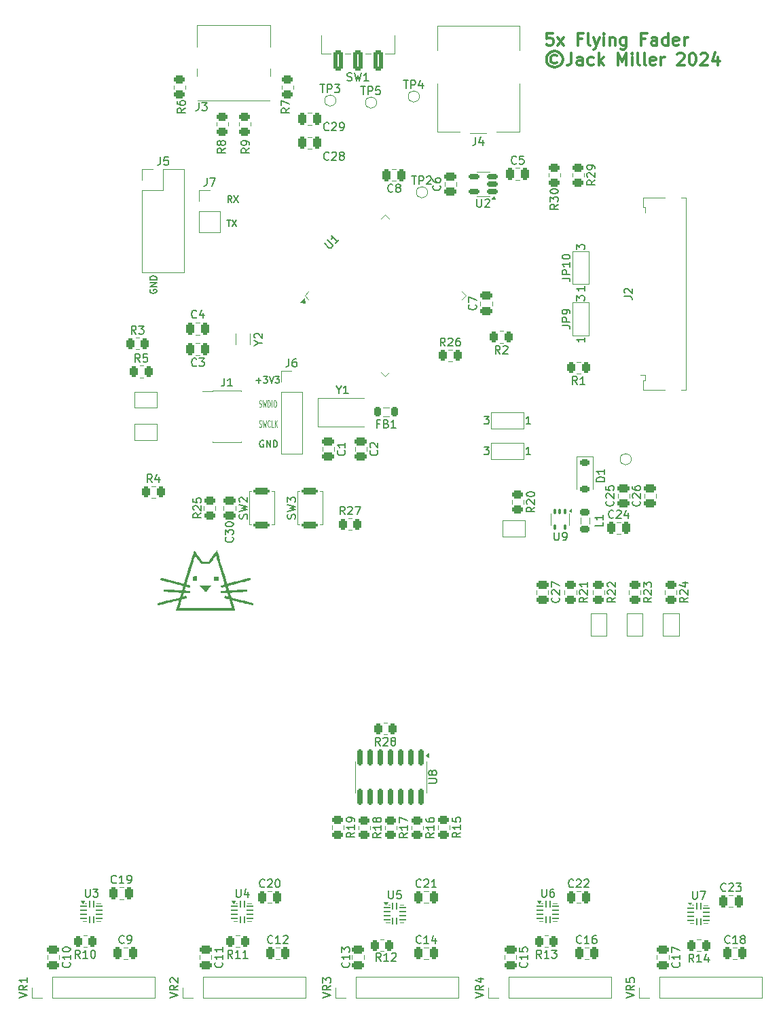
<source format=gbr>
G04 #@! TF.GenerationSoftware,KiCad,Pcbnew,8.0.2*
G04 #@! TF.CreationDate,2024-05-15T00:12:31-07:00*
G04 #@! TF.ProjectId,Flying_Fader,466c7969-6e67-45f4-9661-6465722e6b69,1*
G04 #@! TF.SameCoordinates,Original*
G04 #@! TF.FileFunction,Legend,Top*
G04 #@! TF.FilePolarity,Positive*
%FSLAX46Y46*%
G04 Gerber Fmt 4.6, Leading zero omitted, Abs format (unit mm)*
G04 Created by KiCad (PCBNEW 8.0.2) date 2024-05-15 00:12:31*
%MOMM*%
%LPD*%
G01*
G04 APERTURE LIST*
G04 Aperture macros list*
%AMRoundRect*
0 Rectangle with rounded corners*
0 $1 Rounding radius*
0 $2 $3 $4 $5 $6 $7 $8 $9 X,Y pos of 4 corners*
0 Add a 4 corners polygon primitive as box body*
4,1,4,$2,$3,$4,$5,$6,$7,$8,$9,$2,$3,0*
0 Add four circle primitives for the rounded corners*
1,1,$1+$1,$2,$3*
1,1,$1+$1,$4,$5*
1,1,$1+$1,$6,$7*
1,1,$1+$1,$8,$9*
0 Add four rect primitives between the rounded corners*
20,1,$1+$1,$2,$3,$4,$5,0*
20,1,$1+$1,$4,$5,$6,$7,0*
20,1,$1+$1,$6,$7,$8,$9,0*
20,1,$1+$1,$8,$9,$2,$3,0*%
%AMFreePoly0*
4,1,6,1.000000,0.000000,0.500000,-0.750000,-0.500000,-0.750000,-0.500000,0.750000,0.500000,0.750000,1.000000,0.000000,1.000000,0.000000,$1*%
%AMFreePoly1*
4,1,6,0.500000,-0.750000,-0.650000,-0.750000,-0.150000,0.000000,-0.650000,0.750000,0.500000,0.750000,0.500000,-0.750000,0.500000,-0.750000,$1*%
G04 Aperture macros list end*
%ADD10C,0.304800*%
%ADD11C,0.152400*%
%ADD12C,0.125000*%
%ADD13C,0.150000*%
%ADD14C,0.000000*%
%ADD15C,0.120000*%
%ADD16C,5.600000*%
%ADD17RoundRect,0.250000X-0.475000X0.250000X-0.475000X-0.250000X0.475000X-0.250000X0.475000X0.250000X0*%
%ADD18C,0.900000*%
%ADD19RoundRect,0.250000X0.375000X1.000000X-0.375000X1.000000X-0.375000X-1.000000X0.375000X-1.000000X0*%
%ADD20RoundRect,0.250000X-0.250000X-0.475000X0.250000X-0.475000X0.250000X0.475000X-0.250000X0.475000X0*%
%ADD21R,1.700000X1.700000*%
%ADD22O,1.700000X1.700000*%
%ADD23C,1.600000*%
%ADD24R,4.000000X2.000000*%
%ADD25O,3.300000X2.000000*%
%ADD26O,2.000000X3.500000*%
%ADD27RoundRect,0.218750X0.218750X0.381250X-0.218750X0.381250X-0.218750X-0.381250X0.218750X-0.381250X0*%
%ADD28RoundRect,0.250000X0.262500X0.450000X-0.262500X0.450000X-0.262500X-0.450000X0.262500X-0.450000X0*%
%ADD29RoundRect,0.150000X-0.150000X0.825000X-0.150000X-0.825000X0.150000X-0.825000X0.150000X0.825000X0*%
%ADD30RoundRect,0.250000X-0.450000X0.262500X-0.450000X-0.262500X0.450000X-0.262500X0.450000X0.262500X0*%
%ADD31C,1.000000*%
%ADD32RoundRect,0.250000X0.250000X0.475000X-0.250000X0.475000X-0.250000X-0.475000X0.250000X-0.475000X0*%
%ADD33RoundRect,0.200000X0.800000X-0.200000X0.800000X0.200000X-0.800000X0.200000X-0.800000X-0.200000X0*%
%ADD34RoundRect,0.250000X0.475000X-0.250000X0.475000X0.250000X-0.475000X0.250000X-0.475000X-0.250000X0*%
%ADD35R,0.700000X0.700000*%
%ADD36RoundRect,0.062500X-0.062500X-0.350000X0.062500X-0.350000X0.062500X0.350000X-0.062500X0.350000X0*%
%ADD37RoundRect,0.062500X-0.350000X-0.062500X0.350000X-0.062500X0.350000X0.062500X-0.350000X0.062500X0*%
%ADD38RoundRect,0.225000X-0.375000X0.225000X-0.375000X-0.225000X0.375000X-0.225000X0.375000X0.225000X0*%
%ADD39RoundRect,0.250000X-0.262500X-0.450000X0.262500X-0.450000X0.262500X0.450000X-0.262500X0.450000X0*%
%ADD40R,1.500000X1.000000*%
%ADD41FreePoly0,0.000000*%
%ADD42FreePoly1,0.000000*%
%ADD43R,1.000000X1.500000*%
%ADD44R,2.400000X0.740000*%
%ADD45R,1.800000X1.000000*%
%ADD46RoundRect,0.150000X0.512500X0.150000X-0.512500X0.150000X-0.512500X-0.150000X0.512500X-0.150000X0*%
%ADD47RoundRect,0.250000X0.450000X-0.262500X0.450000X0.262500X-0.450000X0.262500X-0.450000X-0.262500X0*%
%ADD48RoundRect,0.075000X-0.459619X-0.565685X0.565685X0.459619X0.459619X0.565685X-0.565685X-0.459619X0*%
%ADD49RoundRect,0.075000X0.459619X-0.565685X0.565685X-0.459619X-0.459619X0.565685X-0.565685X0.459619X0*%
%ADD50FreePoly0,90.000000*%
%ADD51FreePoly1,90.000000*%
%ADD52R,1.100000X0.250000*%
%ADD53R,1.500000X1.700000*%
%ADD54RoundRect,0.218750X0.381250X-0.218750X0.381250X0.218750X-0.381250X0.218750X-0.381250X-0.218750X0*%
%ADD55C,0.700000*%
%ADD56O,0.900000X2.400000*%
%ADD57O,0.900000X1.700000*%
%ADD58R,2.000000X2.400000*%
%ADD59RoundRect,0.100000X-0.100000X0.225000X-0.100000X-0.225000X0.100000X-0.225000X0.100000X0.225000X0*%
G04 APERTURE END LIST*
D10*
X109789097Y-36820086D02*
X109063383Y-36820086D01*
X109063383Y-36820086D02*
X108990811Y-37545800D01*
X108990811Y-37545800D02*
X109063383Y-37473229D01*
X109063383Y-37473229D02*
X109208526Y-37400657D01*
X109208526Y-37400657D02*
X109571383Y-37400657D01*
X109571383Y-37400657D02*
X109716526Y-37473229D01*
X109716526Y-37473229D02*
X109789097Y-37545800D01*
X109789097Y-37545800D02*
X109861668Y-37690943D01*
X109861668Y-37690943D02*
X109861668Y-38053800D01*
X109861668Y-38053800D02*
X109789097Y-38198943D01*
X109789097Y-38198943D02*
X109716526Y-38271515D01*
X109716526Y-38271515D02*
X109571383Y-38344086D01*
X109571383Y-38344086D02*
X109208526Y-38344086D01*
X109208526Y-38344086D02*
X109063383Y-38271515D01*
X109063383Y-38271515D02*
X108990811Y-38198943D01*
X110369669Y-38344086D02*
X111167955Y-37328086D01*
X110369669Y-37328086D02*
X111167955Y-38344086D01*
X113417669Y-37545800D02*
X112909669Y-37545800D01*
X112909669Y-38344086D02*
X112909669Y-36820086D01*
X112909669Y-36820086D02*
X113635383Y-36820086D01*
X114433669Y-38344086D02*
X114288526Y-38271515D01*
X114288526Y-38271515D02*
X114215955Y-38126372D01*
X114215955Y-38126372D02*
X114215955Y-36820086D01*
X114869098Y-37328086D02*
X115231955Y-38344086D01*
X115594812Y-37328086D02*
X115231955Y-38344086D01*
X115231955Y-38344086D02*
X115086812Y-38706943D01*
X115086812Y-38706943D02*
X115014241Y-38779515D01*
X115014241Y-38779515D02*
X114869098Y-38852086D01*
X116175384Y-38344086D02*
X116175384Y-37328086D01*
X116175384Y-36820086D02*
X116102812Y-36892657D01*
X116102812Y-36892657D02*
X116175384Y-36965229D01*
X116175384Y-36965229D02*
X116247955Y-36892657D01*
X116247955Y-36892657D02*
X116175384Y-36820086D01*
X116175384Y-36820086D02*
X116175384Y-36965229D01*
X116901098Y-37328086D02*
X116901098Y-38344086D01*
X116901098Y-37473229D02*
X116973669Y-37400657D01*
X116973669Y-37400657D02*
X117118812Y-37328086D01*
X117118812Y-37328086D02*
X117336526Y-37328086D01*
X117336526Y-37328086D02*
X117481669Y-37400657D01*
X117481669Y-37400657D02*
X117554241Y-37545800D01*
X117554241Y-37545800D02*
X117554241Y-38344086D01*
X118933098Y-37328086D02*
X118933098Y-38561800D01*
X118933098Y-38561800D02*
X118860526Y-38706943D01*
X118860526Y-38706943D02*
X118787955Y-38779515D01*
X118787955Y-38779515D02*
X118642812Y-38852086D01*
X118642812Y-38852086D02*
X118425098Y-38852086D01*
X118425098Y-38852086D02*
X118279955Y-38779515D01*
X118933098Y-38271515D02*
X118787955Y-38344086D01*
X118787955Y-38344086D02*
X118497669Y-38344086D01*
X118497669Y-38344086D02*
X118352526Y-38271515D01*
X118352526Y-38271515D02*
X118279955Y-38198943D01*
X118279955Y-38198943D02*
X118207383Y-38053800D01*
X118207383Y-38053800D02*
X118207383Y-37618372D01*
X118207383Y-37618372D02*
X118279955Y-37473229D01*
X118279955Y-37473229D02*
X118352526Y-37400657D01*
X118352526Y-37400657D02*
X118497669Y-37328086D01*
X118497669Y-37328086D02*
X118787955Y-37328086D01*
X118787955Y-37328086D02*
X118933098Y-37400657D01*
X121327955Y-37545800D02*
X120819955Y-37545800D01*
X120819955Y-38344086D02*
X120819955Y-36820086D01*
X120819955Y-36820086D02*
X121545669Y-36820086D01*
X122779384Y-38344086D02*
X122779384Y-37545800D01*
X122779384Y-37545800D02*
X122706812Y-37400657D01*
X122706812Y-37400657D02*
X122561669Y-37328086D01*
X122561669Y-37328086D02*
X122271384Y-37328086D01*
X122271384Y-37328086D02*
X122126241Y-37400657D01*
X122779384Y-38271515D02*
X122634241Y-38344086D01*
X122634241Y-38344086D02*
X122271384Y-38344086D01*
X122271384Y-38344086D02*
X122126241Y-38271515D01*
X122126241Y-38271515D02*
X122053669Y-38126372D01*
X122053669Y-38126372D02*
X122053669Y-37981229D01*
X122053669Y-37981229D02*
X122126241Y-37836086D01*
X122126241Y-37836086D02*
X122271384Y-37763515D01*
X122271384Y-37763515D02*
X122634241Y-37763515D01*
X122634241Y-37763515D02*
X122779384Y-37690943D01*
X124158241Y-38344086D02*
X124158241Y-36820086D01*
X124158241Y-38271515D02*
X124013098Y-38344086D01*
X124013098Y-38344086D02*
X123722812Y-38344086D01*
X123722812Y-38344086D02*
X123577669Y-38271515D01*
X123577669Y-38271515D02*
X123505098Y-38198943D01*
X123505098Y-38198943D02*
X123432526Y-38053800D01*
X123432526Y-38053800D02*
X123432526Y-37618372D01*
X123432526Y-37618372D02*
X123505098Y-37473229D01*
X123505098Y-37473229D02*
X123577669Y-37400657D01*
X123577669Y-37400657D02*
X123722812Y-37328086D01*
X123722812Y-37328086D02*
X124013098Y-37328086D01*
X124013098Y-37328086D02*
X124158241Y-37400657D01*
X125464526Y-38271515D02*
X125319383Y-38344086D01*
X125319383Y-38344086D02*
X125029098Y-38344086D01*
X125029098Y-38344086D02*
X124883955Y-38271515D01*
X124883955Y-38271515D02*
X124811383Y-38126372D01*
X124811383Y-38126372D02*
X124811383Y-37545800D01*
X124811383Y-37545800D02*
X124883955Y-37400657D01*
X124883955Y-37400657D02*
X125029098Y-37328086D01*
X125029098Y-37328086D02*
X125319383Y-37328086D01*
X125319383Y-37328086D02*
X125464526Y-37400657D01*
X125464526Y-37400657D02*
X125537098Y-37545800D01*
X125537098Y-37545800D02*
X125537098Y-37690943D01*
X125537098Y-37690943D02*
X124811383Y-37836086D01*
X126190241Y-38344086D02*
X126190241Y-37328086D01*
X126190241Y-37618372D02*
X126262812Y-37473229D01*
X126262812Y-37473229D02*
X126335384Y-37400657D01*
X126335384Y-37400657D02*
X126480526Y-37328086D01*
X126480526Y-37328086D02*
X126625669Y-37328086D01*
X110297097Y-39636498D02*
X110151954Y-39563927D01*
X110151954Y-39563927D02*
X109861668Y-39563927D01*
X109861668Y-39563927D02*
X109716526Y-39636498D01*
X109716526Y-39636498D02*
X109571383Y-39781641D01*
X109571383Y-39781641D02*
X109498811Y-39926784D01*
X109498811Y-39926784D02*
X109498811Y-40217070D01*
X109498811Y-40217070D02*
X109571383Y-40362212D01*
X109571383Y-40362212D02*
X109716526Y-40507355D01*
X109716526Y-40507355D02*
X109861668Y-40579927D01*
X109861668Y-40579927D02*
X110151954Y-40579927D01*
X110151954Y-40579927D02*
X110297097Y-40507355D01*
X110006811Y-39055927D02*
X109643954Y-39128498D01*
X109643954Y-39128498D02*
X109281097Y-39346212D01*
X109281097Y-39346212D02*
X109063383Y-39709070D01*
X109063383Y-39709070D02*
X108990811Y-40071927D01*
X108990811Y-40071927D02*
X109063383Y-40434784D01*
X109063383Y-40434784D02*
X109281097Y-40797641D01*
X109281097Y-40797641D02*
X109643954Y-41015355D01*
X109643954Y-41015355D02*
X110006811Y-41087927D01*
X110006811Y-41087927D02*
X110369668Y-41015355D01*
X110369668Y-41015355D02*
X110732526Y-40797641D01*
X110732526Y-40797641D02*
X110950240Y-40434784D01*
X110950240Y-40434784D02*
X111022811Y-40071927D01*
X111022811Y-40071927D02*
X110950240Y-39709070D01*
X110950240Y-39709070D02*
X110732526Y-39346212D01*
X110732526Y-39346212D02*
X110369668Y-39128498D01*
X110369668Y-39128498D02*
X110006811Y-39055927D01*
X112111382Y-39273641D02*
X112111382Y-40362212D01*
X112111382Y-40362212D02*
X112038811Y-40579927D01*
X112038811Y-40579927D02*
X111893668Y-40725070D01*
X111893668Y-40725070D02*
X111675954Y-40797641D01*
X111675954Y-40797641D02*
X111530811Y-40797641D01*
X113490240Y-40797641D02*
X113490240Y-39999355D01*
X113490240Y-39999355D02*
X113417668Y-39854212D01*
X113417668Y-39854212D02*
X113272525Y-39781641D01*
X113272525Y-39781641D02*
X112982240Y-39781641D01*
X112982240Y-39781641D02*
X112837097Y-39854212D01*
X113490240Y-40725070D02*
X113345097Y-40797641D01*
X113345097Y-40797641D02*
X112982240Y-40797641D01*
X112982240Y-40797641D02*
X112837097Y-40725070D01*
X112837097Y-40725070D02*
X112764525Y-40579927D01*
X112764525Y-40579927D02*
X112764525Y-40434784D01*
X112764525Y-40434784D02*
X112837097Y-40289641D01*
X112837097Y-40289641D02*
X112982240Y-40217070D01*
X112982240Y-40217070D02*
X113345097Y-40217070D01*
X113345097Y-40217070D02*
X113490240Y-40144498D01*
X114869097Y-40725070D02*
X114723954Y-40797641D01*
X114723954Y-40797641D02*
X114433668Y-40797641D01*
X114433668Y-40797641D02*
X114288525Y-40725070D01*
X114288525Y-40725070D02*
X114215954Y-40652498D01*
X114215954Y-40652498D02*
X114143382Y-40507355D01*
X114143382Y-40507355D02*
X114143382Y-40071927D01*
X114143382Y-40071927D02*
X114215954Y-39926784D01*
X114215954Y-39926784D02*
X114288525Y-39854212D01*
X114288525Y-39854212D02*
X114433668Y-39781641D01*
X114433668Y-39781641D02*
X114723954Y-39781641D01*
X114723954Y-39781641D02*
X114869097Y-39854212D01*
X115522240Y-40797641D02*
X115522240Y-39273641D01*
X115667383Y-40217070D02*
X116102811Y-40797641D01*
X116102811Y-39781641D02*
X115522240Y-40362212D01*
X117917097Y-40797641D02*
X117917097Y-39273641D01*
X117917097Y-39273641D02*
X118425097Y-40362212D01*
X118425097Y-40362212D02*
X118933097Y-39273641D01*
X118933097Y-39273641D02*
X118933097Y-40797641D01*
X119658811Y-40797641D02*
X119658811Y-39781641D01*
X119658811Y-39273641D02*
X119586239Y-39346212D01*
X119586239Y-39346212D02*
X119658811Y-39418784D01*
X119658811Y-39418784D02*
X119731382Y-39346212D01*
X119731382Y-39346212D02*
X119658811Y-39273641D01*
X119658811Y-39273641D02*
X119658811Y-39418784D01*
X120602239Y-40797641D02*
X120457096Y-40725070D01*
X120457096Y-40725070D02*
X120384525Y-40579927D01*
X120384525Y-40579927D02*
X120384525Y-39273641D01*
X121400525Y-40797641D02*
X121255382Y-40725070D01*
X121255382Y-40725070D02*
X121182811Y-40579927D01*
X121182811Y-40579927D02*
X121182811Y-39273641D01*
X122561668Y-40725070D02*
X122416525Y-40797641D01*
X122416525Y-40797641D02*
X122126240Y-40797641D01*
X122126240Y-40797641D02*
X121981097Y-40725070D01*
X121981097Y-40725070D02*
X121908525Y-40579927D01*
X121908525Y-40579927D02*
X121908525Y-39999355D01*
X121908525Y-39999355D02*
X121981097Y-39854212D01*
X121981097Y-39854212D02*
X122126240Y-39781641D01*
X122126240Y-39781641D02*
X122416525Y-39781641D01*
X122416525Y-39781641D02*
X122561668Y-39854212D01*
X122561668Y-39854212D02*
X122634240Y-39999355D01*
X122634240Y-39999355D02*
X122634240Y-40144498D01*
X122634240Y-40144498D02*
X121908525Y-40289641D01*
X123287383Y-40797641D02*
X123287383Y-39781641D01*
X123287383Y-40071927D02*
X123359954Y-39926784D01*
X123359954Y-39926784D02*
X123432526Y-39854212D01*
X123432526Y-39854212D02*
X123577668Y-39781641D01*
X123577668Y-39781641D02*
X123722811Y-39781641D01*
X125319383Y-39418784D02*
X125391955Y-39346212D01*
X125391955Y-39346212D02*
X125537098Y-39273641D01*
X125537098Y-39273641D02*
X125899955Y-39273641D01*
X125899955Y-39273641D02*
X126045098Y-39346212D01*
X126045098Y-39346212D02*
X126117669Y-39418784D01*
X126117669Y-39418784D02*
X126190240Y-39563927D01*
X126190240Y-39563927D02*
X126190240Y-39709070D01*
X126190240Y-39709070D02*
X126117669Y-39926784D01*
X126117669Y-39926784D02*
X125246812Y-40797641D01*
X125246812Y-40797641D02*
X126190240Y-40797641D01*
X127133669Y-39273641D02*
X127278812Y-39273641D01*
X127278812Y-39273641D02*
X127423955Y-39346212D01*
X127423955Y-39346212D02*
X127496527Y-39418784D01*
X127496527Y-39418784D02*
X127569098Y-39563927D01*
X127569098Y-39563927D02*
X127641669Y-39854212D01*
X127641669Y-39854212D02*
X127641669Y-40217070D01*
X127641669Y-40217070D02*
X127569098Y-40507355D01*
X127569098Y-40507355D02*
X127496527Y-40652498D01*
X127496527Y-40652498D02*
X127423955Y-40725070D01*
X127423955Y-40725070D02*
X127278812Y-40797641D01*
X127278812Y-40797641D02*
X127133669Y-40797641D01*
X127133669Y-40797641D02*
X126988527Y-40725070D01*
X126988527Y-40725070D02*
X126915955Y-40652498D01*
X126915955Y-40652498D02*
X126843384Y-40507355D01*
X126843384Y-40507355D02*
X126770812Y-40217070D01*
X126770812Y-40217070D02*
X126770812Y-39854212D01*
X126770812Y-39854212D02*
X126843384Y-39563927D01*
X126843384Y-39563927D02*
X126915955Y-39418784D01*
X126915955Y-39418784D02*
X126988527Y-39346212D01*
X126988527Y-39346212D02*
X127133669Y-39273641D01*
X128222241Y-39418784D02*
X128294813Y-39346212D01*
X128294813Y-39346212D02*
X128439956Y-39273641D01*
X128439956Y-39273641D02*
X128802813Y-39273641D01*
X128802813Y-39273641D02*
X128947956Y-39346212D01*
X128947956Y-39346212D02*
X129020527Y-39418784D01*
X129020527Y-39418784D02*
X129093098Y-39563927D01*
X129093098Y-39563927D02*
X129093098Y-39709070D01*
X129093098Y-39709070D02*
X129020527Y-39926784D01*
X129020527Y-39926784D02*
X128149670Y-40797641D01*
X128149670Y-40797641D02*
X129093098Y-40797641D01*
X130399385Y-39781641D02*
X130399385Y-40797641D01*
X130036527Y-39201070D02*
X129673670Y-40289641D01*
X129673670Y-40289641D02*
X130617099Y-40289641D01*
D11*
X59618508Y-68780460D02*
X59579803Y-68857870D01*
X59579803Y-68857870D02*
X59579803Y-68973984D01*
X59579803Y-68973984D02*
X59618508Y-69090098D01*
X59618508Y-69090098D02*
X59695918Y-69167508D01*
X59695918Y-69167508D02*
X59773327Y-69206213D01*
X59773327Y-69206213D02*
X59928146Y-69244917D01*
X59928146Y-69244917D02*
X60044260Y-69244917D01*
X60044260Y-69244917D02*
X60199079Y-69206213D01*
X60199079Y-69206213D02*
X60276489Y-69167508D01*
X60276489Y-69167508D02*
X60353899Y-69090098D01*
X60353899Y-69090098D02*
X60392603Y-68973984D01*
X60392603Y-68973984D02*
X60392603Y-68896575D01*
X60392603Y-68896575D02*
X60353899Y-68780460D01*
X60353899Y-68780460D02*
X60315194Y-68741756D01*
X60315194Y-68741756D02*
X60044260Y-68741756D01*
X60044260Y-68741756D02*
X60044260Y-68896575D01*
X60392603Y-68393413D02*
X59579803Y-68393413D01*
X59579803Y-68393413D02*
X60392603Y-67928956D01*
X60392603Y-67928956D02*
X59579803Y-67928956D01*
X60392603Y-67541908D02*
X59579803Y-67541908D01*
X59579803Y-67541908D02*
X59579803Y-67348384D01*
X59579803Y-67348384D02*
X59618508Y-67232270D01*
X59618508Y-67232270D02*
X59695918Y-67154860D01*
X59695918Y-67154860D02*
X59773327Y-67116155D01*
X59773327Y-67116155D02*
X59928146Y-67077451D01*
X59928146Y-67077451D02*
X60044260Y-67077451D01*
X60044260Y-67077451D02*
X60199079Y-67116155D01*
X60199079Y-67116155D02*
X60276489Y-67154860D01*
X60276489Y-67154860D02*
X60353899Y-67232270D01*
X60353899Y-67232270D02*
X60392603Y-67348384D01*
X60392603Y-67348384D02*
X60392603Y-67541908D01*
X73719539Y-87618508D02*
X73642129Y-87579803D01*
X73642129Y-87579803D02*
X73526015Y-87579803D01*
X73526015Y-87579803D02*
X73409901Y-87618508D01*
X73409901Y-87618508D02*
X73332491Y-87695918D01*
X73332491Y-87695918D02*
X73293786Y-87773327D01*
X73293786Y-87773327D02*
X73255082Y-87928146D01*
X73255082Y-87928146D02*
X73255082Y-88044260D01*
X73255082Y-88044260D02*
X73293786Y-88199079D01*
X73293786Y-88199079D02*
X73332491Y-88276489D01*
X73332491Y-88276489D02*
X73409901Y-88353899D01*
X73409901Y-88353899D02*
X73526015Y-88392603D01*
X73526015Y-88392603D02*
X73603424Y-88392603D01*
X73603424Y-88392603D02*
X73719539Y-88353899D01*
X73719539Y-88353899D02*
X73758243Y-88315194D01*
X73758243Y-88315194D02*
X73758243Y-88044260D01*
X73758243Y-88044260D02*
X73603424Y-88044260D01*
X74106586Y-88392603D02*
X74106586Y-87579803D01*
X74106586Y-87579803D02*
X74571043Y-88392603D01*
X74571043Y-88392603D02*
X74571043Y-87579803D01*
X74958091Y-88392603D02*
X74958091Y-87579803D01*
X74958091Y-87579803D02*
X75151615Y-87579803D01*
X75151615Y-87579803D02*
X75267729Y-87618508D01*
X75267729Y-87618508D02*
X75345139Y-87695918D01*
X75345139Y-87695918D02*
X75383844Y-87773327D01*
X75383844Y-87773327D02*
X75422548Y-87928146D01*
X75422548Y-87928146D02*
X75422548Y-88044260D01*
X75422548Y-88044260D02*
X75383844Y-88199079D01*
X75383844Y-88199079D02*
X75345139Y-88276489D01*
X75345139Y-88276489D02*
X75267729Y-88353899D01*
X75267729Y-88353899D02*
X75151615Y-88392603D01*
X75151615Y-88392603D02*
X74958091Y-88392603D01*
D12*
X73177474Y-85855324D02*
X73248902Y-85894028D01*
X73248902Y-85894028D02*
X73367950Y-85894028D01*
X73367950Y-85894028D02*
X73415569Y-85855324D01*
X73415569Y-85855324D02*
X73439378Y-85816619D01*
X73439378Y-85816619D02*
X73463188Y-85739209D01*
X73463188Y-85739209D02*
X73463188Y-85661800D01*
X73463188Y-85661800D02*
X73439378Y-85584390D01*
X73439378Y-85584390D02*
X73415569Y-85545685D01*
X73415569Y-85545685D02*
X73367950Y-85506981D01*
X73367950Y-85506981D02*
X73272712Y-85468276D01*
X73272712Y-85468276D02*
X73225093Y-85429571D01*
X73225093Y-85429571D02*
X73201283Y-85390866D01*
X73201283Y-85390866D02*
X73177474Y-85313457D01*
X73177474Y-85313457D02*
X73177474Y-85236047D01*
X73177474Y-85236047D02*
X73201283Y-85158638D01*
X73201283Y-85158638D02*
X73225093Y-85119933D01*
X73225093Y-85119933D02*
X73272712Y-85081228D01*
X73272712Y-85081228D02*
X73391759Y-85081228D01*
X73391759Y-85081228D02*
X73463188Y-85119933D01*
X73629854Y-85081228D02*
X73748902Y-85894028D01*
X73748902Y-85894028D02*
X73844140Y-85313457D01*
X73844140Y-85313457D02*
X73939378Y-85894028D01*
X73939378Y-85894028D02*
X74058426Y-85081228D01*
X74534616Y-85816619D02*
X74510807Y-85855324D01*
X74510807Y-85855324D02*
X74439378Y-85894028D01*
X74439378Y-85894028D02*
X74391759Y-85894028D01*
X74391759Y-85894028D02*
X74320331Y-85855324D01*
X74320331Y-85855324D02*
X74272712Y-85777914D01*
X74272712Y-85777914D02*
X74248902Y-85700504D01*
X74248902Y-85700504D02*
X74225093Y-85545685D01*
X74225093Y-85545685D02*
X74225093Y-85429571D01*
X74225093Y-85429571D02*
X74248902Y-85274752D01*
X74248902Y-85274752D02*
X74272712Y-85197343D01*
X74272712Y-85197343D02*
X74320331Y-85119933D01*
X74320331Y-85119933D02*
X74391759Y-85081228D01*
X74391759Y-85081228D02*
X74439378Y-85081228D01*
X74439378Y-85081228D02*
X74510807Y-85119933D01*
X74510807Y-85119933D02*
X74534616Y-85158638D01*
X74986997Y-85894028D02*
X74748902Y-85894028D01*
X74748902Y-85894028D02*
X74748902Y-85081228D01*
X75153664Y-85894028D02*
X75153664Y-85081228D01*
X75439378Y-85894028D02*
X75225093Y-85429571D01*
X75439378Y-85081228D02*
X75153664Y-85545685D01*
X73177474Y-83355324D02*
X73248902Y-83394028D01*
X73248902Y-83394028D02*
X73367950Y-83394028D01*
X73367950Y-83394028D02*
X73415569Y-83355324D01*
X73415569Y-83355324D02*
X73439378Y-83316619D01*
X73439378Y-83316619D02*
X73463188Y-83239209D01*
X73463188Y-83239209D02*
X73463188Y-83161800D01*
X73463188Y-83161800D02*
X73439378Y-83084390D01*
X73439378Y-83084390D02*
X73415569Y-83045685D01*
X73415569Y-83045685D02*
X73367950Y-83006981D01*
X73367950Y-83006981D02*
X73272712Y-82968276D01*
X73272712Y-82968276D02*
X73225093Y-82929571D01*
X73225093Y-82929571D02*
X73201283Y-82890866D01*
X73201283Y-82890866D02*
X73177474Y-82813457D01*
X73177474Y-82813457D02*
X73177474Y-82736047D01*
X73177474Y-82736047D02*
X73201283Y-82658638D01*
X73201283Y-82658638D02*
X73225093Y-82619933D01*
X73225093Y-82619933D02*
X73272712Y-82581228D01*
X73272712Y-82581228D02*
X73391759Y-82581228D01*
X73391759Y-82581228D02*
X73463188Y-82619933D01*
X73629854Y-82581228D02*
X73748902Y-83394028D01*
X73748902Y-83394028D02*
X73844140Y-82813457D01*
X73844140Y-82813457D02*
X73939378Y-83394028D01*
X73939378Y-83394028D02*
X74058426Y-82581228D01*
X74248902Y-83394028D02*
X74248902Y-82581228D01*
X74248902Y-82581228D02*
X74367950Y-82581228D01*
X74367950Y-82581228D02*
X74439378Y-82619933D01*
X74439378Y-82619933D02*
X74486997Y-82697343D01*
X74486997Y-82697343D02*
X74510807Y-82774752D01*
X74510807Y-82774752D02*
X74534616Y-82929571D01*
X74534616Y-82929571D02*
X74534616Y-83045685D01*
X74534616Y-83045685D02*
X74510807Y-83200504D01*
X74510807Y-83200504D02*
X74486997Y-83277914D01*
X74486997Y-83277914D02*
X74439378Y-83355324D01*
X74439378Y-83355324D02*
X74367950Y-83394028D01*
X74367950Y-83394028D02*
X74248902Y-83394028D01*
X74748902Y-83394028D02*
X74748902Y-82581228D01*
X75082235Y-82581228D02*
X75177473Y-82581228D01*
X75177473Y-82581228D02*
X75225092Y-82619933D01*
X75225092Y-82619933D02*
X75272711Y-82697343D01*
X75272711Y-82697343D02*
X75296521Y-82852162D01*
X75296521Y-82852162D02*
X75296521Y-83123095D01*
X75296521Y-83123095D02*
X75272711Y-83277914D01*
X75272711Y-83277914D02*
X75225092Y-83355324D01*
X75225092Y-83355324D02*
X75177473Y-83394028D01*
X75177473Y-83394028D02*
X75082235Y-83394028D01*
X75082235Y-83394028D02*
X75034616Y-83355324D01*
X75034616Y-83355324D02*
X74986997Y-83277914D01*
X74986997Y-83277914D02*
X74963188Y-83123095D01*
X74963188Y-83123095D02*
X74963188Y-82852162D01*
X74963188Y-82852162D02*
X74986997Y-82697343D01*
X74986997Y-82697343D02*
X75034616Y-82619933D01*
X75034616Y-82619933D02*
X75082235Y-82581228D01*
D11*
X72793786Y-80082965D02*
X73413063Y-80082965D01*
X73103424Y-80392603D02*
X73103424Y-79773327D01*
X73722701Y-79579803D02*
X74225863Y-79579803D01*
X74225863Y-79579803D02*
X73954929Y-79889441D01*
X73954929Y-79889441D02*
X74071044Y-79889441D01*
X74071044Y-79889441D02*
X74148453Y-79928146D01*
X74148453Y-79928146D02*
X74187158Y-79966851D01*
X74187158Y-79966851D02*
X74225863Y-80044260D01*
X74225863Y-80044260D02*
X74225863Y-80237784D01*
X74225863Y-80237784D02*
X74187158Y-80315194D01*
X74187158Y-80315194D02*
X74148453Y-80353899D01*
X74148453Y-80353899D02*
X74071044Y-80392603D01*
X74071044Y-80392603D02*
X73838815Y-80392603D01*
X73838815Y-80392603D02*
X73761406Y-80353899D01*
X73761406Y-80353899D02*
X73722701Y-80315194D01*
X74458091Y-79579803D02*
X74729024Y-80392603D01*
X74729024Y-80392603D02*
X74999958Y-79579803D01*
X75193482Y-79579803D02*
X75696644Y-79579803D01*
X75696644Y-79579803D02*
X75425710Y-79889441D01*
X75425710Y-79889441D02*
X75541825Y-79889441D01*
X75541825Y-79889441D02*
X75619234Y-79928146D01*
X75619234Y-79928146D02*
X75657939Y-79966851D01*
X75657939Y-79966851D02*
X75696644Y-80044260D01*
X75696644Y-80044260D02*
X75696644Y-80237784D01*
X75696644Y-80237784D02*
X75657939Y-80315194D01*
X75657939Y-80315194D02*
X75619234Y-80353899D01*
X75619234Y-80353899D02*
X75541825Y-80392603D01*
X75541825Y-80392603D02*
X75309596Y-80392603D01*
X75309596Y-80392603D02*
X75232187Y-80353899D01*
X75232187Y-80353899D02*
X75193482Y-80315194D01*
X69177672Y-60079803D02*
X69642129Y-60079803D01*
X69409901Y-60892603D02*
X69409901Y-60079803D01*
X69835653Y-60079803D02*
X70377519Y-60892603D01*
X70377519Y-60079803D02*
X69835653Y-60892603D01*
X69758243Y-57892603D02*
X69487310Y-57505556D01*
X69293786Y-57892603D02*
X69293786Y-57079803D01*
X69293786Y-57079803D02*
X69603424Y-57079803D01*
X69603424Y-57079803D02*
X69680834Y-57118508D01*
X69680834Y-57118508D02*
X69719539Y-57157213D01*
X69719539Y-57157213D02*
X69758243Y-57234622D01*
X69758243Y-57234622D02*
X69758243Y-57350737D01*
X69758243Y-57350737D02*
X69719539Y-57428146D01*
X69719539Y-57428146D02*
X69680834Y-57466851D01*
X69680834Y-57466851D02*
X69603424Y-57505556D01*
X69603424Y-57505556D02*
X69293786Y-57505556D01*
X70029177Y-57079803D02*
X70571043Y-57892603D01*
X70571043Y-57079803D02*
X70029177Y-57892603D01*
D13*
X106539580Y-152642857D02*
X106587200Y-152690476D01*
X106587200Y-152690476D02*
X106634819Y-152833333D01*
X106634819Y-152833333D02*
X106634819Y-152928571D01*
X106634819Y-152928571D02*
X106587200Y-153071428D01*
X106587200Y-153071428D02*
X106491961Y-153166666D01*
X106491961Y-153166666D02*
X106396723Y-153214285D01*
X106396723Y-153214285D02*
X106206247Y-153261904D01*
X106206247Y-153261904D02*
X106063390Y-153261904D01*
X106063390Y-153261904D02*
X105872914Y-153214285D01*
X105872914Y-153214285D02*
X105777676Y-153166666D01*
X105777676Y-153166666D02*
X105682438Y-153071428D01*
X105682438Y-153071428D02*
X105634819Y-152928571D01*
X105634819Y-152928571D02*
X105634819Y-152833333D01*
X105634819Y-152833333D02*
X105682438Y-152690476D01*
X105682438Y-152690476D02*
X105730057Y-152642857D01*
X106634819Y-151690476D02*
X106634819Y-152261904D01*
X106634819Y-151976190D02*
X105634819Y-151976190D01*
X105634819Y-151976190D02*
X105777676Y-152071428D01*
X105777676Y-152071428D02*
X105872914Y-152166666D01*
X105872914Y-152166666D02*
X105920533Y-152261904D01*
X105634819Y-150785714D02*
X105634819Y-151261904D01*
X105634819Y-151261904D02*
X106111009Y-151309523D01*
X106111009Y-151309523D02*
X106063390Y-151261904D01*
X106063390Y-151261904D02*
X106015771Y-151166666D01*
X106015771Y-151166666D02*
X106015771Y-150928571D01*
X106015771Y-150928571D02*
X106063390Y-150833333D01*
X106063390Y-150833333D02*
X106111009Y-150785714D01*
X106111009Y-150785714D02*
X106206247Y-150738095D01*
X106206247Y-150738095D02*
X106444342Y-150738095D01*
X106444342Y-150738095D02*
X106539580Y-150785714D01*
X106539580Y-150785714D02*
X106587200Y-150833333D01*
X106587200Y-150833333D02*
X106634819Y-150928571D01*
X106634819Y-150928571D02*
X106634819Y-151166666D01*
X106634819Y-151166666D02*
X106587200Y-151261904D01*
X106587200Y-151261904D02*
X106539580Y-151309523D01*
X84166667Y-42707200D02*
X84309524Y-42754819D01*
X84309524Y-42754819D02*
X84547619Y-42754819D01*
X84547619Y-42754819D02*
X84642857Y-42707200D01*
X84642857Y-42707200D02*
X84690476Y-42659580D01*
X84690476Y-42659580D02*
X84738095Y-42564342D01*
X84738095Y-42564342D02*
X84738095Y-42469104D01*
X84738095Y-42469104D02*
X84690476Y-42373866D01*
X84690476Y-42373866D02*
X84642857Y-42326247D01*
X84642857Y-42326247D02*
X84547619Y-42278628D01*
X84547619Y-42278628D02*
X84357143Y-42231009D01*
X84357143Y-42231009D02*
X84261905Y-42183390D01*
X84261905Y-42183390D02*
X84214286Y-42135771D01*
X84214286Y-42135771D02*
X84166667Y-42040533D01*
X84166667Y-42040533D02*
X84166667Y-41945295D01*
X84166667Y-41945295D02*
X84214286Y-41850057D01*
X84214286Y-41850057D02*
X84261905Y-41802438D01*
X84261905Y-41802438D02*
X84357143Y-41754819D01*
X84357143Y-41754819D02*
X84595238Y-41754819D01*
X84595238Y-41754819D02*
X84738095Y-41802438D01*
X85071429Y-41754819D02*
X85309524Y-42754819D01*
X85309524Y-42754819D02*
X85500000Y-42040533D01*
X85500000Y-42040533D02*
X85690476Y-42754819D01*
X85690476Y-42754819D02*
X85928572Y-41754819D01*
X86833333Y-42754819D02*
X86261905Y-42754819D01*
X86547619Y-42754819D02*
X86547619Y-41754819D01*
X86547619Y-41754819D02*
X86452381Y-41897676D01*
X86452381Y-41897676D02*
X86357143Y-41992914D01*
X86357143Y-41992914D02*
X86261905Y-42040533D01*
X112357142Y-143179580D02*
X112309523Y-143227200D01*
X112309523Y-143227200D02*
X112166666Y-143274819D01*
X112166666Y-143274819D02*
X112071428Y-143274819D01*
X112071428Y-143274819D02*
X111928571Y-143227200D01*
X111928571Y-143227200D02*
X111833333Y-143131961D01*
X111833333Y-143131961D02*
X111785714Y-143036723D01*
X111785714Y-143036723D02*
X111738095Y-142846247D01*
X111738095Y-142846247D02*
X111738095Y-142703390D01*
X111738095Y-142703390D02*
X111785714Y-142512914D01*
X111785714Y-142512914D02*
X111833333Y-142417676D01*
X111833333Y-142417676D02*
X111928571Y-142322438D01*
X111928571Y-142322438D02*
X112071428Y-142274819D01*
X112071428Y-142274819D02*
X112166666Y-142274819D01*
X112166666Y-142274819D02*
X112309523Y-142322438D01*
X112309523Y-142322438D02*
X112357142Y-142370057D01*
X112738095Y-142370057D02*
X112785714Y-142322438D01*
X112785714Y-142322438D02*
X112880952Y-142274819D01*
X112880952Y-142274819D02*
X113119047Y-142274819D01*
X113119047Y-142274819D02*
X113214285Y-142322438D01*
X113214285Y-142322438D02*
X113261904Y-142370057D01*
X113261904Y-142370057D02*
X113309523Y-142465295D01*
X113309523Y-142465295D02*
X113309523Y-142560533D01*
X113309523Y-142560533D02*
X113261904Y-142703390D01*
X113261904Y-142703390D02*
X112690476Y-143274819D01*
X112690476Y-143274819D02*
X113309523Y-143274819D01*
X113690476Y-142370057D02*
X113738095Y-142322438D01*
X113738095Y-142322438D02*
X113833333Y-142274819D01*
X113833333Y-142274819D02*
X114071428Y-142274819D01*
X114071428Y-142274819D02*
X114166666Y-142322438D01*
X114166666Y-142322438D02*
X114214285Y-142370057D01*
X114214285Y-142370057D02*
X114261904Y-142465295D01*
X114261904Y-142465295D02*
X114261904Y-142560533D01*
X114261904Y-142560533D02*
X114214285Y-142703390D01*
X114214285Y-142703390D02*
X113642857Y-143274819D01*
X113642857Y-143274819D02*
X114261904Y-143274819D01*
X60875666Y-52247819D02*
X60875666Y-52962104D01*
X60875666Y-52962104D02*
X60828047Y-53104961D01*
X60828047Y-53104961D02*
X60732809Y-53200200D01*
X60732809Y-53200200D02*
X60589952Y-53247819D01*
X60589952Y-53247819D02*
X60494714Y-53247819D01*
X61828047Y-52247819D02*
X61351857Y-52247819D01*
X61351857Y-52247819D02*
X61304238Y-52724009D01*
X61304238Y-52724009D02*
X61351857Y-52676390D01*
X61351857Y-52676390D02*
X61447095Y-52628771D01*
X61447095Y-52628771D02*
X61685190Y-52628771D01*
X61685190Y-52628771D02*
X61780428Y-52676390D01*
X61780428Y-52676390D02*
X61828047Y-52724009D01*
X61828047Y-52724009D02*
X61875666Y-52819247D01*
X61875666Y-52819247D02*
X61875666Y-53057342D01*
X61875666Y-53057342D02*
X61828047Y-53152580D01*
X61828047Y-53152580D02*
X61780428Y-53200200D01*
X61780428Y-53200200D02*
X61685190Y-53247819D01*
X61685190Y-53247819D02*
X61447095Y-53247819D01*
X61447095Y-53247819D02*
X61351857Y-53200200D01*
X61351857Y-53200200D02*
X61304238Y-53152580D01*
X100166666Y-49754819D02*
X100166666Y-50469104D01*
X100166666Y-50469104D02*
X100119047Y-50611961D01*
X100119047Y-50611961D02*
X100023809Y-50707200D01*
X100023809Y-50707200D02*
X99880952Y-50754819D01*
X99880952Y-50754819D02*
X99785714Y-50754819D01*
X101071428Y-50088152D02*
X101071428Y-50754819D01*
X100833333Y-49707200D02*
X100595238Y-50421485D01*
X100595238Y-50421485D02*
X101214285Y-50421485D01*
X100161319Y-157069523D02*
X101161319Y-156736190D01*
X101161319Y-156736190D02*
X100161319Y-156402857D01*
X101161319Y-155498095D02*
X100685128Y-155831428D01*
X101161319Y-156069523D02*
X100161319Y-156069523D01*
X100161319Y-156069523D02*
X100161319Y-155688571D01*
X100161319Y-155688571D02*
X100208938Y-155593333D01*
X100208938Y-155593333D02*
X100256557Y-155545714D01*
X100256557Y-155545714D02*
X100351795Y-155498095D01*
X100351795Y-155498095D02*
X100494652Y-155498095D01*
X100494652Y-155498095D02*
X100589890Y-155545714D01*
X100589890Y-155545714D02*
X100637509Y-155593333D01*
X100637509Y-155593333D02*
X100685128Y-155688571D01*
X100685128Y-155688571D02*
X100685128Y-156069523D01*
X100494652Y-154640952D02*
X101161319Y-154640952D01*
X100113700Y-154879047D02*
X100827985Y-155117142D01*
X100827985Y-155117142D02*
X100827985Y-154498095D01*
X88166666Y-85481009D02*
X87833333Y-85481009D01*
X87833333Y-86004819D02*
X87833333Y-85004819D01*
X87833333Y-85004819D02*
X88309523Y-85004819D01*
X89023809Y-85481009D02*
X89166666Y-85528628D01*
X89166666Y-85528628D02*
X89214285Y-85576247D01*
X89214285Y-85576247D02*
X89261904Y-85671485D01*
X89261904Y-85671485D02*
X89261904Y-85814342D01*
X89261904Y-85814342D02*
X89214285Y-85909580D01*
X89214285Y-85909580D02*
X89166666Y-85957200D01*
X89166666Y-85957200D02*
X89071428Y-86004819D01*
X89071428Y-86004819D02*
X88690476Y-86004819D01*
X88690476Y-86004819D02*
X88690476Y-85004819D01*
X88690476Y-85004819D02*
X89023809Y-85004819D01*
X89023809Y-85004819D02*
X89119047Y-85052438D01*
X89119047Y-85052438D02*
X89166666Y-85100057D01*
X89166666Y-85100057D02*
X89214285Y-85195295D01*
X89214285Y-85195295D02*
X89214285Y-85290533D01*
X89214285Y-85290533D02*
X89166666Y-85385771D01*
X89166666Y-85385771D02*
X89119047Y-85433390D01*
X89119047Y-85433390D02*
X89023809Y-85481009D01*
X89023809Y-85481009D02*
X88690476Y-85481009D01*
X90214285Y-86004819D02*
X89642857Y-86004819D01*
X89928571Y-86004819D02*
X89928571Y-85004819D01*
X89928571Y-85004819D02*
X89833333Y-85147676D01*
X89833333Y-85147676D02*
X89738095Y-85242914D01*
X89738095Y-85242914D02*
X89642857Y-85290533D01*
X110539580Y-107142857D02*
X110587200Y-107190476D01*
X110587200Y-107190476D02*
X110634819Y-107333333D01*
X110634819Y-107333333D02*
X110634819Y-107428571D01*
X110634819Y-107428571D02*
X110587200Y-107571428D01*
X110587200Y-107571428D02*
X110491961Y-107666666D01*
X110491961Y-107666666D02*
X110396723Y-107714285D01*
X110396723Y-107714285D02*
X110206247Y-107761904D01*
X110206247Y-107761904D02*
X110063390Y-107761904D01*
X110063390Y-107761904D02*
X109872914Y-107714285D01*
X109872914Y-107714285D02*
X109777676Y-107666666D01*
X109777676Y-107666666D02*
X109682438Y-107571428D01*
X109682438Y-107571428D02*
X109634819Y-107428571D01*
X109634819Y-107428571D02*
X109634819Y-107333333D01*
X109634819Y-107333333D02*
X109682438Y-107190476D01*
X109682438Y-107190476D02*
X109730057Y-107142857D01*
X109730057Y-106761904D02*
X109682438Y-106714285D01*
X109682438Y-106714285D02*
X109634819Y-106619047D01*
X109634819Y-106619047D02*
X109634819Y-106380952D01*
X109634819Y-106380952D02*
X109682438Y-106285714D01*
X109682438Y-106285714D02*
X109730057Y-106238095D01*
X109730057Y-106238095D02*
X109825295Y-106190476D01*
X109825295Y-106190476D02*
X109920533Y-106190476D01*
X109920533Y-106190476D02*
X110063390Y-106238095D01*
X110063390Y-106238095D02*
X110634819Y-106809523D01*
X110634819Y-106809523D02*
X110634819Y-106190476D01*
X109634819Y-105857142D02*
X109634819Y-105190476D01*
X109634819Y-105190476D02*
X110634819Y-105619047D01*
X125539580Y-152642857D02*
X125587200Y-152690476D01*
X125587200Y-152690476D02*
X125634819Y-152833333D01*
X125634819Y-152833333D02*
X125634819Y-152928571D01*
X125634819Y-152928571D02*
X125587200Y-153071428D01*
X125587200Y-153071428D02*
X125491961Y-153166666D01*
X125491961Y-153166666D02*
X125396723Y-153214285D01*
X125396723Y-153214285D02*
X125206247Y-153261904D01*
X125206247Y-153261904D02*
X125063390Y-153261904D01*
X125063390Y-153261904D02*
X124872914Y-153214285D01*
X124872914Y-153214285D02*
X124777676Y-153166666D01*
X124777676Y-153166666D02*
X124682438Y-153071428D01*
X124682438Y-153071428D02*
X124634819Y-152928571D01*
X124634819Y-152928571D02*
X124634819Y-152833333D01*
X124634819Y-152833333D02*
X124682438Y-152690476D01*
X124682438Y-152690476D02*
X124730057Y-152642857D01*
X125634819Y-151690476D02*
X125634819Y-152261904D01*
X125634819Y-151976190D02*
X124634819Y-151976190D01*
X124634819Y-151976190D02*
X124777676Y-152071428D01*
X124777676Y-152071428D02*
X124872914Y-152166666D01*
X124872914Y-152166666D02*
X124920533Y-152261904D01*
X124634819Y-151357142D02*
X124634819Y-150690476D01*
X124634819Y-150690476D02*
X125634819Y-151119047D01*
X103211333Y-76780819D02*
X102878000Y-76304628D01*
X102639905Y-76780819D02*
X102639905Y-75780819D01*
X102639905Y-75780819D02*
X103020857Y-75780819D01*
X103020857Y-75780819D02*
X103116095Y-75828438D01*
X103116095Y-75828438D02*
X103163714Y-75876057D01*
X103163714Y-75876057D02*
X103211333Y-75971295D01*
X103211333Y-75971295D02*
X103211333Y-76114152D01*
X103211333Y-76114152D02*
X103163714Y-76209390D01*
X103163714Y-76209390D02*
X103116095Y-76257009D01*
X103116095Y-76257009D02*
X103020857Y-76304628D01*
X103020857Y-76304628D02*
X102639905Y-76304628D01*
X103592286Y-75876057D02*
X103639905Y-75828438D01*
X103639905Y-75828438D02*
X103735143Y-75780819D01*
X103735143Y-75780819D02*
X103973238Y-75780819D01*
X103973238Y-75780819D02*
X104068476Y-75828438D01*
X104068476Y-75828438D02*
X104116095Y-75876057D01*
X104116095Y-75876057D02*
X104163714Y-75971295D01*
X104163714Y-75971295D02*
X104163714Y-76066533D01*
X104163714Y-76066533D02*
X104116095Y-76209390D01*
X104116095Y-76209390D02*
X103544667Y-76780819D01*
X103544667Y-76780819D02*
X104163714Y-76780819D01*
X94309319Y-130294904D02*
X95118842Y-130294904D01*
X95118842Y-130294904D02*
X95214080Y-130247285D01*
X95214080Y-130247285D02*
X95261700Y-130199666D01*
X95261700Y-130199666D02*
X95309319Y-130104428D01*
X95309319Y-130104428D02*
X95309319Y-129913952D01*
X95309319Y-129913952D02*
X95261700Y-129818714D01*
X95261700Y-129818714D02*
X95214080Y-129771095D01*
X95214080Y-129771095D02*
X95118842Y-129723476D01*
X95118842Y-129723476D02*
X94309319Y-129723476D01*
X94737890Y-129104428D02*
X94690271Y-129199666D01*
X94690271Y-129199666D02*
X94642652Y-129247285D01*
X94642652Y-129247285D02*
X94547414Y-129294904D01*
X94547414Y-129294904D02*
X94499795Y-129294904D01*
X94499795Y-129294904D02*
X94404557Y-129247285D01*
X94404557Y-129247285D02*
X94356938Y-129199666D01*
X94356938Y-129199666D02*
X94309319Y-129104428D01*
X94309319Y-129104428D02*
X94309319Y-128913952D01*
X94309319Y-128913952D02*
X94356938Y-128818714D01*
X94356938Y-128818714D02*
X94404557Y-128771095D01*
X94404557Y-128771095D02*
X94499795Y-128723476D01*
X94499795Y-128723476D02*
X94547414Y-128723476D01*
X94547414Y-128723476D02*
X94642652Y-128771095D01*
X94642652Y-128771095D02*
X94690271Y-128818714D01*
X94690271Y-128818714D02*
X94737890Y-128913952D01*
X94737890Y-128913952D02*
X94737890Y-129104428D01*
X94737890Y-129104428D02*
X94785509Y-129199666D01*
X94785509Y-129199666D02*
X94833128Y-129247285D01*
X94833128Y-129247285D02*
X94928366Y-129294904D01*
X94928366Y-129294904D02*
X95118842Y-129294904D01*
X95118842Y-129294904D02*
X95214080Y-129247285D01*
X95214080Y-129247285D02*
X95261700Y-129199666D01*
X95261700Y-129199666D02*
X95309319Y-129104428D01*
X95309319Y-129104428D02*
X95309319Y-128913952D01*
X95309319Y-128913952D02*
X95261700Y-128818714D01*
X95261700Y-128818714D02*
X95214080Y-128771095D01*
X95214080Y-128771095D02*
X95118842Y-128723476D01*
X95118842Y-128723476D02*
X94928366Y-128723476D01*
X94928366Y-128723476D02*
X94833128Y-128771095D01*
X94833128Y-128771095D02*
X94785509Y-128818714D01*
X94785509Y-128818714D02*
X94737890Y-128913952D01*
X127357142Y-152604819D02*
X127023809Y-152128628D01*
X126785714Y-152604819D02*
X126785714Y-151604819D01*
X126785714Y-151604819D02*
X127166666Y-151604819D01*
X127166666Y-151604819D02*
X127261904Y-151652438D01*
X127261904Y-151652438D02*
X127309523Y-151700057D01*
X127309523Y-151700057D02*
X127357142Y-151795295D01*
X127357142Y-151795295D02*
X127357142Y-151938152D01*
X127357142Y-151938152D02*
X127309523Y-152033390D01*
X127309523Y-152033390D02*
X127261904Y-152081009D01*
X127261904Y-152081009D02*
X127166666Y-152128628D01*
X127166666Y-152128628D02*
X126785714Y-152128628D01*
X128309523Y-152604819D02*
X127738095Y-152604819D01*
X128023809Y-152604819D02*
X128023809Y-151604819D01*
X128023809Y-151604819D02*
X127928571Y-151747676D01*
X127928571Y-151747676D02*
X127833333Y-151842914D01*
X127833333Y-151842914D02*
X127738095Y-151890533D01*
X129166666Y-151938152D02*
X129166666Y-152604819D01*
X128928571Y-151557200D02*
X128690476Y-152271485D01*
X128690476Y-152271485D02*
X129309523Y-152271485D01*
X93357142Y-150179580D02*
X93309523Y-150227200D01*
X93309523Y-150227200D02*
X93166666Y-150274819D01*
X93166666Y-150274819D02*
X93071428Y-150274819D01*
X93071428Y-150274819D02*
X92928571Y-150227200D01*
X92928571Y-150227200D02*
X92833333Y-150131961D01*
X92833333Y-150131961D02*
X92785714Y-150036723D01*
X92785714Y-150036723D02*
X92738095Y-149846247D01*
X92738095Y-149846247D02*
X92738095Y-149703390D01*
X92738095Y-149703390D02*
X92785714Y-149512914D01*
X92785714Y-149512914D02*
X92833333Y-149417676D01*
X92833333Y-149417676D02*
X92928571Y-149322438D01*
X92928571Y-149322438D02*
X93071428Y-149274819D01*
X93071428Y-149274819D02*
X93166666Y-149274819D01*
X93166666Y-149274819D02*
X93309523Y-149322438D01*
X93309523Y-149322438D02*
X93357142Y-149370057D01*
X94309523Y-150274819D02*
X93738095Y-150274819D01*
X94023809Y-150274819D02*
X94023809Y-149274819D01*
X94023809Y-149274819D02*
X93928571Y-149417676D01*
X93928571Y-149417676D02*
X93833333Y-149512914D01*
X93833333Y-149512914D02*
X93738095Y-149560533D01*
X95166666Y-149608152D02*
X95166666Y-150274819D01*
X94928571Y-149227200D02*
X94690476Y-149941485D01*
X94690476Y-149941485D02*
X95309523Y-149941485D01*
X114104819Y-107142857D02*
X113628628Y-107476190D01*
X114104819Y-107714285D02*
X113104819Y-107714285D01*
X113104819Y-107714285D02*
X113104819Y-107333333D01*
X113104819Y-107333333D02*
X113152438Y-107238095D01*
X113152438Y-107238095D02*
X113200057Y-107190476D01*
X113200057Y-107190476D02*
X113295295Y-107142857D01*
X113295295Y-107142857D02*
X113438152Y-107142857D01*
X113438152Y-107142857D02*
X113533390Y-107190476D01*
X113533390Y-107190476D02*
X113581009Y-107238095D01*
X113581009Y-107238095D02*
X113628628Y-107333333D01*
X113628628Y-107333333D02*
X113628628Y-107714285D01*
X113200057Y-106761904D02*
X113152438Y-106714285D01*
X113152438Y-106714285D02*
X113104819Y-106619047D01*
X113104819Y-106619047D02*
X113104819Y-106380952D01*
X113104819Y-106380952D02*
X113152438Y-106285714D01*
X113152438Y-106285714D02*
X113200057Y-106238095D01*
X113200057Y-106238095D02*
X113295295Y-106190476D01*
X113295295Y-106190476D02*
X113390533Y-106190476D01*
X113390533Y-106190476D02*
X113533390Y-106238095D01*
X113533390Y-106238095D02*
X114104819Y-106809523D01*
X114104819Y-106809523D02*
X114104819Y-106190476D01*
X114104819Y-105238095D02*
X114104819Y-105809523D01*
X114104819Y-105523809D02*
X113104819Y-105523809D01*
X113104819Y-105523809D02*
X113247676Y-105619047D01*
X113247676Y-105619047D02*
X113342914Y-105714285D01*
X113342914Y-105714285D02*
X113390533Y-105809523D01*
X88377319Y-136487357D02*
X87901128Y-136820690D01*
X88377319Y-137058785D02*
X87377319Y-137058785D01*
X87377319Y-137058785D02*
X87377319Y-136677833D01*
X87377319Y-136677833D02*
X87424938Y-136582595D01*
X87424938Y-136582595D02*
X87472557Y-136534976D01*
X87472557Y-136534976D02*
X87567795Y-136487357D01*
X87567795Y-136487357D02*
X87710652Y-136487357D01*
X87710652Y-136487357D02*
X87805890Y-136534976D01*
X87805890Y-136534976D02*
X87853509Y-136582595D01*
X87853509Y-136582595D02*
X87901128Y-136677833D01*
X87901128Y-136677833D02*
X87901128Y-137058785D01*
X88377319Y-135534976D02*
X88377319Y-136106404D01*
X88377319Y-135820690D02*
X87377319Y-135820690D01*
X87377319Y-135820690D02*
X87520176Y-135915928D01*
X87520176Y-135915928D02*
X87615414Y-136011166D01*
X87615414Y-136011166D02*
X87663033Y-136106404D01*
X87805890Y-134963547D02*
X87758271Y-135058785D01*
X87758271Y-135058785D02*
X87710652Y-135106404D01*
X87710652Y-135106404D02*
X87615414Y-135154023D01*
X87615414Y-135154023D02*
X87567795Y-135154023D01*
X87567795Y-135154023D02*
X87472557Y-135106404D01*
X87472557Y-135106404D02*
X87424938Y-135058785D01*
X87424938Y-135058785D02*
X87377319Y-134963547D01*
X87377319Y-134963547D02*
X87377319Y-134773071D01*
X87377319Y-134773071D02*
X87424938Y-134677833D01*
X87424938Y-134677833D02*
X87472557Y-134630214D01*
X87472557Y-134630214D02*
X87567795Y-134582595D01*
X87567795Y-134582595D02*
X87615414Y-134582595D01*
X87615414Y-134582595D02*
X87710652Y-134630214D01*
X87710652Y-134630214D02*
X87758271Y-134677833D01*
X87758271Y-134677833D02*
X87805890Y-134773071D01*
X87805890Y-134773071D02*
X87805890Y-134963547D01*
X87805890Y-134963547D02*
X87853509Y-135058785D01*
X87853509Y-135058785D02*
X87901128Y-135106404D01*
X87901128Y-135106404D02*
X87996366Y-135154023D01*
X87996366Y-135154023D02*
X88186842Y-135154023D01*
X88186842Y-135154023D02*
X88282080Y-135106404D01*
X88282080Y-135106404D02*
X88329700Y-135058785D01*
X88329700Y-135058785D02*
X88377319Y-134963547D01*
X88377319Y-134963547D02*
X88377319Y-134773071D01*
X88377319Y-134773071D02*
X88329700Y-134677833D01*
X88329700Y-134677833D02*
X88282080Y-134630214D01*
X88282080Y-134630214D02*
X88186842Y-134582595D01*
X88186842Y-134582595D02*
X87996366Y-134582595D01*
X87996366Y-134582595D02*
X87901128Y-134630214D01*
X87901128Y-134630214D02*
X87853509Y-134677833D01*
X87853509Y-134677833D02*
X87805890Y-134773071D01*
X80780095Y-43218819D02*
X81351523Y-43218819D01*
X81065809Y-44218819D02*
X81065809Y-43218819D01*
X81684857Y-44218819D02*
X81684857Y-43218819D01*
X81684857Y-43218819D02*
X82065809Y-43218819D01*
X82065809Y-43218819D02*
X82161047Y-43266438D01*
X82161047Y-43266438D02*
X82208666Y-43314057D01*
X82208666Y-43314057D02*
X82256285Y-43409295D01*
X82256285Y-43409295D02*
X82256285Y-43552152D01*
X82256285Y-43552152D02*
X82208666Y-43647390D01*
X82208666Y-43647390D02*
X82161047Y-43695009D01*
X82161047Y-43695009D02*
X82065809Y-43742628D01*
X82065809Y-43742628D02*
X81684857Y-43742628D01*
X82589619Y-43218819D02*
X83208666Y-43218819D01*
X83208666Y-43218819D02*
X82875333Y-43599771D01*
X82875333Y-43599771D02*
X83018190Y-43599771D01*
X83018190Y-43599771D02*
X83113428Y-43647390D01*
X83113428Y-43647390D02*
X83161047Y-43695009D01*
X83161047Y-43695009D02*
X83208666Y-43790247D01*
X83208666Y-43790247D02*
X83208666Y-44028342D01*
X83208666Y-44028342D02*
X83161047Y-44123580D01*
X83161047Y-44123580D02*
X83113428Y-44171200D01*
X83113428Y-44171200D02*
X83018190Y-44218819D01*
X83018190Y-44218819D02*
X82732476Y-44218819D01*
X82732476Y-44218819D02*
X82637238Y-44171200D01*
X82637238Y-44171200D02*
X82589619Y-44123580D01*
X65365333Y-72241580D02*
X65317714Y-72289200D01*
X65317714Y-72289200D02*
X65174857Y-72336819D01*
X65174857Y-72336819D02*
X65079619Y-72336819D01*
X65079619Y-72336819D02*
X64936762Y-72289200D01*
X64936762Y-72289200D02*
X64841524Y-72193961D01*
X64841524Y-72193961D02*
X64793905Y-72098723D01*
X64793905Y-72098723D02*
X64746286Y-71908247D01*
X64746286Y-71908247D02*
X64746286Y-71765390D01*
X64746286Y-71765390D02*
X64793905Y-71574914D01*
X64793905Y-71574914D02*
X64841524Y-71479676D01*
X64841524Y-71479676D02*
X64936762Y-71384438D01*
X64936762Y-71384438D02*
X65079619Y-71336819D01*
X65079619Y-71336819D02*
X65174857Y-71336819D01*
X65174857Y-71336819D02*
X65317714Y-71384438D01*
X65317714Y-71384438D02*
X65365333Y-71432057D01*
X66222476Y-71670152D02*
X66222476Y-72336819D01*
X65984381Y-71289200D02*
X65746286Y-72003485D01*
X65746286Y-72003485D02*
X66365333Y-72003485D01*
X68539580Y-152642857D02*
X68587200Y-152690476D01*
X68587200Y-152690476D02*
X68634819Y-152833333D01*
X68634819Y-152833333D02*
X68634819Y-152928571D01*
X68634819Y-152928571D02*
X68587200Y-153071428D01*
X68587200Y-153071428D02*
X68491961Y-153166666D01*
X68491961Y-153166666D02*
X68396723Y-153214285D01*
X68396723Y-153214285D02*
X68206247Y-153261904D01*
X68206247Y-153261904D02*
X68063390Y-153261904D01*
X68063390Y-153261904D02*
X67872914Y-153214285D01*
X67872914Y-153214285D02*
X67777676Y-153166666D01*
X67777676Y-153166666D02*
X67682438Y-153071428D01*
X67682438Y-153071428D02*
X67634819Y-152928571D01*
X67634819Y-152928571D02*
X67634819Y-152833333D01*
X67634819Y-152833333D02*
X67682438Y-152690476D01*
X67682438Y-152690476D02*
X67730057Y-152642857D01*
X68634819Y-151690476D02*
X68634819Y-152261904D01*
X68634819Y-151976190D02*
X67634819Y-151976190D01*
X67634819Y-151976190D02*
X67777676Y-152071428D01*
X67777676Y-152071428D02*
X67872914Y-152166666D01*
X67872914Y-152166666D02*
X67920533Y-152261904D01*
X68634819Y-150738095D02*
X68634819Y-151309523D01*
X68634819Y-151023809D02*
X67634819Y-151023809D01*
X67634819Y-151023809D02*
X67777676Y-151119047D01*
X67777676Y-151119047D02*
X67872914Y-151214285D01*
X67872914Y-151214285D02*
X67920533Y-151309523D01*
X65954819Y-96642857D02*
X65478628Y-96976190D01*
X65954819Y-97214285D02*
X64954819Y-97214285D01*
X64954819Y-97214285D02*
X64954819Y-96833333D01*
X64954819Y-96833333D02*
X65002438Y-96738095D01*
X65002438Y-96738095D02*
X65050057Y-96690476D01*
X65050057Y-96690476D02*
X65145295Y-96642857D01*
X65145295Y-96642857D02*
X65288152Y-96642857D01*
X65288152Y-96642857D02*
X65383390Y-96690476D01*
X65383390Y-96690476D02*
X65431009Y-96738095D01*
X65431009Y-96738095D02*
X65478628Y-96833333D01*
X65478628Y-96833333D02*
X65478628Y-97214285D01*
X65050057Y-96261904D02*
X65002438Y-96214285D01*
X65002438Y-96214285D02*
X64954819Y-96119047D01*
X64954819Y-96119047D02*
X64954819Y-95880952D01*
X64954819Y-95880952D02*
X65002438Y-95785714D01*
X65002438Y-95785714D02*
X65050057Y-95738095D01*
X65050057Y-95738095D02*
X65145295Y-95690476D01*
X65145295Y-95690476D02*
X65240533Y-95690476D01*
X65240533Y-95690476D02*
X65383390Y-95738095D01*
X65383390Y-95738095D02*
X65954819Y-96309523D01*
X65954819Y-96309523D02*
X65954819Y-95690476D01*
X64954819Y-94785714D02*
X64954819Y-95261904D01*
X64954819Y-95261904D02*
X65431009Y-95309523D01*
X65431009Y-95309523D02*
X65383390Y-95261904D01*
X65383390Y-95261904D02*
X65335771Y-95166666D01*
X65335771Y-95166666D02*
X65335771Y-94928571D01*
X65335771Y-94928571D02*
X65383390Y-94833333D01*
X65383390Y-94833333D02*
X65431009Y-94785714D01*
X65431009Y-94785714D02*
X65526247Y-94738095D01*
X65526247Y-94738095D02*
X65764342Y-94738095D01*
X65764342Y-94738095D02*
X65859580Y-94785714D01*
X65859580Y-94785714D02*
X65907200Y-94833333D01*
X65907200Y-94833333D02*
X65954819Y-94928571D01*
X65954819Y-94928571D02*
X65954819Y-95166666D01*
X65954819Y-95166666D02*
X65907200Y-95261904D01*
X65907200Y-95261904D02*
X65859580Y-95309523D01*
X73857142Y-143179580D02*
X73809523Y-143227200D01*
X73809523Y-143227200D02*
X73666666Y-143274819D01*
X73666666Y-143274819D02*
X73571428Y-143274819D01*
X73571428Y-143274819D02*
X73428571Y-143227200D01*
X73428571Y-143227200D02*
X73333333Y-143131961D01*
X73333333Y-143131961D02*
X73285714Y-143036723D01*
X73285714Y-143036723D02*
X73238095Y-142846247D01*
X73238095Y-142846247D02*
X73238095Y-142703390D01*
X73238095Y-142703390D02*
X73285714Y-142512914D01*
X73285714Y-142512914D02*
X73333333Y-142417676D01*
X73333333Y-142417676D02*
X73428571Y-142322438D01*
X73428571Y-142322438D02*
X73571428Y-142274819D01*
X73571428Y-142274819D02*
X73666666Y-142274819D01*
X73666666Y-142274819D02*
X73809523Y-142322438D01*
X73809523Y-142322438D02*
X73857142Y-142370057D01*
X74238095Y-142370057D02*
X74285714Y-142322438D01*
X74285714Y-142322438D02*
X74380952Y-142274819D01*
X74380952Y-142274819D02*
X74619047Y-142274819D01*
X74619047Y-142274819D02*
X74714285Y-142322438D01*
X74714285Y-142322438D02*
X74761904Y-142370057D01*
X74761904Y-142370057D02*
X74809523Y-142465295D01*
X74809523Y-142465295D02*
X74809523Y-142560533D01*
X74809523Y-142560533D02*
X74761904Y-142703390D01*
X74761904Y-142703390D02*
X74190476Y-143274819D01*
X74190476Y-143274819D02*
X74809523Y-143274819D01*
X75428571Y-142274819D02*
X75523809Y-142274819D01*
X75523809Y-142274819D02*
X75619047Y-142322438D01*
X75619047Y-142322438D02*
X75666666Y-142370057D01*
X75666666Y-142370057D02*
X75714285Y-142465295D01*
X75714285Y-142465295D02*
X75761904Y-142655771D01*
X75761904Y-142655771D02*
X75761904Y-142893866D01*
X75761904Y-142893866D02*
X75714285Y-143084342D01*
X75714285Y-143084342D02*
X75666666Y-143179580D01*
X75666666Y-143179580D02*
X75619047Y-143227200D01*
X75619047Y-143227200D02*
X75523809Y-143274819D01*
X75523809Y-143274819D02*
X75428571Y-143274819D01*
X75428571Y-143274819D02*
X75333333Y-143227200D01*
X75333333Y-143227200D02*
X75285714Y-143179580D01*
X75285714Y-143179580D02*
X75238095Y-143084342D01*
X75238095Y-143084342D02*
X75190476Y-142893866D01*
X75190476Y-142893866D02*
X75190476Y-142655771D01*
X75190476Y-142655771D02*
X75238095Y-142465295D01*
X75238095Y-142465295D02*
X75285714Y-142370057D01*
X75285714Y-142370057D02*
X75333333Y-142322438D01*
X75333333Y-142322438D02*
X75428571Y-142274819D01*
X105243333Y-53035580D02*
X105195714Y-53083200D01*
X105195714Y-53083200D02*
X105052857Y-53130819D01*
X105052857Y-53130819D02*
X104957619Y-53130819D01*
X104957619Y-53130819D02*
X104814762Y-53083200D01*
X104814762Y-53083200D02*
X104719524Y-52987961D01*
X104719524Y-52987961D02*
X104671905Y-52892723D01*
X104671905Y-52892723D02*
X104624286Y-52702247D01*
X104624286Y-52702247D02*
X104624286Y-52559390D01*
X104624286Y-52559390D02*
X104671905Y-52368914D01*
X104671905Y-52368914D02*
X104719524Y-52273676D01*
X104719524Y-52273676D02*
X104814762Y-52178438D01*
X104814762Y-52178438D02*
X104957619Y-52130819D01*
X104957619Y-52130819D02*
X105052857Y-52130819D01*
X105052857Y-52130819D02*
X105195714Y-52178438D01*
X105195714Y-52178438D02*
X105243333Y-52226057D01*
X106148095Y-52130819D02*
X105671905Y-52130819D01*
X105671905Y-52130819D02*
X105624286Y-52607009D01*
X105624286Y-52607009D02*
X105671905Y-52559390D01*
X105671905Y-52559390D02*
X105767143Y-52511771D01*
X105767143Y-52511771D02*
X106005238Y-52511771D01*
X106005238Y-52511771D02*
X106100476Y-52559390D01*
X106100476Y-52559390D02*
X106148095Y-52607009D01*
X106148095Y-52607009D02*
X106195714Y-52702247D01*
X106195714Y-52702247D02*
X106195714Y-52940342D01*
X106195714Y-52940342D02*
X106148095Y-53035580D01*
X106148095Y-53035580D02*
X106100476Y-53083200D01*
X106100476Y-53083200D02*
X106005238Y-53130819D01*
X106005238Y-53130819D02*
X105767143Y-53130819D01*
X105767143Y-53130819D02*
X105671905Y-53083200D01*
X105671905Y-53083200D02*
X105624286Y-53035580D01*
X81857142Y-52539580D02*
X81809523Y-52587200D01*
X81809523Y-52587200D02*
X81666666Y-52634819D01*
X81666666Y-52634819D02*
X81571428Y-52634819D01*
X81571428Y-52634819D02*
X81428571Y-52587200D01*
X81428571Y-52587200D02*
X81333333Y-52491961D01*
X81333333Y-52491961D02*
X81285714Y-52396723D01*
X81285714Y-52396723D02*
X81238095Y-52206247D01*
X81238095Y-52206247D02*
X81238095Y-52063390D01*
X81238095Y-52063390D02*
X81285714Y-51872914D01*
X81285714Y-51872914D02*
X81333333Y-51777676D01*
X81333333Y-51777676D02*
X81428571Y-51682438D01*
X81428571Y-51682438D02*
X81571428Y-51634819D01*
X81571428Y-51634819D02*
X81666666Y-51634819D01*
X81666666Y-51634819D02*
X81809523Y-51682438D01*
X81809523Y-51682438D02*
X81857142Y-51730057D01*
X82238095Y-51730057D02*
X82285714Y-51682438D01*
X82285714Y-51682438D02*
X82380952Y-51634819D01*
X82380952Y-51634819D02*
X82619047Y-51634819D01*
X82619047Y-51634819D02*
X82714285Y-51682438D01*
X82714285Y-51682438D02*
X82761904Y-51730057D01*
X82761904Y-51730057D02*
X82809523Y-51825295D01*
X82809523Y-51825295D02*
X82809523Y-51920533D01*
X82809523Y-51920533D02*
X82761904Y-52063390D01*
X82761904Y-52063390D02*
X82190476Y-52634819D01*
X82190476Y-52634819D02*
X82809523Y-52634819D01*
X83380952Y-52063390D02*
X83285714Y-52015771D01*
X83285714Y-52015771D02*
X83238095Y-51968152D01*
X83238095Y-51968152D02*
X83190476Y-51872914D01*
X83190476Y-51872914D02*
X83190476Y-51825295D01*
X83190476Y-51825295D02*
X83238095Y-51730057D01*
X83238095Y-51730057D02*
X83285714Y-51682438D01*
X83285714Y-51682438D02*
X83380952Y-51634819D01*
X83380952Y-51634819D02*
X83571428Y-51634819D01*
X83571428Y-51634819D02*
X83666666Y-51682438D01*
X83666666Y-51682438D02*
X83714285Y-51730057D01*
X83714285Y-51730057D02*
X83761904Y-51825295D01*
X83761904Y-51825295D02*
X83761904Y-51872914D01*
X83761904Y-51872914D02*
X83714285Y-51968152D01*
X83714285Y-51968152D02*
X83666666Y-52015771D01*
X83666666Y-52015771D02*
X83571428Y-52063390D01*
X83571428Y-52063390D02*
X83380952Y-52063390D01*
X83380952Y-52063390D02*
X83285714Y-52111009D01*
X83285714Y-52111009D02*
X83238095Y-52158628D01*
X83238095Y-52158628D02*
X83190476Y-52253866D01*
X83190476Y-52253866D02*
X83190476Y-52444342D01*
X83190476Y-52444342D02*
X83238095Y-52539580D01*
X83238095Y-52539580D02*
X83285714Y-52587200D01*
X83285714Y-52587200D02*
X83380952Y-52634819D01*
X83380952Y-52634819D02*
X83571428Y-52634819D01*
X83571428Y-52634819D02*
X83666666Y-52587200D01*
X83666666Y-52587200D02*
X83714285Y-52539580D01*
X83714285Y-52539580D02*
X83761904Y-52444342D01*
X83761904Y-52444342D02*
X83761904Y-52253866D01*
X83761904Y-52253866D02*
X83714285Y-52158628D01*
X83714285Y-52158628D02*
X83666666Y-52111009D01*
X83666666Y-52111009D02*
X83571428Y-52063390D01*
X77657200Y-97333332D02*
X77704819Y-97190475D01*
X77704819Y-97190475D02*
X77704819Y-96952380D01*
X77704819Y-96952380D02*
X77657200Y-96857142D01*
X77657200Y-96857142D02*
X77609580Y-96809523D01*
X77609580Y-96809523D02*
X77514342Y-96761904D01*
X77514342Y-96761904D02*
X77419104Y-96761904D01*
X77419104Y-96761904D02*
X77323866Y-96809523D01*
X77323866Y-96809523D02*
X77276247Y-96857142D01*
X77276247Y-96857142D02*
X77228628Y-96952380D01*
X77228628Y-96952380D02*
X77181009Y-97142856D01*
X77181009Y-97142856D02*
X77133390Y-97238094D01*
X77133390Y-97238094D02*
X77085771Y-97285713D01*
X77085771Y-97285713D02*
X76990533Y-97333332D01*
X76990533Y-97333332D02*
X76895295Y-97333332D01*
X76895295Y-97333332D02*
X76800057Y-97285713D01*
X76800057Y-97285713D02*
X76752438Y-97238094D01*
X76752438Y-97238094D02*
X76704819Y-97142856D01*
X76704819Y-97142856D02*
X76704819Y-96904761D01*
X76704819Y-96904761D02*
X76752438Y-96761904D01*
X76704819Y-96428570D02*
X77704819Y-96190475D01*
X77704819Y-96190475D02*
X76990533Y-95999999D01*
X76990533Y-95999999D02*
X77704819Y-95809523D01*
X77704819Y-95809523D02*
X76704819Y-95571428D01*
X76704819Y-95285713D02*
X76704819Y-94666666D01*
X76704819Y-94666666D02*
X77085771Y-94999999D01*
X77085771Y-94999999D02*
X77085771Y-94857142D01*
X77085771Y-94857142D02*
X77133390Y-94761904D01*
X77133390Y-94761904D02*
X77181009Y-94714285D01*
X77181009Y-94714285D02*
X77276247Y-94666666D01*
X77276247Y-94666666D02*
X77514342Y-94666666D01*
X77514342Y-94666666D02*
X77609580Y-94714285D01*
X77609580Y-94714285D02*
X77657200Y-94761904D01*
X77657200Y-94761904D02*
X77704819Y-94857142D01*
X77704819Y-94857142D02*
X77704819Y-95142856D01*
X77704819Y-95142856D02*
X77657200Y-95238094D01*
X77657200Y-95238094D02*
X77609580Y-95285713D01*
X126604819Y-107142857D02*
X126128628Y-107476190D01*
X126604819Y-107714285D02*
X125604819Y-107714285D01*
X125604819Y-107714285D02*
X125604819Y-107333333D01*
X125604819Y-107333333D02*
X125652438Y-107238095D01*
X125652438Y-107238095D02*
X125700057Y-107190476D01*
X125700057Y-107190476D02*
X125795295Y-107142857D01*
X125795295Y-107142857D02*
X125938152Y-107142857D01*
X125938152Y-107142857D02*
X126033390Y-107190476D01*
X126033390Y-107190476D02*
X126081009Y-107238095D01*
X126081009Y-107238095D02*
X126128628Y-107333333D01*
X126128628Y-107333333D02*
X126128628Y-107714285D01*
X125700057Y-106761904D02*
X125652438Y-106714285D01*
X125652438Y-106714285D02*
X125604819Y-106619047D01*
X125604819Y-106619047D02*
X125604819Y-106380952D01*
X125604819Y-106380952D02*
X125652438Y-106285714D01*
X125652438Y-106285714D02*
X125700057Y-106238095D01*
X125700057Y-106238095D02*
X125795295Y-106190476D01*
X125795295Y-106190476D02*
X125890533Y-106190476D01*
X125890533Y-106190476D02*
X126033390Y-106238095D01*
X126033390Y-106238095D02*
X126604819Y-106809523D01*
X126604819Y-106809523D02*
X126604819Y-106190476D01*
X125938152Y-105333333D02*
X126604819Y-105333333D01*
X125557200Y-105571428D02*
X126271485Y-105809523D01*
X126271485Y-105809523D02*
X126271485Y-105190476D01*
X108357142Y-152104819D02*
X108023809Y-151628628D01*
X107785714Y-152104819D02*
X107785714Y-151104819D01*
X107785714Y-151104819D02*
X108166666Y-151104819D01*
X108166666Y-151104819D02*
X108261904Y-151152438D01*
X108261904Y-151152438D02*
X108309523Y-151200057D01*
X108309523Y-151200057D02*
X108357142Y-151295295D01*
X108357142Y-151295295D02*
X108357142Y-151438152D01*
X108357142Y-151438152D02*
X108309523Y-151533390D01*
X108309523Y-151533390D02*
X108261904Y-151581009D01*
X108261904Y-151581009D02*
X108166666Y-151628628D01*
X108166666Y-151628628D02*
X107785714Y-151628628D01*
X109309523Y-152104819D02*
X108738095Y-152104819D01*
X109023809Y-152104819D02*
X109023809Y-151104819D01*
X109023809Y-151104819D02*
X108928571Y-151247676D01*
X108928571Y-151247676D02*
X108833333Y-151342914D01*
X108833333Y-151342914D02*
X108738095Y-151390533D01*
X109642857Y-151104819D02*
X110261904Y-151104819D01*
X110261904Y-151104819D02*
X109928571Y-151485771D01*
X109928571Y-151485771D02*
X110071428Y-151485771D01*
X110071428Y-151485771D02*
X110166666Y-151533390D01*
X110166666Y-151533390D02*
X110214285Y-151581009D01*
X110214285Y-151581009D02*
X110261904Y-151676247D01*
X110261904Y-151676247D02*
X110261904Y-151914342D01*
X110261904Y-151914342D02*
X110214285Y-152009580D01*
X110214285Y-152009580D02*
X110166666Y-152057200D01*
X110166666Y-152057200D02*
X110071428Y-152104819D01*
X110071428Y-152104819D02*
X109785714Y-152104819D01*
X109785714Y-152104819D02*
X109690476Y-152057200D01*
X109690476Y-152057200D02*
X109642857Y-152009580D01*
X74857142Y-150179580D02*
X74809523Y-150227200D01*
X74809523Y-150227200D02*
X74666666Y-150274819D01*
X74666666Y-150274819D02*
X74571428Y-150274819D01*
X74571428Y-150274819D02*
X74428571Y-150227200D01*
X74428571Y-150227200D02*
X74333333Y-150131961D01*
X74333333Y-150131961D02*
X74285714Y-150036723D01*
X74285714Y-150036723D02*
X74238095Y-149846247D01*
X74238095Y-149846247D02*
X74238095Y-149703390D01*
X74238095Y-149703390D02*
X74285714Y-149512914D01*
X74285714Y-149512914D02*
X74333333Y-149417676D01*
X74333333Y-149417676D02*
X74428571Y-149322438D01*
X74428571Y-149322438D02*
X74571428Y-149274819D01*
X74571428Y-149274819D02*
X74666666Y-149274819D01*
X74666666Y-149274819D02*
X74809523Y-149322438D01*
X74809523Y-149322438D02*
X74857142Y-149370057D01*
X75809523Y-150274819D02*
X75238095Y-150274819D01*
X75523809Y-150274819D02*
X75523809Y-149274819D01*
X75523809Y-149274819D02*
X75428571Y-149417676D01*
X75428571Y-149417676D02*
X75333333Y-149512914D01*
X75333333Y-149512914D02*
X75238095Y-149560533D01*
X76190476Y-149370057D02*
X76238095Y-149322438D01*
X76238095Y-149322438D02*
X76333333Y-149274819D01*
X76333333Y-149274819D02*
X76571428Y-149274819D01*
X76571428Y-149274819D02*
X76666666Y-149322438D01*
X76666666Y-149322438D02*
X76714285Y-149370057D01*
X76714285Y-149370057D02*
X76761904Y-149465295D01*
X76761904Y-149465295D02*
X76761904Y-149560533D01*
X76761904Y-149560533D02*
X76714285Y-149703390D01*
X76714285Y-149703390D02*
X76142857Y-150274819D01*
X76142857Y-150274819D02*
X76761904Y-150274819D01*
X69857142Y-152104819D02*
X69523809Y-151628628D01*
X69285714Y-152104819D02*
X69285714Y-151104819D01*
X69285714Y-151104819D02*
X69666666Y-151104819D01*
X69666666Y-151104819D02*
X69761904Y-151152438D01*
X69761904Y-151152438D02*
X69809523Y-151200057D01*
X69809523Y-151200057D02*
X69857142Y-151295295D01*
X69857142Y-151295295D02*
X69857142Y-151438152D01*
X69857142Y-151438152D02*
X69809523Y-151533390D01*
X69809523Y-151533390D02*
X69761904Y-151581009D01*
X69761904Y-151581009D02*
X69666666Y-151628628D01*
X69666666Y-151628628D02*
X69285714Y-151628628D01*
X70809523Y-152104819D02*
X70238095Y-152104819D01*
X70523809Y-152104819D02*
X70523809Y-151104819D01*
X70523809Y-151104819D02*
X70428571Y-151247676D01*
X70428571Y-151247676D02*
X70333333Y-151342914D01*
X70333333Y-151342914D02*
X70238095Y-151390533D01*
X71761904Y-152104819D02*
X71190476Y-152104819D01*
X71476190Y-152104819D02*
X71476190Y-151104819D01*
X71476190Y-151104819D02*
X71380952Y-151247676D01*
X71380952Y-151247676D02*
X71285714Y-151342914D01*
X71285714Y-151342914D02*
X71190476Y-151390533D01*
X95707580Y-55792666D02*
X95755200Y-55840285D01*
X95755200Y-55840285D02*
X95802819Y-55983142D01*
X95802819Y-55983142D02*
X95802819Y-56078380D01*
X95802819Y-56078380D02*
X95755200Y-56221237D01*
X95755200Y-56221237D02*
X95659961Y-56316475D01*
X95659961Y-56316475D02*
X95564723Y-56364094D01*
X95564723Y-56364094D02*
X95374247Y-56411713D01*
X95374247Y-56411713D02*
X95231390Y-56411713D01*
X95231390Y-56411713D02*
X95040914Y-56364094D01*
X95040914Y-56364094D02*
X94945676Y-56316475D01*
X94945676Y-56316475D02*
X94850438Y-56221237D01*
X94850438Y-56221237D02*
X94802819Y-56078380D01*
X94802819Y-56078380D02*
X94802819Y-55983142D01*
X94802819Y-55983142D02*
X94850438Y-55840285D01*
X94850438Y-55840285D02*
X94898057Y-55792666D01*
X94802819Y-54935523D02*
X94802819Y-55125999D01*
X94802819Y-55125999D02*
X94850438Y-55221237D01*
X94850438Y-55221237D02*
X94898057Y-55268856D01*
X94898057Y-55268856D02*
X95040914Y-55364094D01*
X95040914Y-55364094D02*
X95231390Y-55411713D01*
X95231390Y-55411713D02*
X95612342Y-55411713D01*
X95612342Y-55411713D02*
X95707580Y-55364094D01*
X95707580Y-55364094D02*
X95755200Y-55316475D01*
X95755200Y-55316475D02*
X95802819Y-55221237D01*
X95802819Y-55221237D02*
X95802819Y-55030761D01*
X95802819Y-55030761D02*
X95755200Y-54935523D01*
X95755200Y-54935523D02*
X95707580Y-54887904D01*
X95707580Y-54887904D02*
X95612342Y-54840285D01*
X95612342Y-54840285D02*
X95374247Y-54840285D01*
X95374247Y-54840285D02*
X95279009Y-54887904D01*
X95279009Y-54887904D02*
X95231390Y-54935523D01*
X95231390Y-54935523D02*
X95183771Y-55030761D01*
X95183771Y-55030761D02*
X95183771Y-55221237D01*
X95183771Y-55221237D02*
X95231390Y-55316475D01*
X95231390Y-55316475D02*
X95279009Y-55364094D01*
X95279009Y-55364094D02*
X95374247Y-55411713D01*
X71657200Y-97333332D02*
X71704819Y-97190475D01*
X71704819Y-97190475D02*
X71704819Y-96952380D01*
X71704819Y-96952380D02*
X71657200Y-96857142D01*
X71657200Y-96857142D02*
X71609580Y-96809523D01*
X71609580Y-96809523D02*
X71514342Y-96761904D01*
X71514342Y-96761904D02*
X71419104Y-96761904D01*
X71419104Y-96761904D02*
X71323866Y-96809523D01*
X71323866Y-96809523D02*
X71276247Y-96857142D01*
X71276247Y-96857142D02*
X71228628Y-96952380D01*
X71228628Y-96952380D02*
X71181009Y-97142856D01*
X71181009Y-97142856D02*
X71133390Y-97238094D01*
X71133390Y-97238094D02*
X71085771Y-97285713D01*
X71085771Y-97285713D02*
X70990533Y-97333332D01*
X70990533Y-97333332D02*
X70895295Y-97333332D01*
X70895295Y-97333332D02*
X70800057Y-97285713D01*
X70800057Y-97285713D02*
X70752438Y-97238094D01*
X70752438Y-97238094D02*
X70704819Y-97142856D01*
X70704819Y-97142856D02*
X70704819Y-96904761D01*
X70704819Y-96904761D02*
X70752438Y-96761904D01*
X70704819Y-96428570D02*
X71704819Y-96190475D01*
X71704819Y-96190475D02*
X70990533Y-95999999D01*
X70990533Y-95999999D02*
X71704819Y-95809523D01*
X71704819Y-95809523D02*
X70704819Y-95571428D01*
X70800057Y-95238094D02*
X70752438Y-95190475D01*
X70752438Y-95190475D02*
X70704819Y-95095237D01*
X70704819Y-95095237D02*
X70704819Y-94857142D01*
X70704819Y-94857142D02*
X70752438Y-94761904D01*
X70752438Y-94761904D02*
X70800057Y-94714285D01*
X70800057Y-94714285D02*
X70895295Y-94666666D01*
X70895295Y-94666666D02*
X70990533Y-94666666D01*
X70990533Y-94666666D02*
X71133390Y-94714285D01*
X71133390Y-94714285D02*
X71704819Y-95285713D01*
X71704819Y-95285713D02*
X71704819Y-94666666D01*
X92210095Y-54648819D02*
X92781523Y-54648819D01*
X92495809Y-55648819D02*
X92495809Y-54648819D01*
X93114857Y-55648819D02*
X93114857Y-54648819D01*
X93114857Y-54648819D02*
X93495809Y-54648819D01*
X93495809Y-54648819D02*
X93591047Y-54696438D01*
X93591047Y-54696438D02*
X93638666Y-54744057D01*
X93638666Y-54744057D02*
X93686285Y-54839295D01*
X93686285Y-54839295D02*
X93686285Y-54982152D01*
X93686285Y-54982152D02*
X93638666Y-55077390D01*
X93638666Y-55077390D02*
X93591047Y-55125009D01*
X93591047Y-55125009D02*
X93495809Y-55172628D01*
X93495809Y-55172628D02*
X93114857Y-55172628D01*
X94067238Y-54744057D02*
X94114857Y-54696438D01*
X94114857Y-54696438D02*
X94210095Y-54648819D01*
X94210095Y-54648819D02*
X94448190Y-54648819D01*
X94448190Y-54648819D02*
X94543428Y-54696438D01*
X94543428Y-54696438D02*
X94591047Y-54744057D01*
X94591047Y-54744057D02*
X94638666Y-54839295D01*
X94638666Y-54839295D02*
X94638666Y-54934533D01*
X94638666Y-54934533D02*
X94591047Y-55077390D01*
X94591047Y-55077390D02*
X94019619Y-55648819D01*
X94019619Y-55648819D02*
X94638666Y-55648819D01*
X51528095Y-143490819D02*
X51528095Y-144300342D01*
X51528095Y-144300342D02*
X51575714Y-144395580D01*
X51575714Y-144395580D02*
X51623333Y-144443200D01*
X51623333Y-144443200D02*
X51718571Y-144490819D01*
X51718571Y-144490819D02*
X51909047Y-144490819D01*
X51909047Y-144490819D02*
X52004285Y-144443200D01*
X52004285Y-144443200D02*
X52051904Y-144395580D01*
X52051904Y-144395580D02*
X52099523Y-144300342D01*
X52099523Y-144300342D02*
X52099523Y-143490819D01*
X52480476Y-143490819D02*
X53099523Y-143490819D01*
X53099523Y-143490819D02*
X52766190Y-143871771D01*
X52766190Y-143871771D02*
X52909047Y-143871771D01*
X52909047Y-143871771D02*
X53004285Y-143919390D01*
X53004285Y-143919390D02*
X53051904Y-143967009D01*
X53051904Y-143967009D02*
X53099523Y-144062247D01*
X53099523Y-144062247D02*
X53099523Y-144300342D01*
X53099523Y-144300342D02*
X53051904Y-144395580D01*
X53051904Y-144395580D02*
X53004285Y-144443200D01*
X53004285Y-144443200D02*
X52909047Y-144490819D01*
X52909047Y-144490819D02*
X52623333Y-144490819D01*
X52623333Y-144490819D02*
X52528095Y-144443200D01*
X52528095Y-144443200D02*
X52480476Y-144395580D01*
X49539580Y-152642857D02*
X49587200Y-152690476D01*
X49587200Y-152690476D02*
X49634819Y-152833333D01*
X49634819Y-152833333D02*
X49634819Y-152928571D01*
X49634819Y-152928571D02*
X49587200Y-153071428D01*
X49587200Y-153071428D02*
X49491961Y-153166666D01*
X49491961Y-153166666D02*
X49396723Y-153214285D01*
X49396723Y-153214285D02*
X49206247Y-153261904D01*
X49206247Y-153261904D02*
X49063390Y-153261904D01*
X49063390Y-153261904D02*
X48872914Y-153214285D01*
X48872914Y-153214285D02*
X48777676Y-153166666D01*
X48777676Y-153166666D02*
X48682438Y-153071428D01*
X48682438Y-153071428D02*
X48634819Y-152928571D01*
X48634819Y-152928571D02*
X48634819Y-152833333D01*
X48634819Y-152833333D02*
X48682438Y-152690476D01*
X48682438Y-152690476D02*
X48730057Y-152642857D01*
X49634819Y-151690476D02*
X49634819Y-152261904D01*
X49634819Y-151976190D02*
X48634819Y-151976190D01*
X48634819Y-151976190D02*
X48777676Y-152071428D01*
X48777676Y-152071428D02*
X48872914Y-152166666D01*
X48872914Y-152166666D02*
X48920533Y-152261904D01*
X48634819Y-151071428D02*
X48634819Y-150976190D01*
X48634819Y-150976190D02*
X48682438Y-150880952D01*
X48682438Y-150880952D02*
X48730057Y-150833333D01*
X48730057Y-150833333D02*
X48825295Y-150785714D01*
X48825295Y-150785714D02*
X49015771Y-150738095D01*
X49015771Y-150738095D02*
X49253866Y-150738095D01*
X49253866Y-150738095D02*
X49444342Y-150785714D01*
X49444342Y-150785714D02*
X49539580Y-150833333D01*
X49539580Y-150833333D02*
X49587200Y-150880952D01*
X49587200Y-150880952D02*
X49634819Y-150976190D01*
X49634819Y-150976190D02*
X49634819Y-151071428D01*
X49634819Y-151071428D02*
X49587200Y-151166666D01*
X49587200Y-151166666D02*
X49539580Y-151214285D01*
X49539580Y-151214285D02*
X49444342Y-151261904D01*
X49444342Y-151261904D02*
X49253866Y-151309523D01*
X49253866Y-151309523D02*
X49015771Y-151309523D01*
X49015771Y-151309523D02*
X48825295Y-151261904D01*
X48825295Y-151261904D02*
X48730057Y-151214285D01*
X48730057Y-151214285D02*
X48682438Y-151166666D01*
X48682438Y-151166666D02*
X48634819Y-151071428D01*
X116246819Y-92686094D02*
X115246819Y-92686094D01*
X115246819Y-92686094D02*
X115246819Y-92447999D01*
X115246819Y-92447999D02*
X115294438Y-92305142D01*
X115294438Y-92305142D02*
X115389676Y-92209904D01*
X115389676Y-92209904D02*
X115484914Y-92162285D01*
X115484914Y-92162285D02*
X115675390Y-92114666D01*
X115675390Y-92114666D02*
X115818247Y-92114666D01*
X115818247Y-92114666D02*
X116008723Y-92162285D01*
X116008723Y-92162285D02*
X116103961Y-92209904D01*
X116103961Y-92209904D02*
X116199200Y-92305142D01*
X116199200Y-92305142D02*
X116246819Y-92447999D01*
X116246819Y-92447999D02*
X116246819Y-92686094D01*
X116246819Y-91162285D02*
X116246819Y-91733713D01*
X116246819Y-91447999D02*
X115246819Y-91447999D01*
X115246819Y-91447999D02*
X115389676Y-91543237D01*
X115389676Y-91543237D02*
X115484914Y-91638475D01*
X115484914Y-91638475D02*
X115532533Y-91733713D01*
X83857142Y-96804819D02*
X83523809Y-96328628D01*
X83285714Y-96804819D02*
X83285714Y-95804819D01*
X83285714Y-95804819D02*
X83666666Y-95804819D01*
X83666666Y-95804819D02*
X83761904Y-95852438D01*
X83761904Y-95852438D02*
X83809523Y-95900057D01*
X83809523Y-95900057D02*
X83857142Y-95995295D01*
X83857142Y-95995295D02*
X83857142Y-96138152D01*
X83857142Y-96138152D02*
X83809523Y-96233390D01*
X83809523Y-96233390D02*
X83761904Y-96281009D01*
X83761904Y-96281009D02*
X83666666Y-96328628D01*
X83666666Y-96328628D02*
X83285714Y-96328628D01*
X84238095Y-95900057D02*
X84285714Y-95852438D01*
X84285714Y-95852438D02*
X84380952Y-95804819D01*
X84380952Y-95804819D02*
X84619047Y-95804819D01*
X84619047Y-95804819D02*
X84714285Y-95852438D01*
X84714285Y-95852438D02*
X84761904Y-95900057D01*
X84761904Y-95900057D02*
X84809523Y-95995295D01*
X84809523Y-95995295D02*
X84809523Y-96090533D01*
X84809523Y-96090533D02*
X84761904Y-96233390D01*
X84761904Y-96233390D02*
X84190476Y-96804819D01*
X84190476Y-96804819D02*
X84809523Y-96804819D01*
X85142857Y-95804819D02*
X85809523Y-95804819D01*
X85809523Y-95804819D02*
X85380952Y-96804819D01*
X62061319Y-157069523D02*
X63061319Y-156736190D01*
X63061319Y-156736190D02*
X62061319Y-156402857D01*
X63061319Y-155498095D02*
X62585128Y-155831428D01*
X63061319Y-156069523D02*
X62061319Y-156069523D01*
X62061319Y-156069523D02*
X62061319Y-155688571D01*
X62061319Y-155688571D02*
X62108938Y-155593333D01*
X62108938Y-155593333D02*
X62156557Y-155545714D01*
X62156557Y-155545714D02*
X62251795Y-155498095D01*
X62251795Y-155498095D02*
X62394652Y-155498095D01*
X62394652Y-155498095D02*
X62489890Y-155545714D01*
X62489890Y-155545714D02*
X62537509Y-155593333D01*
X62537509Y-155593333D02*
X62585128Y-155688571D01*
X62585128Y-155688571D02*
X62585128Y-156069523D01*
X62156557Y-155117142D02*
X62108938Y-155069523D01*
X62108938Y-155069523D02*
X62061319Y-154974285D01*
X62061319Y-154974285D02*
X62061319Y-154736190D01*
X62061319Y-154736190D02*
X62108938Y-154640952D01*
X62108938Y-154640952D02*
X62156557Y-154593333D01*
X62156557Y-154593333D02*
X62251795Y-154545714D01*
X62251795Y-154545714D02*
X62347033Y-154545714D01*
X62347033Y-154545714D02*
X62489890Y-154593333D01*
X62489890Y-154593333D02*
X63061319Y-155164761D01*
X63061319Y-155164761D02*
X63061319Y-154545714D01*
X85860095Y-43472819D02*
X86431523Y-43472819D01*
X86145809Y-44472819D02*
X86145809Y-43472819D01*
X86764857Y-44472819D02*
X86764857Y-43472819D01*
X86764857Y-43472819D02*
X87145809Y-43472819D01*
X87145809Y-43472819D02*
X87241047Y-43520438D01*
X87241047Y-43520438D02*
X87288666Y-43568057D01*
X87288666Y-43568057D02*
X87336285Y-43663295D01*
X87336285Y-43663295D02*
X87336285Y-43806152D01*
X87336285Y-43806152D02*
X87288666Y-43901390D01*
X87288666Y-43901390D02*
X87241047Y-43949009D01*
X87241047Y-43949009D02*
X87145809Y-43996628D01*
X87145809Y-43996628D02*
X86764857Y-43996628D01*
X88241047Y-43472819D02*
X87764857Y-43472819D01*
X87764857Y-43472819D02*
X87717238Y-43949009D01*
X87717238Y-43949009D02*
X87764857Y-43901390D01*
X87764857Y-43901390D02*
X87860095Y-43853771D01*
X87860095Y-43853771D02*
X88098190Y-43853771D01*
X88098190Y-43853771D02*
X88193428Y-43901390D01*
X88193428Y-43901390D02*
X88241047Y-43949009D01*
X88241047Y-43949009D02*
X88288666Y-44044247D01*
X88288666Y-44044247D02*
X88288666Y-44282342D01*
X88288666Y-44282342D02*
X88241047Y-44377580D01*
X88241047Y-44377580D02*
X88193428Y-44425200D01*
X88193428Y-44425200D02*
X88098190Y-44472819D01*
X88098190Y-44472819D02*
X87860095Y-44472819D01*
X87860095Y-44472819D02*
X87764857Y-44425200D01*
X87764857Y-44425200D02*
X87717238Y-44377580D01*
X110938819Y-73253333D02*
X111653104Y-73253333D01*
X111653104Y-73253333D02*
X111795961Y-73300952D01*
X111795961Y-73300952D02*
X111891200Y-73396190D01*
X111891200Y-73396190D02*
X111938819Y-73539047D01*
X111938819Y-73539047D02*
X111938819Y-73634285D01*
X111938819Y-72777142D02*
X110938819Y-72777142D01*
X110938819Y-72777142D02*
X110938819Y-72396190D01*
X110938819Y-72396190D02*
X110986438Y-72300952D01*
X110986438Y-72300952D02*
X111034057Y-72253333D01*
X111034057Y-72253333D02*
X111129295Y-72205714D01*
X111129295Y-72205714D02*
X111272152Y-72205714D01*
X111272152Y-72205714D02*
X111367390Y-72253333D01*
X111367390Y-72253333D02*
X111415009Y-72300952D01*
X111415009Y-72300952D02*
X111462628Y-72396190D01*
X111462628Y-72396190D02*
X111462628Y-72777142D01*
X111938819Y-71729523D02*
X111938819Y-71539047D01*
X111938819Y-71539047D02*
X111891200Y-71443809D01*
X111891200Y-71443809D02*
X111843580Y-71396190D01*
X111843580Y-71396190D02*
X111700723Y-71300952D01*
X111700723Y-71300952D02*
X111510247Y-71253333D01*
X111510247Y-71253333D02*
X111129295Y-71253333D01*
X111129295Y-71253333D02*
X111034057Y-71300952D01*
X111034057Y-71300952D02*
X110986438Y-71348571D01*
X110986438Y-71348571D02*
X110938819Y-71443809D01*
X110938819Y-71443809D02*
X110938819Y-71634285D01*
X110938819Y-71634285D02*
X110986438Y-71729523D01*
X110986438Y-71729523D02*
X111034057Y-71777142D01*
X111034057Y-71777142D02*
X111129295Y-71824761D01*
X111129295Y-71824761D02*
X111367390Y-71824761D01*
X111367390Y-71824761D02*
X111462628Y-71777142D01*
X111462628Y-71777142D02*
X111510247Y-71729523D01*
X111510247Y-71729523D02*
X111557866Y-71634285D01*
X111557866Y-71634285D02*
X111557866Y-71443809D01*
X111557866Y-71443809D02*
X111510247Y-71348571D01*
X111510247Y-71348571D02*
X111462628Y-71300952D01*
X111462628Y-71300952D02*
X111367390Y-71253333D01*
X112738819Y-70153332D02*
X112738819Y-69534285D01*
X112738819Y-69534285D02*
X113119771Y-69867618D01*
X113119771Y-69867618D02*
X113119771Y-69724761D01*
X113119771Y-69724761D02*
X113167390Y-69629523D01*
X113167390Y-69629523D02*
X113215009Y-69581904D01*
X113215009Y-69581904D02*
X113310247Y-69534285D01*
X113310247Y-69534285D02*
X113548342Y-69534285D01*
X113548342Y-69534285D02*
X113643580Y-69581904D01*
X113643580Y-69581904D02*
X113691200Y-69629523D01*
X113691200Y-69629523D02*
X113738819Y-69724761D01*
X113738819Y-69724761D02*
X113738819Y-70010475D01*
X113738819Y-70010475D02*
X113691200Y-70105713D01*
X113691200Y-70105713D02*
X113643580Y-70153332D01*
X113738819Y-74734285D02*
X113738819Y-75305713D01*
X113738819Y-75019999D02*
X112738819Y-75019999D01*
X112738819Y-75019999D02*
X112881676Y-75115237D01*
X112881676Y-75115237D02*
X112976914Y-75210475D01*
X112976914Y-75210475D02*
X113024533Y-75305713D01*
X50857142Y-152104819D02*
X50523809Y-151628628D01*
X50285714Y-152104819D02*
X50285714Y-151104819D01*
X50285714Y-151104819D02*
X50666666Y-151104819D01*
X50666666Y-151104819D02*
X50761904Y-151152438D01*
X50761904Y-151152438D02*
X50809523Y-151200057D01*
X50809523Y-151200057D02*
X50857142Y-151295295D01*
X50857142Y-151295295D02*
X50857142Y-151438152D01*
X50857142Y-151438152D02*
X50809523Y-151533390D01*
X50809523Y-151533390D02*
X50761904Y-151581009D01*
X50761904Y-151581009D02*
X50666666Y-151628628D01*
X50666666Y-151628628D02*
X50285714Y-151628628D01*
X51809523Y-152104819D02*
X51238095Y-152104819D01*
X51523809Y-152104819D02*
X51523809Y-151104819D01*
X51523809Y-151104819D02*
X51428571Y-151247676D01*
X51428571Y-151247676D02*
X51333333Y-151342914D01*
X51333333Y-151342914D02*
X51238095Y-151390533D01*
X52428571Y-151104819D02*
X52523809Y-151104819D01*
X52523809Y-151104819D02*
X52619047Y-151152438D01*
X52619047Y-151152438D02*
X52666666Y-151200057D01*
X52666666Y-151200057D02*
X52714285Y-151295295D01*
X52714285Y-151295295D02*
X52761904Y-151485771D01*
X52761904Y-151485771D02*
X52761904Y-151723866D01*
X52761904Y-151723866D02*
X52714285Y-151914342D01*
X52714285Y-151914342D02*
X52666666Y-152009580D01*
X52666666Y-152009580D02*
X52619047Y-152057200D01*
X52619047Y-152057200D02*
X52523809Y-152104819D01*
X52523809Y-152104819D02*
X52428571Y-152104819D01*
X52428571Y-152104819D02*
X52333333Y-152057200D01*
X52333333Y-152057200D02*
X52285714Y-152009580D01*
X52285714Y-152009580D02*
X52238095Y-151914342D01*
X52238095Y-151914342D02*
X52190476Y-151723866D01*
X52190476Y-151723866D02*
X52190476Y-151485771D01*
X52190476Y-151485771D02*
X52238095Y-151295295D01*
X52238095Y-151295295D02*
X52285714Y-151200057D01*
X52285714Y-151200057D02*
X52333333Y-151152438D01*
X52333333Y-151152438D02*
X52428571Y-151104819D01*
X91679319Y-136487357D02*
X91203128Y-136820690D01*
X91679319Y-137058785D02*
X90679319Y-137058785D01*
X90679319Y-137058785D02*
X90679319Y-136677833D01*
X90679319Y-136677833D02*
X90726938Y-136582595D01*
X90726938Y-136582595D02*
X90774557Y-136534976D01*
X90774557Y-136534976D02*
X90869795Y-136487357D01*
X90869795Y-136487357D02*
X91012652Y-136487357D01*
X91012652Y-136487357D02*
X91107890Y-136534976D01*
X91107890Y-136534976D02*
X91155509Y-136582595D01*
X91155509Y-136582595D02*
X91203128Y-136677833D01*
X91203128Y-136677833D02*
X91203128Y-137058785D01*
X91679319Y-135534976D02*
X91679319Y-136106404D01*
X91679319Y-135820690D02*
X90679319Y-135820690D01*
X90679319Y-135820690D02*
X90822176Y-135915928D01*
X90822176Y-135915928D02*
X90917414Y-136011166D01*
X90917414Y-136011166D02*
X90965033Y-136106404D01*
X90679319Y-135201642D02*
X90679319Y-134534976D01*
X90679319Y-134534976D02*
X91679319Y-134963547D01*
X117604819Y-107142857D02*
X117128628Y-107476190D01*
X117604819Y-107714285D02*
X116604819Y-107714285D01*
X116604819Y-107714285D02*
X116604819Y-107333333D01*
X116604819Y-107333333D02*
X116652438Y-107238095D01*
X116652438Y-107238095D02*
X116700057Y-107190476D01*
X116700057Y-107190476D02*
X116795295Y-107142857D01*
X116795295Y-107142857D02*
X116938152Y-107142857D01*
X116938152Y-107142857D02*
X117033390Y-107190476D01*
X117033390Y-107190476D02*
X117081009Y-107238095D01*
X117081009Y-107238095D02*
X117128628Y-107333333D01*
X117128628Y-107333333D02*
X117128628Y-107714285D01*
X116700057Y-106761904D02*
X116652438Y-106714285D01*
X116652438Y-106714285D02*
X116604819Y-106619047D01*
X116604819Y-106619047D02*
X116604819Y-106380952D01*
X116604819Y-106380952D02*
X116652438Y-106285714D01*
X116652438Y-106285714D02*
X116700057Y-106238095D01*
X116700057Y-106238095D02*
X116795295Y-106190476D01*
X116795295Y-106190476D02*
X116890533Y-106190476D01*
X116890533Y-106190476D02*
X117033390Y-106238095D01*
X117033390Y-106238095D02*
X117604819Y-106809523D01*
X117604819Y-106809523D02*
X117604819Y-106190476D01*
X116700057Y-105809523D02*
X116652438Y-105761904D01*
X116652438Y-105761904D02*
X116604819Y-105666666D01*
X116604819Y-105666666D02*
X116604819Y-105428571D01*
X116604819Y-105428571D02*
X116652438Y-105333333D01*
X116652438Y-105333333D02*
X116700057Y-105285714D01*
X116700057Y-105285714D02*
X116795295Y-105238095D01*
X116795295Y-105238095D02*
X116890533Y-105238095D01*
X116890533Y-105238095D02*
X117033390Y-105285714D01*
X117033390Y-105285714D02*
X117604819Y-105857142D01*
X117604819Y-105857142D02*
X117604819Y-105238095D01*
X84359580Y-152642857D02*
X84407200Y-152690476D01*
X84407200Y-152690476D02*
X84454819Y-152833333D01*
X84454819Y-152833333D02*
X84454819Y-152928571D01*
X84454819Y-152928571D02*
X84407200Y-153071428D01*
X84407200Y-153071428D02*
X84311961Y-153166666D01*
X84311961Y-153166666D02*
X84216723Y-153214285D01*
X84216723Y-153214285D02*
X84026247Y-153261904D01*
X84026247Y-153261904D02*
X83883390Y-153261904D01*
X83883390Y-153261904D02*
X83692914Y-153214285D01*
X83692914Y-153214285D02*
X83597676Y-153166666D01*
X83597676Y-153166666D02*
X83502438Y-153071428D01*
X83502438Y-153071428D02*
X83454819Y-152928571D01*
X83454819Y-152928571D02*
X83454819Y-152833333D01*
X83454819Y-152833333D02*
X83502438Y-152690476D01*
X83502438Y-152690476D02*
X83550057Y-152642857D01*
X84454819Y-151690476D02*
X84454819Y-152261904D01*
X84454819Y-151976190D02*
X83454819Y-151976190D01*
X83454819Y-151976190D02*
X83597676Y-152071428D01*
X83597676Y-152071428D02*
X83692914Y-152166666D01*
X83692914Y-152166666D02*
X83740533Y-152261904D01*
X83454819Y-151357142D02*
X83454819Y-150738095D01*
X83454819Y-150738095D02*
X83835771Y-151071428D01*
X83835771Y-151071428D02*
X83835771Y-150928571D01*
X83835771Y-150928571D02*
X83883390Y-150833333D01*
X83883390Y-150833333D02*
X83931009Y-150785714D01*
X83931009Y-150785714D02*
X84026247Y-150738095D01*
X84026247Y-150738095D02*
X84264342Y-150738095D01*
X84264342Y-150738095D02*
X84359580Y-150785714D01*
X84359580Y-150785714D02*
X84407200Y-150833333D01*
X84407200Y-150833333D02*
X84454819Y-150928571D01*
X84454819Y-150928571D02*
X84454819Y-151214285D01*
X84454819Y-151214285D02*
X84407200Y-151309523D01*
X84407200Y-151309523D02*
X84359580Y-151357142D01*
X107514819Y-95892857D02*
X107038628Y-96226190D01*
X107514819Y-96464285D02*
X106514819Y-96464285D01*
X106514819Y-96464285D02*
X106514819Y-96083333D01*
X106514819Y-96083333D02*
X106562438Y-95988095D01*
X106562438Y-95988095D02*
X106610057Y-95940476D01*
X106610057Y-95940476D02*
X106705295Y-95892857D01*
X106705295Y-95892857D02*
X106848152Y-95892857D01*
X106848152Y-95892857D02*
X106943390Y-95940476D01*
X106943390Y-95940476D02*
X106991009Y-95988095D01*
X106991009Y-95988095D02*
X107038628Y-96083333D01*
X107038628Y-96083333D02*
X107038628Y-96464285D01*
X106610057Y-95511904D02*
X106562438Y-95464285D01*
X106562438Y-95464285D02*
X106514819Y-95369047D01*
X106514819Y-95369047D02*
X106514819Y-95130952D01*
X106514819Y-95130952D02*
X106562438Y-95035714D01*
X106562438Y-95035714D02*
X106610057Y-94988095D01*
X106610057Y-94988095D02*
X106705295Y-94940476D01*
X106705295Y-94940476D02*
X106800533Y-94940476D01*
X106800533Y-94940476D02*
X106943390Y-94988095D01*
X106943390Y-94988095D02*
X107514819Y-95559523D01*
X107514819Y-95559523D02*
X107514819Y-94940476D01*
X106514819Y-94321428D02*
X106514819Y-94226190D01*
X106514819Y-94226190D02*
X106562438Y-94130952D01*
X106562438Y-94130952D02*
X106610057Y-94083333D01*
X106610057Y-94083333D02*
X106705295Y-94035714D01*
X106705295Y-94035714D02*
X106895771Y-93988095D01*
X106895771Y-93988095D02*
X107133866Y-93988095D01*
X107133866Y-93988095D02*
X107324342Y-94035714D01*
X107324342Y-94035714D02*
X107419580Y-94083333D01*
X107419580Y-94083333D02*
X107467200Y-94130952D01*
X107467200Y-94130952D02*
X107514819Y-94226190D01*
X107514819Y-94226190D02*
X107514819Y-94321428D01*
X107514819Y-94321428D02*
X107467200Y-94416666D01*
X107467200Y-94416666D02*
X107419580Y-94464285D01*
X107419580Y-94464285D02*
X107324342Y-94511904D01*
X107324342Y-94511904D02*
X107133866Y-94559523D01*
X107133866Y-94559523D02*
X106895771Y-94559523D01*
X106895771Y-94559523D02*
X106705295Y-94511904D01*
X106705295Y-94511904D02*
X106610057Y-94464285D01*
X106610057Y-94464285D02*
X106562438Y-94416666D01*
X106562438Y-94416666D02*
X106514819Y-94321428D01*
X65365333Y-78239580D02*
X65317714Y-78287200D01*
X65317714Y-78287200D02*
X65174857Y-78334819D01*
X65174857Y-78334819D02*
X65079619Y-78334819D01*
X65079619Y-78334819D02*
X64936762Y-78287200D01*
X64936762Y-78287200D02*
X64841524Y-78191961D01*
X64841524Y-78191961D02*
X64793905Y-78096723D01*
X64793905Y-78096723D02*
X64746286Y-77906247D01*
X64746286Y-77906247D02*
X64746286Y-77763390D01*
X64746286Y-77763390D02*
X64793905Y-77572914D01*
X64793905Y-77572914D02*
X64841524Y-77477676D01*
X64841524Y-77477676D02*
X64936762Y-77382438D01*
X64936762Y-77382438D02*
X65079619Y-77334819D01*
X65079619Y-77334819D02*
X65174857Y-77334819D01*
X65174857Y-77334819D02*
X65317714Y-77382438D01*
X65317714Y-77382438D02*
X65365333Y-77430057D01*
X65698667Y-77334819D02*
X66317714Y-77334819D01*
X66317714Y-77334819D02*
X65984381Y-77715771D01*
X65984381Y-77715771D02*
X66127238Y-77715771D01*
X66127238Y-77715771D02*
X66222476Y-77763390D01*
X66222476Y-77763390D02*
X66270095Y-77811009D01*
X66270095Y-77811009D02*
X66317714Y-77906247D01*
X66317714Y-77906247D02*
X66317714Y-78144342D01*
X66317714Y-78144342D02*
X66270095Y-78239580D01*
X66270095Y-78239580D02*
X66222476Y-78287200D01*
X66222476Y-78287200D02*
X66127238Y-78334819D01*
X66127238Y-78334819D02*
X65841524Y-78334819D01*
X65841524Y-78334819D02*
X65746286Y-78287200D01*
X65746286Y-78287200D02*
X65698667Y-78239580D01*
X81111319Y-157069523D02*
X82111319Y-156736190D01*
X82111319Y-156736190D02*
X81111319Y-156402857D01*
X82111319Y-155498095D02*
X81635128Y-155831428D01*
X82111319Y-156069523D02*
X81111319Y-156069523D01*
X81111319Y-156069523D02*
X81111319Y-155688571D01*
X81111319Y-155688571D02*
X81158938Y-155593333D01*
X81158938Y-155593333D02*
X81206557Y-155545714D01*
X81206557Y-155545714D02*
X81301795Y-155498095D01*
X81301795Y-155498095D02*
X81444652Y-155498095D01*
X81444652Y-155498095D02*
X81539890Y-155545714D01*
X81539890Y-155545714D02*
X81587509Y-155593333D01*
X81587509Y-155593333D02*
X81635128Y-155688571D01*
X81635128Y-155688571D02*
X81635128Y-156069523D01*
X81111319Y-155164761D02*
X81111319Y-154545714D01*
X81111319Y-154545714D02*
X81492271Y-154879047D01*
X81492271Y-154879047D02*
X81492271Y-154736190D01*
X81492271Y-154736190D02*
X81539890Y-154640952D01*
X81539890Y-154640952D02*
X81587509Y-154593333D01*
X81587509Y-154593333D02*
X81682747Y-154545714D01*
X81682747Y-154545714D02*
X81920842Y-154545714D01*
X81920842Y-154545714D02*
X82016080Y-154593333D01*
X82016080Y-154593333D02*
X82063700Y-154640952D01*
X82063700Y-154640952D02*
X82111319Y-154736190D01*
X82111319Y-154736190D02*
X82111319Y-155021904D01*
X82111319Y-155021904D02*
X82063700Y-155117142D01*
X82063700Y-155117142D02*
X82016080Y-155164761D01*
X68836666Y-79801819D02*
X68836666Y-80516104D01*
X68836666Y-80516104D02*
X68789047Y-80658961D01*
X68789047Y-80658961D02*
X68693809Y-80754200D01*
X68693809Y-80754200D02*
X68550952Y-80801819D01*
X68550952Y-80801819D02*
X68455714Y-80801819D01*
X69836666Y-80801819D02*
X69265238Y-80801819D01*
X69550952Y-80801819D02*
X69550952Y-79801819D01*
X69550952Y-79801819D02*
X69455714Y-79944676D01*
X69455714Y-79944676D02*
X69360476Y-80039914D01*
X69360476Y-80039914D02*
X69265238Y-80087533D01*
X88269642Y-125604819D02*
X87936309Y-125128628D01*
X87698214Y-125604819D02*
X87698214Y-124604819D01*
X87698214Y-124604819D02*
X88079166Y-124604819D01*
X88079166Y-124604819D02*
X88174404Y-124652438D01*
X88174404Y-124652438D02*
X88222023Y-124700057D01*
X88222023Y-124700057D02*
X88269642Y-124795295D01*
X88269642Y-124795295D02*
X88269642Y-124938152D01*
X88269642Y-124938152D02*
X88222023Y-125033390D01*
X88222023Y-125033390D02*
X88174404Y-125081009D01*
X88174404Y-125081009D02*
X88079166Y-125128628D01*
X88079166Y-125128628D02*
X87698214Y-125128628D01*
X88650595Y-124700057D02*
X88698214Y-124652438D01*
X88698214Y-124652438D02*
X88793452Y-124604819D01*
X88793452Y-124604819D02*
X89031547Y-124604819D01*
X89031547Y-124604819D02*
X89126785Y-124652438D01*
X89126785Y-124652438D02*
X89174404Y-124700057D01*
X89174404Y-124700057D02*
X89222023Y-124795295D01*
X89222023Y-124795295D02*
X89222023Y-124890533D01*
X89222023Y-124890533D02*
X89174404Y-125033390D01*
X89174404Y-125033390D02*
X88602976Y-125604819D01*
X88602976Y-125604819D02*
X89222023Y-125604819D01*
X89793452Y-125033390D02*
X89698214Y-124985771D01*
X89698214Y-124985771D02*
X89650595Y-124938152D01*
X89650595Y-124938152D02*
X89602976Y-124842914D01*
X89602976Y-124842914D02*
X89602976Y-124795295D01*
X89602976Y-124795295D02*
X89650595Y-124700057D01*
X89650595Y-124700057D02*
X89698214Y-124652438D01*
X89698214Y-124652438D02*
X89793452Y-124604819D01*
X89793452Y-124604819D02*
X89983928Y-124604819D01*
X89983928Y-124604819D02*
X90079166Y-124652438D01*
X90079166Y-124652438D02*
X90126785Y-124700057D01*
X90126785Y-124700057D02*
X90174404Y-124795295D01*
X90174404Y-124795295D02*
X90174404Y-124842914D01*
X90174404Y-124842914D02*
X90126785Y-124938152D01*
X90126785Y-124938152D02*
X90079166Y-124985771D01*
X90079166Y-124985771D02*
X89983928Y-125033390D01*
X89983928Y-125033390D02*
X89793452Y-125033390D01*
X89793452Y-125033390D02*
X89698214Y-125081009D01*
X89698214Y-125081009D02*
X89650595Y-125128628D01*
X89650595Y-125128628D02*
X89602976Y-125223866D01*
X89602976Y-125223866D02*
X89602976Y-125414342D01*
X89602976Y-125414342D02*
X89650595Y-125509580D01*
X89650595Y-125509580D02*
X89698214Y-125557200D01*
X89698214Y-125557200D02*
X89793452Y-125604819D01*
X89793452Y-125604819D02*
X89983928Y-125604819D01*
X89983928Y-125604819D02*
X90079166Y-125557200D01*
X90079166Y-125557200D02*
X90126785Y-125509580D01*
X90126785Y-125509580D02*
X90174404Y-125414342D01*
X90174404Y-125414342D02*
X90174404Y-125223866D01*
X90174404Y-125223866D02*
X90126785Y-125128628D01*
X90126785Y-125128628D02*
X90079166Y-125081009D01*
X90079166Y-125081009D02*
X89983928Y-125033390D01*
X68954819Y-51166666D02*
X68478628Y-51499999D01*
X68954819Y-51738094D02*
X67954819Y-51738094D01*
X67954819Y-51738094D02*
X67954819Y-51357142D01*
X67954819Y-51357142D02*
X68002438Y-51261904D01*
X68002438Y-51261904D02*
X68050057Y-51214285D01*
X68050057Y-51214285D02*
X68145295Y-51166666D01*
X68145295Y-51166666D02*
X68288152Y-51166666D01*
X68288152Y-51166666D02*
X68383390Y-51214285D01*
X68383390Y-51214285D02*
X68431009Y-51261904D01*
X68431009Y-51261904D02*
X68478628Y-51357142D01*
X68478628Y-51357142D02*
X68478628Y-51738094D01*
X68383390Y-50595237D02*
X68335771Y-50690475D01*
X68335771Y-50690475D02*
X68288152Y-50738094D01*
X68288152Y-50738094D02*
X68192914Y-50785713D01*
X68192914Y-50785713D02*
X68145295Y-50785713D01*
X68145295Y-50785713D02*
X68050057Y-50738094D01*
X68050057Y-50738094D02*
X68002438Y-50690475D01*
X68002438Y-50690475D02*
X67954819Y-50595237D01*
X67954819Y-50595237D02*
X67954819Y-50404761D01*
X67954819Y-50404761D02*
X68002438Y-50309523D01*
X68002438Y-50309523D02*
X68050057Y-50261904D01*
X68050057Y-50261904D02*
X68145295Y-50214285D01*
X68145295Y-50214285D02*
X68192914Y-50214285D01*
X68192914Y-50214285D02*
X68288152Y-50261904D01*
X68288152Y-50261904D02*
X68335771Y-50309523D01*
X68335771Y-50309523D02*
X68383390Y-50404761D01*
X68383390Y-50404761D02*
X68383390Y-50595237D01*
X68383390Y-50595237D02*
X68431009Y-50690475D01*
X68431009Y-50690475D02*
X68478628Y-50738094D01*
X68478628Y-50738094D02*
X68573866Y-50785713D01*
X68573866Y-50785713D02*
X68764342Y-50785713D01*
X68764342Y-50785713D02*
X68859580Y-50738094D01*
X68859580Y-50738094D02*
X68907200Y-50690475D01*
X68907200Y-50690475D02*
X68954819Y-50595237D01*
X68954819Y-50595237D02*
X68954819Y-50404761D01*
X68954819Y-50404761D02*
X68907200Y-50309523D01*
X68907200Y-50309523D02*
X68859580Y-50261904D01*
X68859580Y-50261904D02*
X68764342Y-50214285D01*
X68764342Y-50214285D02*
X68573866Y-50214285D01*
X68573866Y-50214285D02*
X68478628Y-50261904D01*
X68478628Y-50261904D02*
X68431009Y-50309523D01*
X68431009Y-50309523D02*
X68383390Y-50404761D01*
X73098628Y-75406190D02*
X73574819Y-75406190D01*
X72574819Y-75739523D02*
X73098628Y-75406190D01*
X73098628Y-75406190D02*
X72574819Y-75072857D01*
X72670057Y-74787142D02*
X72622438Y-74739523D01*
X72622438Y-74739523D02*
X72574819Y-74644285D01*
X72574819Y-74644285D02*
X72574819Y-74406190D01*
X72574819Y-74406190D02*
X72622438Y-74310952D01*
X72622438Y-74310952D02*
X72670057Y-74263333D01*
X72670057Y-74263333D02*
X72765295Y-74215714D01*
X72765295Y-74215714D02*
X72860533Y-74215714D01*
X72860533Y-74215714D02*
X73003390Y-74263333D01*
X73003390Y-74263333D02*
X73574819Y-74834761D01*
X73574819Y-74834761D02*
X73574819Y-74215714D01*
X59833333Y-92804819D02*
X59500000Y-92328628D01*
X59261905Y-92804819D02*
X59261905Y-91804819D01*
X59261905Y-91804819D02*
X59642857Y-91804819D01*
X59642857Y-91804819D02*
X59738095Y-91852438D01*
X59738095Y-91852438D02*
X59785714Y-91900057D01*
X59785714Y-91900057D02*
X59833333Y-91995295D01*
X59833333Y-91995295D02*
X59833333Y-92138152D01*
X59833333Y-92138152D02*
X59785714Y-92233390D01*
X59785714Y-92233390D02*
X59738095Y-92281009D01*
X59738095Y-92281009D02*
X59642857Y-92328628D01*
X59642857Y-92328628D02*
X59261905Y-92328628D01*
X60690476Y-92138152D02*
X60690476Y-92804819D01*
X60452381Y-91757200D02*
X60214286Y-92471485D01*
X60214286Y-92471485D02*
X60833333Y-92471485D01*
X122104819Y-107142857D02*
X121628628Y-107476190D01*
X122104819Y-107714285D02*
X121104819Y-107714285D01*
X121104819Y-107714285D02*
X121104819Y-107333333D01*
X121104819Y-107333333D02*
X121152438Y-107238095D01*
X121152438Y-107238095D02*
X121200057Y-107190476D01*
X121200057Y-107190476D02*
X121295295Y-107142857D01*
X121295295Y-107142857D02*
X121438152Y-107142857D01*
X121438152Y-107142857D02*
X121533390Y-107190476D01*
X121533390Y-107190476D02*
X121581009Y-107238095D01*
X121581009Y-107238095D02*
X121628628Y-107333333D01*
X121628628Y-107333333D02*
X121628628Y-107714285D01*
X121200057Y-106761904D02*
X121152438Y-106714285D01*
X121152438Y-106714285D02*
X121104819Y-106619047D01*
X121104819Y-106619047D02*
X121104819Y-106380952D01*
X121104819Y-106380952D02*
X121152438Y-106285714D01*
X121152438Y-106285714D02*
X121200057Y-106238095D01*
X121200057Y-106238095D02*
X121295295Y-106190476D01*
X121295295Y-106190476D02*
X121390533Y-106190476D01*
X121390533Y-106190476D02*
X121533390Y-106238095D01*
X121533390Y-106238095D02*
X122104819Y-106809523D01*
X122104819Y-106809523D02*
X122104819Y-106190476D01*
X121104819Y-105857142D02*
X121104819Y-105238095D01*
X121104819Y-105238095D02*
X121485771Y-105571428D01*
X121485771Y-105571428D02*
X121485771Y-105428571D01*
X121485771Y-105428571D02*
X121533390Y-105333333D01*
X121533390Y-105333333D02*
X121581009Y-105285714D01*
X121581009Y-105285714D02*
X121676247Y-105238095D01*
X121676247Y-105238095D02*
X121914342Y-105238095D01*
X121914342Y-105238095D02*
X122009580Y-105285714D01*
X122009580Y-105285714D02*
X122057200Y-105333333D01*
X122057200Y-105333333D02*
X122104819Y-105428571D01*
X122104819Y-105428571D02*
X122104819Y-105714285D01*
X122104819Y-105714285D02*
X122057200Y-105809523D01*
X122057200Y-105809523D02*
X122009580Y-105857142D01*
X117357142Y-97179580D02*
X117309523Y-97227200D01*
X117309523Y-97227200D02*
X117166666Y-97274819D01*
X117166666Y-97274819D02*
X117071428Y-97274819D01*
X117071428Y-97274819D02*
X116928571Y-97227200D01*
X116928571Y-97227200D02*
X116833333Y-97131961D01*
X116833333Y-97131961D02*
X116785714Y-97036723D01*
X116785714Y-97036723D02*
X116738095Y-96846247D01*
X116738095Y-96846247D02*
X116738095Y-96703390D01*
X116738095Y-96703390D02*
X116785714Y-96512914D01*
X116785714Y-96512914D02*
X116833333Y-96417676D01*
X116833333Y-96417676D02*
X116928571Y-96322438D01*
X116928571Y-96322438D02*
X117071428Y-96274819D01*
X117071428Y-96274819D02*
X117166666Y-96274819D01*
X117166666Y-96274819D02*
X117309523Y-96322438D01*
X117309523Y-96322438D02*
X117357142Y-96370057D01*
X117738095Y-96370057D02*
X117785714Y-96322438D01*
X117785714Y-96322438D02*
X117880952Y-96274819D01*
X117880952Y-96274819D02*
X118119047Y-96274819D01*
X118119047Y-96274819D02*
X118214285Y-96322438D01*
X118214285Y-96322438D02*
X118261904Y-96370057D01*
X118261904Y-96370057D02*
X118309523Y-96465295D01*
X118309523Y-96465295D02*
X118309523Y-96560533D01*
X118309523Y-96560533D02*
X118261904Y-96703390D01*
X118261904Y-96703390D02*
X117690476Y-97274819D01*
X117690476Y-97274819D02*
X118309523Y-97274819D01*
X119166666Y-96608152D02*
X119166666Y-97274819D01*
X118928571Y-96227200D02*
X118690476Y-96941485D01*
X118690476Y-96941485D02*
X119309523Y-96941485D01*
X83827580Y-88812666D02*
X83875200Y-88860285D01*
X83875200Y-88860285D02*
X83922819Y-89003142D01*
X83922819Y-89003142D02*
X83922819Y-89098380D01*
X83922819Y-89098380D02*
X83875200Y-89241237D01*
X83875200Y-89241237D02*
X83779961Y-89336475D01*
X83779961Y-89336475D02*
X83684723Y-89384094D01*
X83684723Y-89384094D02*
X83494247Y-89431713D01*
X83494247Y-89431713D02*
X83351390Y-89431713D01*
X83351390Y-89431713D02*
X83160914Y-89384094D01*
X83160914Y-89384094D02*
X83065676Y-89336475D01*
X83065676Y-89336475D02*
X82970438Y-89241237D01*
X82970438Y-89241237D02*
X82922819Y-89098380D01*
X82922819Y-89098380D02*
X82922819Y-89003142D01*
X82922819Y-89003142D02*
X82970438Y-88860285D01*
X82970438Y-88860285D02*
X83018057Y-88812666D01*
X83922819Y-87860285D02*
X83922819Y-88431713D01*
X83922819Y-88145999D02*
X82922819Y-88145999D01*
X82922819Y-88145999D02*
X83065676Y-88241237D01*
X83065676Y-88241237D02*
X83160914Y-88336475D01*
X83160914Y-88336475D02*
X83208533Y-88431713D01*
X70324095Y-143498819D02*
X70324095Y-144308342D01*
X70324095Y-144308342D02*
X70371714Y-144403580D01*
X70371714Y-144403580D02*
X70419333Y-144451200D01*
X70419333Y-144451200D02*
X70514571Y-144498819D01*
X70514571Y-144498819D02*
X70705047Y-144498819D01*
X70705047Y-144498819D02*
X70800285Y-144451200D01*
X70800285Y-144451200D02*
X70847904Y-144403580D01*
X70847904Y-144403580D02*
X70895523Y-144308342D01*
X70895523Y-144308342D02*
X70895523Y-143498819D01*
X71800285Y-143832152D02*
X71800285Y-144498819D01*
X71562190Y-143451200D02*
X71324095Y-144165485D01*
X71324095Y-144165485D02*
X71943142Y-144165485D01*
X58333333Y-77804819D02*
X58000000Y-77328628D01*
X57761905Y-77804819D02*
X57761905Y-76804819D01*
X57761905Y-76804819D02*
X58142857Y-76804819D01*
X58142857Y-76804819D02*
X58238095Y-76852438D01*
X58238095Y-76852438D02*
X58285714Y-76900057D01*
X58285714Y-76900057D02*
X58333333Y-76995295D01*
X58333333Y-76995295D02*
X58333333Y-77138152D01*
X58333333Y-77138152D02*
X58285714Y-77233390D01*
X58285714Y-77233390D02*
X58238095Y-77281009D01*
X58238095Y-77281009D02*
X58142857Y-77328628D01*
X58142857Y-77328628D02*
X57761905Y-77328628D01*
X59238095Y-76804819D02*
X58761905Y-76804819D01*
X58761905Y-76804819D02*
X58714286Y-77281009D01*
X58714286Y-77281009D02*
X58761905Y-77233390D01*
X58761905Y-77233390D02*
X58857143Y-77185771D01*
X58857143Y-77185771D02*
X59095238Y-77185771D01*
X59095238Y-77185771D02*
X59190476Y-77233390D01*
X59190476Y-77233390D02*
X59238095Y-77281009D01*
X59238095Y-77281009D02*
X59285714Y-77376247D01*
X59285714Y-77376247D02*
X59285714Y-77614342D01*
X59285714Y-77614342D02*
X59238095Y-77709580D01*
X59238095Y-77709580D02*
X59190476Y-77757200D01*
X59190476Y-77757200D02*
X59095238Y-77804819D01*
X59095238Y-77804819D02*
X58857143Y-77804819D01*
X58857143Y-77804819D02*
X58761905Y-77757200D01*
X58761905Y-77757200D02*
X58714286Y-77709580D01*
X110454819Y-58142857D02*
X109978628Y-58476190D01*
X110454819Y-58714285D02*
X109454819Y-58714285D01*
X109454819Y-58714285D02*
X109454819Y-58333333D01*
X109454819Y-58333333D02*
X109502438Y-58238095D01*
X109502438Y-58238095D02*
X109550057Y-58190476D01*
X109550057Y-58190476D02*
X109645295Y-58142857D01*
X109645295Y-58142857D02*
X109788152Y-58142857D01*
X109788152Y-58142857D02*
X109883390Y-58190476D01*
X109883390Y-58190476D02*
X109931009Y-58238095D01*
X109931009Y-58238095D02*
X109978628Y-58333333D01*
X109978628Y-58333333D02*
X109978628Y-58714285D01*
X109454819Y-57809523D02*
X109454819Y-57190476D01*
X109454819Y-57190476D02*
X109835771Y-57523809D01*
X109835771Y-57523809D02*
X109835771Y-57380952D01*
X109835771Y-57380952D02*
X109883390Y-57285714D01*
X109883390Y-57285714D02*
X109931009Y-57238095D01*
X109931009Y-57238095D02*
X110026247Y-57190476D01*
X110026247Y-57190476D02*
X110264342Y-57190476D01*
X110264342Y-57190476D02*
X110359580Y-57238095D01*
X110359580Y-57238095D02*
X110407200Y-57285714D01*
X110407200Y-57285714D02*
X110454819Y-57380952D01*
X110454819Y-57380952D02*
X110454819Y-57666666D01*
X110454819Y-57666666D02*
X110407200Y-57761904D01*
X110407200Y-57761904D02*
X110359580Y-57809523D01*
X109454819Y-56571428D02*
X109454819Y-56476190D01*
X109454819Y-56476190D02*
X109502438Y-56380952D01*
X109502438Y-56380952D02*
X109550057Y-56333333D01*
X109550057Y-56333333D02*
X109645295Y-56285714D01*
X109645295Y-56285714D02*
X109835771Y-56238095D01*
X109835771Y-56238095D02*
X110073866Y-56238095D01*
X110073866Y-56238095D02*
X110264342Y-56285714D01*
X110264342Y-56285714D02*
X110359580Y-56333333D01*
X110359580Y-56333333D02*
X110407200Y-56380952D01*
X110407200Y-56380952D02*
X110454819Y-56476190D01*
X110454819Y-56476190D02*
X110454819Y-56571428D01*
X110454819Y-56571428D02*
X110407200Y-56666666D01*
X110407200Y-56666666D02*
X110359580Y-56714285D01*
X110359580Y-56714285D02*
X110264342Y-56761904D01*
X110264342Y-56761904D02*
X110073866Y-56809523D01*
X110073866Y-56809523D02*
X109835771Y-56809523D01*
X109835771Y-56809523D02*
X109645295Y-56761904D01*
X109645295Y-56761904D02*
X109550057Y-56714285D01*
X109550057Y-56714285D02*
X109502438Y-56666666D01*
X109502438Y-56666666D02*
X109454819Y-56571428D01*
X100330095Y-57480819D02*
X100330095Y-58290342D01*
X100330095Y-58290342D02*
X100377714Y-58385580D01*
X100377714Y-58385580D02*
X100425333Y-58433200D01*
X100425333Y-58433200D02*
X100520571Y-58480819D01*
X100520571Y-58480819D02*
X100711047Y-58480819D01*
X100711047Y-58480819D02*
X100806285Y-58433200D01*
X100806285Y-58433200D02*
X100853904Y-58385580D01*
X100853904Y-58385580D02*
X100901523Y-58290342D01*
X100901523Y-58290342D02*
X100901523Y-57480819D01*
X101330095Y-57576057D02*
X101377714Y-57528438D01*
X101377714Y-57528438D02*
X101472952Y-57480819D01*
X101472952Y-57480819D02*
X101711047Y-57480819D01*
X101711047Y-57480819D02*
X101806285Y-57528438D01*
X101806285Y-57528438D02*
X101853904Y-57576057D01*
X101853904Y-57576057D02*
X101901523Y-57671295D01*
X101901523Y-57671295D02*
X101901523Y-57766533D01*
X101901523Y-57766533D02*
X101853904Y-57909390D01*
X101853904Y-57909390D02*
X101282476Y-58480819D01*
X101282476Y-58480819D02*
X101901523Y-58480819D01*
X118957319Y-157069523D02*
X119957319Y-156736190D01*
X119957319Y-156736190D02*
X118957319Y-156402857D01*
X119957319Y-155498095D02*
X119481128Y-155831428D01*
X119957319Y-156069523D02*
X118957319Y-156069523D01*
X118957319Y-156069523D02*
X118957319Y-155688571D01*
X118957319Y-155688571D02*
X119004938Y-155593333D01*
X119004938Y-155593333D02*
X119052557Y-155545714D01*
X119052557Y-155545714D02*
X119147795Y-155498095D01*
X119147795Y-155498095D02*
X119290652Y-155498095D01*
X119290652Y-155498095D02*
X119385890Y-155545714D01*
X119385890Y-155545714D02*
X119433509Y-155593333D01*
X119433509Y-155593333D02*
X119481128Y-155688571D01*
X119481128Y-155688571D02*
X119481128Y-156069523D01*
X118957319Y-154593333D02*
X118957319Y-155069523D01*
X118957319Y-155069523D02*
X119433509Y-155117142D01*
X119433509Y-155117142D02*
X119385890Y-155069523D01*
X119385890Y-155069523D02*
X119338271Y-154974285D01*
X119338271Y-154974285D02*
X119338271Y-154736190D01*
X119338271Y-154736190D02*
X119385890Y-154640952D01*
X119385890Y-154640952D02*
X119433509Y-154593333D01*
X119433509Y-154593333D02*
X119528747Y-154545714D01*
X119528747Y-154545714D02*
X119766842Y-154545714D01*
X119766842Y-154545714D02*
X119862080Y-154593333D01*
X119862080Y-154593333D02*
X119909700Y-154640952D01*
X119909700Y-154640952D02*
X119957319Y-154736190D01*
X119957319Y-154736190D02*
X119957319Y-154974285D01*
X119957319Y-154974285D02*
X119909700Y-155069523D01*
X119909700Y-155069523D02*
X119862080Y-155117142D01*
X76954819Y-46166666D02*
X76478628Y-46499999D01*
X76954819Y-46738094D02*
X75954819Y-46738094D01*
X75954819Y-46738094D02*
X75954819Y-46357142D01*
X75954819Y-46357142D02*
X76002438Y-46261904D01*
X76002438Y-46261904D02*
X76050057Y-46214285D01*
X76050057Y-46214285D02*
X76145295Y-46166666D01*
X76145295Y-46166666D02*
X76288152Y-46166666D01*
X76288152Y-46166666D02*
X76383390Y-46214285D01*
X76383390Y-46214285D02*
X76431009Y-46261904D01*
X76431009Y-46261904D02*
X76478628Y-46357142D01*
X76478628Y-46357142D02*
X76478628Y-46738094D01*
X75954819Y-45833332D02*
X75954819Y-45166666D01*
X75954819Y-45166666D02*
X76954819Y-45595237D01*
X98283319Y-136440357D02*
X97807128Y-136773690D01*
X98283319Y-137011785D02*
X97283319Y-137011785D01*
X97283319Y-137011785D02*
X97283319Y-136630833D01*
X97283319Y-136630833D02*
X97330938Y-136535595D01*
X97330938Y-136535595D02*
X97378557Y-136487976D01*
X97378557Y-136487976D02*
X97473795Y-136440357D01*
X97473795Y-136440357D02*
X97616652Y-136440357D01*
X97616652Y-136440357D02*
X97711890Y-136487976D01*
X97711890Y-136487976D02*
X97759509Y-136535595D01*
X97759509Y-136535595D02*
X97807128Y-136630833D01*
X97807128Y-136630833D02*
X97807128Y-137011785D01*
X98283319Y-135487976D02*
X98283319Y-136059404D01*
X98283319Y-135773690D02*
X97283319Y-135773690D01*
X97283319Y-135773690D02*
X97426176Y-135868928D01*
X97426176Y-135868928D02*
X97521414Y-135964166D01*
X97521414Y-135964166D02*
X97569033Y-136059404D01*
X97283319Y-134583214D02*
X97283319Y-135059404D01*
X97283319Y-135059404D02*
X97759509Y-135107023D01*
X97759509Y-135107023D02*
X97711890Y-135059404D01*
X97711890Y-135059404D02*
X97664271Y-134964166D01*
X97664271Y-134964166D02*
X97664271Y-134726071D01*
X97664271Y-134726071D02*
X97711890Y-134630833D01*
X97711890Y-134630833D02*
X97759509Y-134583214D01*
X97759509Y-134583214D02*
X97854747Y-134535595D01*
X97854747Y-134535595D02*
X98092842Y-134535595D01*
X98092842Y-134535595D02*
X98188080Y-134583214D01*
X98188080Y-134583214D02*
X98235700Y-134630833D01*
X98235700Y-134630833D02*
X98283319Y-134726071D01*
X98283319Y-134726071D02*
X98283319Y-134964166D01*
X98283319Y-134964166D02*
X98235700Y-135059404D01*
X98235700Y-135059404D02*
X98188080Y-135107023D01*
X81314804Y-62992300D02*
X81887224Y-63564720D01*
X81887224Y-63564720D02*
X81988239Y-63598392D01*
X81988239Y-63598392D02*
X82055583Y-63598392D01*
X82055583Y-63598392D02*
X82156598Y-63564720D01*
X82156598Y-63564720D02*
X82291285Y-63430033D01*
X82291285Y-63430033D02*
X82324957Y-63329018D01*
X82324957Y-63329018D02*
X82324957Y-63261674D01*
X82324957Y-63261674D02*
X82291285Y-63160659D01*
X82291285Y-63160659D02*
X81718865Y-62588239D01*
X83133079Y-62588239D02*
X82729018Y-62992300D01*
X82931048Y-62790270D02*
X82223942Y-62083163D01*
X82223942Y-62083163D02*
X82257613Y-62251522D01*
X82257613Y-62251522D02*
X82257613Y-62386209D01*
X82257613Y-62386209D02*
X82223942Y-62487224D01*
X117297580Y-95130857D02*
X117345200Y-95178476D01*
X117345200Y-95178476D02*
X117392819Y-95321333D01*
X117392819Y-95321333D02*
X117392819Y-95416571D01*
X117392819Y-95416571D02*
X117345200Y-95559428D01*
X117345200Y-95559428D02*
X117249961Y-95654666D01*
X117249961Y-95654666D02*
X117154723Y-95702285D01*
X117154723Y-95702285D02*
X116964247Y-95749904D01*
X116964247Y-95749904D02*
X116821390Y-95749904D01*
X116821390Y-95749904D02*
X116630914Y-95702285D01*
X116630914Y-95702285D02*
X116535676Y-95654666D01*
X116535676Y-95654666D02*
X116440438Y-95559428D01*
X116440438Y-95559428D02*
X116392819Y-95416571D01*
X116392819Y-95416571D02*
X116392819Y-95321333D01*
X116392819Y-95321333D02*
X116440438Y-95178476D01*
X116440438Y-95178476D02*
X116488057Y-95130857D01*
X116488057Y-94749904D02*
X116440438Y-94702285D01*
X116440438Y-94702285D02*
X116392819Y-94607047D01*
X116392819Y-94607047D02*
X116392819Y-94368952D01*
X116392819Y-94368952D02*
X116440438Y-94273714D01*
X116440438Y-94273714D02*
X116488057Y-94226095D01*
X116488057Y-94226095D02*
X116583295Y-94178476D01*
X116583295Y-94178476D02*
X116678533Y-94178476D01*
X116678533Y-94178476D02*
X116821390Y-94226095D01*
X116821390Y-94226095D02*
X117392819Y-94797523D01*
X117392819Y-94797523D02*
X117392819Y-94178476D01*
X116392819Y-93273714D02*
X116392819Y-93749904D01*
X116392819Y-93749904D02*
X116869009Y-93797523D01*
X116869009Y-93797523D02*
X116821390Y-93749904D01*
X116821390Y-93749904D02*
X116773771Y-93654666D01*
X116773771Y-93654666D02*
X116773771Y-93416571D01*
X116773771Y-93416571D02*
X116821390Y-93321333D01*
X116821390Y-93321333D02*
X116869009Y-93273714D01*
X116869009Y-93273714D02*
X116964247Y-93226095D01*
X116964247Y-93226095D02*
X117202342Y-93226095D01*
X117202342Y-93226095D02*
X117297580Y-93273714D01*
X117297580Y-93273714D02*
X117345200Y-93321333D01*
X117345200Y-93321333D02*
X117392819Y-93416571D01*
X117392819Y-93416571D02*
X117392819Y-93654666D01*
X117392819Y-93654666D02*
X117345200Y-93749904D01*
X117345200Y-93749904D02*
X117297580Y-93797523D01*
X131857142Y-150179580D02*
X131809523Y-150227200D01*
X131809523Y-150227200D02*
X131666666Y-150274819D01*
X131666666Y-150274819D02*
X131571428Y-150274819D01*
X131571428Y-150274819D02*
X131428571Y-150227200D01*
X131428571Y-150227200D02*
X131333333Y-150131961D01*
X131333333Y-150131961D02*
X131285714Y-150036723D01*
X131285714Y-150036723D02*
X131238095Y-149846247D01*
X131238095Y-149846247D02*
X131238095Y-149703390D01*
X131238095Y-149703390D02*
X131285714Y-149512914D01*
X131285714Y-149512914D02*
X131333333Y-149417676D01*
X131333333Y-149417676D02*
X131428571Y-149322438D01*
X131428571Y-149322438D02*
X131571428Y-149274819D01*
X131571428Y-149274819D02*
X131666666Y-149274819D01*
X131666666Y-149274819D02*
X131809523Y-149322438D01*
X131809523Y-149322438D02*
X131857142Y-149370057D01*
X132809523Y-150274819D02*
X132238095Y-150274819D01*
X132523809Y-150274819D02*
X132523809Y-149274819D01*
X132523809Y-149274819D02*
X132428571Y-149417676D01*
X132428571Y-149417676D02*
X132333333Y-149512914D01*
X132333333Y-149512914D02*
X132238095Y-149560533D01*
X133380952Y-149703390D02*
X133285714Y-149655771D01*
X133285714Y-149655771D02*
X133238095Y-149608152D01*
X133238095Y-149608152D02*
X133190476Y-149512914D01*
X133190476Y-149512914D02*
X133190476Y-149465295D01*
X133190476Y-149465295D02*
X133238095Y-149370057D01*
X133238095Y-149370057D02*
X133285714Y-149322438D01*
X133285714Y-149322438D02*
X133380952Y-149274819D01*
X133380952Y-149274819D02*
X133571428Y-149274819D01*
X133571428Y-149274819D02*
X133666666Y-149322438D01*
X133666666Y-149322438D02*
X133714285Y-149370057D01*
X133714285Y-149370057D02*
X133761904Y-149465295D01*
X133761904Y-149465295D02*
X133761904Y-149512914D01*
X133761904Y-149512914D02*
X133714285Y-149608152D01*
X133714285Y-149608152D02*
X133666666Y-149655771D01*
X133666666Y-149655771D02*
X133571428Y-149703390D01*
X133571428Y-149703390D02*
X133380952Y-149703390D01*
X133380952Y-149703390D02*
X133285714Y-149751009D01*
X133285714Y-149751009D02*
X133238095Y-149798628D01*
X133238095Y-149798628D02*
X133190476Y-149893866D01*
X133190476Y-149893866D02*
X133190476Y-150084342D01*
X133190476Y-150084342D02*
X133238095Y-150179580D01*
X133238095Y-150179580D02*
X133285714Y-150227200D01*
X133285714Y-150227200D02*
X133380952Y-150274819D01*
X133380952Y-150274819D02*
X133571428Y-150274819D01*
X133571428Y-150274819D02*
X133666666Y-150227200D01*
X133666666Y-150227200D02*
X133714285Y-150179580D01*
X133714285Y-150179580D02*
X133761904Y-150084342D01*
X133761904Y-150084342D02*
X133761904Y-149893866D01*
X133761904Y-149893866D02*
X133714285Y-149798628D01*
X133714285Y-149798628D02*
X133666666Y-149751009D01*
X133666666Y-149751009D02*
X133571428Y-149703390D01*
X101206667Y-88354819D02*
X101825714Y-88354819D01*
X101825714Y-88354819D02*
X101492381Y-88735771D01*
X101492381Y-88735771D02*
X101635238Y-88735771D01*
X101635238Y-88735771D02*
X101730476Y-88783390D01*
X101730476Y-88783390D02*
X101778095Y-88831009D01*
X101778095Y-88831009D02*
X101825714Y-88926247D01*
X101825714Y-88926247D02*
X101825714Y-89164342D01*
X101825714Y-89164342D02*
X101778095Y-89259580D01*
X101778095Y-89259580D02*
X101730476Y-89307200D01*
X101730476Y-89307200D02*
X101635238Y-89354819D01*
X101635238Y-89354819D02*
X101349524Y-89354819D01*
X101349524Y-89354819D02*
X101254286Y-89307200D01*
X101254286Y-89307200D02*
X101206667Y-89259580D01*
X107025714Y-89354819D02*
X106454286Y-89354819D01*
X106740000Y-89354819D02*
X106740000Y-88354819D01*
X106740000Y-88354819D02*
X106644762Y-88497676D01*
X106644762Y-88497676D02*
X106549524Y-88592914D01*
X106549524Y-88592914D02*
X106454286Y-88640533D01*
X88357142Y-152454819D02*
X88023809Y-151978628D01*
X87785714Y-152454819D02*
X87785714Y-151454819D01*
X87785714Y-151454819D02*
X88166666Y-151454819D01*
X88166666Y-151454819D02*
X88261904Y-151502438D01*
X88261904Y-151502438D02*
X88309523Y-151550057D01*
X88309523Y-151550057D02*
X88357142Y-151645295D01*
X88357142Y-151645295D02*
X88357142Y-151788152D01*
X88357142Y-151788152D02*
X88309523Y-151883390D01*
X88309523Y-151883390D02*
X88261904Y-151931009D01*
X88261904Y-151931009D02*
X88166666Y-151978628D01*
X88166666Y-151978628D02*
X87785714Y-151978628D01*
X89309523Y-152454819D02*
X88738095Y-152454819D01*
X89023809Y-152454819D02*
X89023809Y-151454819D01*
X89023809Y-151454819D02*
X88928571Y-151597676D01*
X88928571Y-151597676D02*
X88833333Y-151692914D01*
X88833333Y-151692914D02*
X88738095Y-151740533D01*
X89690476Y-151550057D02*
X89738095Y-151502438D01*
X89738095Y-151502438D02*
X89833333Y-151454819D01*
X89833333Y-151454819D02*
X90071428Y-151454819D01*
X90071428Y-151454819D02*
X90166666Y-151502438D01*
X90166666Y-151502438D02*
X90214285Y-151550057D01*
X90214285Y-151550057D02*
X90261904Y-151645295D01*
X90261904Y-151645295D02*
X90261904Y-151740533D01*
X90261904Y-151740533D02*
X90214285Y-151883390D01*
X90214285Y-151883390D02*
X89642857Y-152454819D01*
X89642857Y-152454819D02*
X90261904Y-152454819D01*
X112833333Y-80604819D02*
X112500000Y-80128628D01*
X112261905Y-80604819D02*
X112261905Y-79604819D01*
X112261905Y-79604819D02*
X112642857Y-79604819D01*
X112642857Y-79604819D02*
X112738095Y-79652438D01*
X112738095Y-79652438D02*
X112785714Y-79700057D01*
X112785714Y-79700057D02*
X112833333Y-79795295D01*
X112833333Y-79795295D02*
X112833333Y-79938152D01*
X112833333Y-79938152D02*
X112785714Y-80033390D01*
X112785714Y-80033390D02*
X112738095Y-80081009D01*
X112738095Y-80081009D02*
X112642857Y-80128628D01*
X112642857Y-80128628D02*
X112261905Y-80128628D01*
X113785714Y-80604819D02*
X113214286Y-80604819D01*
X113500000Y-80604819D02*
X113500000Y-79604819D01*
X113500000Y-79604819D02*
X113404762Y-79747676D01*
X113404762Y-79747676D02*
X113309524Y-79842914D01*
X113309524Y-79842914D02*
X113214286Y-79890533D01*
X57833333Y-74304819D02*
X57500000Y-73828628D01*
X57261905Y-74304819D02*
X57261905Y-73304819D01*
X57261905Y-73304819D02*
X57642857Y-73304819D01*
X57642857Y-73304819D02*
X57738095Y-73352438D01*
X57738095Y-73352438D02*
X57785714Y-73400057D01*
X57785714Y-73400057D02*
X57833333Y-73495295D01*
X57833333Y-73495295D02*
X57833333Y-73638152D01*
X57833333Y-73638152D02*
X57785714Y-73733390D01*
X57785714Y-73733390D02*
X57738095Y-73781009D01*
X57738095Y-73781009D02*
X57642857Y-73828628D01*
X57642857Y-73828628D02*
X57261905Y-73828628D01*
X58166667Y-73304819D02*
X58785714Y-73304819D01*
X58785714Y-73304819D02*
X58452381Y-73685771D01*
X58452381Y-73685771D02*
X58595238Y-73685771D01*
X58595238Y-73685771D02*
X58690476Y-73733390D01*
X58690476Y-73733390D02*
X58738095Y-73781009D01*
X58738095Y-73781009D02*
X58785714Y-73876247D01*
X58785714Y-73876247D02*
X58785714Y-74114342D01*
X58785714Y-74114342D02*
X58738095Y-74209580D01*
X58738095Y-74209580D02*
X58690476Y-74257200D01*
X58690476Y-74257200D02*
X58595238Y-74304819D01*
X58595238Y-74304819D02*
X58309524Y-74304819D01*
X58309524Y-74304819D02*
X58214286Y-74257200D01*
X58214286Y-74257200D02*
X58166667Y-74209580D01*
X113357142Y-150179580D02*
X113309523Y-150227200D01*
X113309523Y-150227200D02*
X113166666Y-150274819D01*
X113166666Y-150274819D02*
X113071428Y-150274819D01*
X113071428Y-150274819D02*
X112928571Y-150227200D01*
X112928571Y-150227200D02*
X112833333Y-150131961D01*
X112833333Y-150131961D02*
X112785714Y-150036723D01*
X112785714Y-150036723D02*
X112738095Y-149846247D01*
X112738095Y-149846247D02*
X112738095Y-149703390D01*
X112738095Y-149703390D02*
X112785714Y-149512914D01*
X112785714Y-149512914D02*
X112833333Y-149417676D01*
X112833333Y-149417676D02*
X112928571Y-149322438D01*
X112928571Y-149322438D02*
X113071428Y-149274819D01*
X113071428Y-149274819D02*
X113166666Y-149274819D01*
X113166666Y-149274819D02*
X113309523Y-149322438D01*
X113309523Y-149322438D02*
X113357142Y-149370057D01*
X114309523Y-150274819D02*
X113738095Y-150274819D01*
X114023809Y-150274819D02*
X114023809Y-149274819D01*
X114023809Y-149274819D02*
X113928571Y-149417676D01*
X113928571Y-149417676D02*
X113833333Y-149512914D01*
X113833333Y-149512914D02*
X113738095Y-149560533D01*
X115166666Y-149274819D02*
X114976190Y-149274819D01*
X114976190Y-149274819D02*
X114880952Y-149322438D01*
X114880952Y-149322438D02*
X114833333Y-149370057D01*
X114833333Y-149370057D02*
X114738095Y-149512914D01*
X114738095Y-149512914D02*
X114690476Y-149703390D01*
X114690476Y-149703390D02*
X114690476Y-150084342D01*
X114690476Y-150084342D02*
X114738095Y-150179580D01*
X114738095Y-150179580D02*
X114785714Y-150227200D01*
X114785714Y-150227200D02*
X114880952Y-150274819D01*
X114880952Y-150274819D02*
X115071428Y-150274819D01*
X115071428Y-150274819D02*
X115166666Y-150227200D01*
X115166666Y-150227200D02*
X115214285Y-150179580D01*
X115214285Y-150179580D02*
X115261904Y-150084342D01*
X115261904Y-150084342D02*
X115261904Y-149846247D01*
X115261904Y-149846247D02*
X115214285Y-149751009D01*
X115214285Y-149751009D02*
X115166666Y-149703390D01*
X115166666Y-149703390D02*
X115071428Y-149655771D01*
X115071428Y-149655771D02*
X114880952Y-149655771D01*
X114880952Y-149655771D02*
X114785714Y-149703390D01*
X114785714Y-149703390D02*
X114738095Y-149751009D01*
X114738095Y-149751009D02*
X114690476Y-149846247D01*
X107025714Y-85544819D02*
X106454286Y-85544819D01*
X106740000Y-85544819D02*
X106740000Y-84544819D01*
X106740000Y-84544819D02*
X106644762Y-84687676D01*
X106644762Y-84687676D02*
X106549524Y-84782914D01*
X106549524Y-84782914D02*
X106454286Y-84830533D01*
X101206667Y-84544819D02*
X101825714Y-84544819D01*
X101825714Y-84544819D02*
X101492381Y-84925771D01*
X101492381Y-84925771D02*
X101635238Y-84925771D01*
X101635238Y-84925771D02*
X101730476Y-84973390D01*
X101730476Y-84973390D02*
X101778095Y-85021009D01*
X101778095Y-85021009D02*
X101825714Y-85116247D01*
X101825714Y-85116247D02*
X101825714Y-85354342D01*
X101825714Y-85354342D02*
X101778095Y-85449580D01*
X101778095Y-85449580D02*
X101730476Y-85497200D01*
X101730476Y-85497200D02*
X101635238Y-85544819D01*
X101635238Y-85544819D02*
X101349524Y-85544819D01*
X101349524Y-85544819D02*
X101254286Y-85497200D01*
X101254286Y-85497200D02*
X101206667Y-85449580D01*
X118690819Y-69623333D02*
X119405104Y-69623333D01*
X119405104Y-69623333D02*
X119547961Y-69670952D01*
X119547961Y-69670952D02*
X119643200Y-69766190D01*
X119643200Y-69766190D02*
X119690819Y-69909047D01*
X119690819Y-69909047D02*
X119690819Y-70004285D01*
X118786057Y-69194761D02*
X118738438Y-69147142D01*
X118738438Y-69147142D02*
X118690819Y-69051904D01*
X118690819Y-69051904D02*
X118690819Y-68813809D01*
X118690819Y-68813809D02*
X118738438Y-68718571D01*
X118738438Y-68718571D02*
X118786057Y-68670952D01*
X118786057Y-68670952D02*
X118881295Y-68623333D01*
X118881295Y-68623333D02*
X118976533Y-68623333D01*
X118976533Y-68623333D02*
X119119390Y-68670952D01*
X119119390Y-68670952D02*
X119690819Y-69242380D01*
X119690819Y-69242380D02*
X119690819Y-68623333D01*
X89324595Y-143687319D02*
X89324595Y-144496842D01*
X89324595Y-144496842D02*
X89372214Y-144592080D01*
X89372214Y-144592080D02*
X89419833Y-144639700D01*
X89419833Y-144639700D02*
X89515071Y-144687319D01*
X89515071Y-144687319D02*
X89705547Y-144687319D01*
X89705547Y-144687319D02*
X89800785Y-144639700D01*
X89800785Y-144639700D02*
X89848404Y-144592080D01*
X89848404Y-144592080D02*
X89896023Y-144496842D01*
X89896023Y-144496842D02*
X89896023Y-143687319D01*
X90848404Y-143687319D02*
X90372214Y-143687319D01*
X90372214Y-143687319D02*
X90324595Y-144163509D01*
X90324595Y-144163509D02*
X90372214Y-144115890D01*
X90372214Y-144115890D02*
X90467452Y-144068271D01*
X90467452Y-144068271D02*
X90705547Y-144068271D01*
X90705547Y-144068271D02*
X90800785Y-144115890D01*
X90800785Y-144115890D02*
X90848404Y-144163509D01*
X90848404Y-144163509D02*
X90896023Y-144258747D01*
X90896023Y-144258747D02*
X90896023Y-144496842D01*
X90896023Y-144496842D02*
X90848404Y-144592080D01*
X90848404Y-144592080D02*
X90800785Y-144639700D01*
X90800785Y-144639700D02*
X90705547Y-144687319D01*
X90705547Y-144687319D02*
X90467452Y-144687319D01*
X90467452Y-144687319D02*
X90372214Y-144639700D01*
X90372214Y-144639700D02*
X90324595Y-144592080D01*
X116024819Y-97749166D02*
X116024819Y-98225356D01*
X116024819Y-98225356D02*
X115024819Y-98225356D01*
X116024819Y-96892023D02*
X116024819Y-97463451D01*
X116024819Y-97177737D02*
X115024819Y-97177737D01*
X115024819Y-97177737D02*
X115167676Y-97272975D01*
X115167676Y-97272975D02*
X115262914Y-97368213D01*
X115262914Y-97368213D02*
X115310533Y-97463451D01*
X93357142Y-143179580D02*
X93309523Y-143227200D01*
X93309523Y-143227200D02*
X93166666Y-143274819D01*
X93166666Y-143274819D02*
X93071428Y-143274819D01*
X93071428Y-143274819D02*
X92928571Y-143227200D01*
X92928571Y-143227200D02*
X92833333Y-143131961D01*
X92833333Y-143131961D02*
X92785714Y-143036723D01*
X92785714Y-143036723D02*
X92738095Y-142846247D01*
X92738095Y-142846247D02*
X92738095Y-142703390D01*
X92738095Y-142703390D02*
X92785714Y-142512914D01*
X92785714Y-142512914D02*
X92833333Y-142417676D01*
X92833333Y-142417676D02*
X92928571Y-142322438D01*
X92928571Y-142322438D02*
X93071428Y-142274819D01*
X93071428Y-142274819D02*
X93166666Y-142274819D01*
X93166666Y-142274819D02*
X93309523Y-142322438D01*
X93309523Y-142322438D02*
X93357142Y-142370057D01*
X93738095Y-142370057D02*
X93785714Y-142322438D01*
X93785714Y-142322438D02*
X93880952Y-142274819D01*
X93880952Y-142274819D02*
X94119047Y-142274819D01*
X94119047Y-142274819D02*
X94214285Y-142322438D01*
X94214285Y-142322438D02*
X94261904Y-142370057D01*
X94261904Y-142370057D02*
X94309523Y-142465295D01*
X94309523Y-142465295D02*
X94309523Y-142560533D01*
X94309523Y-142560533D02*
X94261904Y-142703390D01*
X94261904Y-142703390D02*
X93690476Y-143274819D01*
X93690476Y-143274819D02*
X94309523Y-143274819D01*
X95261904Y-143274819D02*
X94690476Y-143274819D01*
X94976190Y-143274819D02*
X94976190Y-142274819D01*
X94976190Y-142274819D02*
X94880952Y-142417676D01*
X94880952Y-142417676D02*
X94785714Y-142512914D01*
X94785714Y-142512914D02*
X94690476Y-142560533D01*
X71954819Y-51166666D02*
X71478628Y-51499999D01*
X71954819Y-51738094D02*
X70954819Y-51738094D01*
X70954819Y-51738094D02*
X70954819Y-51357142D01*
X70954819Y-51357142D02*
X71002438Y-51261904D01*
X71002438Y-51261904D02*
X71050057Y-51214285D01*
X71050057Y-51214285D02*
X71145295Y-51166666D01*
X71145295Y-51166666D02*
X71288152Y-51166666D01*
X71288152Y-51166666D02*
X71383390Y-51214285D01*
X71383390Y-51214285D02*
X71431009Y-51261904D01*
X71431009Y-51261904D02*
X71478628Y-51357142D01*
X71478628Y-51357142D02*
X71478628Y-51738094D01*
X71954819Y-50690475D02*
X71954819Y-50499999D01*
X71954819Y-50499999D02*
X71907200Y-50404761D01*
X71907200Y-50404761D02*
X71859580Y-50357142D01*
X71859580Y-50357142D02*
X71716723Y-50261904D01*
X71716723Y-50261904D02*
X71526247Y-50214285D01*
X71526247Y-50214285D02*
X71145295Y-50214285D01*
X71145295Y-50214285D02*
X71050057Y-50261904D01*
X71050057Y-50261904D02*
X71002438Y-50309523D01*
X71002438Y-50309523D02*
X70954819Y-50404761D01*
X70954819Y-50404761D02*
X70954819Y-50595237D01*
X70954819Y-50595237D02*
X71002438Y-50690475D01*
X71002438Y-50690475D02*
X71050057Y-50738094D01*
X71050057Y-50738094D02*
X71145295Y-50785713D01*
X71145295Y-50785713D02*
X71383390Y-50785713D01*
X71383390Y-50785713D02*
X71478628Y-50738094D01*
X71478628Y-50738094D02*
X71526247Y-50690475D01*
X71526247Y-50690475D02*
X71573866Y-50595237D01*
X71573866Y-50595237D02*
X71573866Y-50404761D01*
X71573866Y-50404761D02*
X71526247Y-50309523D01*
X71526247Y-50309523D02*
X71478628Y-50261904D01*
X71478628Y-50261904D02*
X71383390Y-50214285D01*
X65666666Y-45454819D02*
X65666666Y-46169104D01*
X65666666Y-46169104D02*
X65619047Y-46311961D01*
X65619047Y-46311961D02*
X65523809Y-46407200D01*
X65523809Y-46407200D02*
X65380952Y-46454819D01*
X65380952Y-46454819D02*
X65285714Y-46454819D01*
X66047619Y-45454819D02*
X66666666Y-45454819D01*
X66666666Y-45454819D02*
X66333333Y-45835771D01*
X66333333Y-45835771D02*
X66476190Y-45835771D01*
X66476190Y-45835771D02*
X66571428Y-45883390D01*
X66571428Y-45883390D02*
X66619047Y-45931009D01*
X66619047Y-45931009D02*
X66666666Y-46026247D01*
X66666666Y-46026247D02*
X66666666Y-46264342D01*
X66666666Y-46264342D02*
X66619047Y-46359580D01*
X66619047Y-46359580D02*
X66571428Y-46407200D01*
X66571428Y-46407200D02*
X66476190Y-46454819D01*
X66476190Y-46454819D02*
X66190476Y-46454819D01*
X66190476Y-46454819D02*
X66095238Y-46407200D01*
X66095238Y-46407200D02*
X66047619Y-46359580D01*
X110938819Y-67349523D02*
X111653104Y-67349523D01*
X111653104Y-67349523D02*
X111795961Y-67397142D01*
X111795961Y-67397142D02*
X111891200Y-67492380D01*
X111891200Y-67492380D02*
X111938819Y-67635237D01*
X111938819Y-67635237D02*
X111938819Y-67730475D01*
X111938819Y-66873332D02*
X110938819Y-66873332D01*
X110938819Y-66873332D02*
X110938819Y-66492380D01*
X110938819Y-66492380D02*
X110986438Y-66397142D01*
X110986438Y-66397142D02*
X111034057Y-66349523D01*
X111034057Y-66349523D02*
X111129295Y-66301904D01*
X111129295Y-66301904D02*
X111272152Y-66301904D01*
X111272152Y-66301904D02*
X111367390Y-66349523D01*
X111367390Y-66349523D02*
X111415009Y-66397142D01*
X111415009Y-66397142D02*
X111462628Y-66492380D01*
X111462628Y-66492380D02*
X111462628Y-66873332D01*
X111938819Y-65349523D02*
X111938819Y-65920951D01*
X111938819Y-65635237D02*
X110938819Y-65635237D01*
X110938819Y-65635237D02*
X111081676Y-65730475D01*
X111081676Y-65730475D02*
X111176914Y-65825713D01*
X111176914Y-65825713D02*
X111224533Y-65920951D01*
X110938819Y-64730475D02*
X110938819Y-64635237D01*
X110938819Y-64635237D02*
X110986438Y-64539999D01*
X110986438Y-64539999D02*
X111034057Y-64492380D01*
X111034057Y-64492380D02*
X111129295Y-64444761D01*
X111129295Y-64444761D02*
X111319771Y-64397142D01*
X111319771Y-64397142D02*
X111557866Y-64397142D01*
X111557866Y-64397142D02*
X111748342Y-64444761D01*
X111748342Y-64444761D02*
X111843580Y-64492380D01*
X111843580Y-64492380D02*
X111891200Y-64539999D01*
X111891200Y-64539999D02*
X111938819Y-64635237D01*
X111938819Y-64635237D02*
X111938819Y-64730475D01*
X111938819Y-64730475D02*
X111891200Y-64825713D01*
X111891200Y-64825713D02*
X111843580Y-64873332D01*
X111843580Y-64873332D02*
X111748342Y-64920951D01*
X111748342Y-64920951D02*
X111557866Y-64968570D01*
X111557866Y-64968570D02*
X111319771Y-64968570D01*
X111319771Y-64968570D02*
X111129295Y-64920951D01*
X111129295Y-64920951D02*
X111034057Y-64873332D01*
X111034057Y-64873332D02*
X110986438Y-64825713D01*
X110986438Y-64825713D02*
X110938819Y-64730475D01*
X113738819Y-68354285D02*
X113738819Y-68925713D01*
X113738819Y-68639999D02*
X112738819Y-68639999D01*
X112738819Y-68639999D02*
X112881676Y-68735237D01*
X112881676Y-68735237D02*
X112976914Y-68830475D01*
X112976914Y-68830475D02*
X113024533Y-68925713D01*
X112738819Y-63773332D02*
X112738819Y-63154285D01*
X112738819Y-63154285D02*
X113119771Y-63487618D01*
X113119771Y-63487618D02*
X113119771Y-63344761D01*
X113119771Y-63344761D02*
X113167390Y-63249523D01*
X113167390Y-63249523D02*
X113215009Y-63201904D01*
X113215009Y-63201904D02*
X113310247Y-63154285D01*
X113310247Y-63154285D02*
X113548342Y-63154285D01*
X113548342Y-63154285D02*
X113643580Y-63201904D01*
X113643580Y-63201904D02*
X113691200Y-63249523D01*
X113691200Y-63249523D02*
X113738819Y-63344761D01*
X113738819Y-63344761D02*
X113738819Y-63630475D01*
X113738819Y-63630475D02*
X113691200Y-63725713D01*
X113691200Y-63725713D02*
X113643580Y-63773332D01*
X115054819Y-55142857D02*
X114578628Y-55476190D01*
X115054819Y-55714285D02*
X114054819Y-55714285D01*
X114054819Y-55714285D02*
X114054819Y-55333333D01*
X114054819Y-55333333D02*
X114102438Y-55238095D01*
X114102438Y-55238095D02*
X114150057Y-55190476D01*
X114150057Y-55190476D02*
X114245295Y-55142857D01*
X114245295Y-55142857D02*
X114388152Y-55142857D01*
X114388152Y-55142857D02*
X114483390Y-55190476D01*
X114483390Y-55190476D02*
X114531009Y-55238095D01*
X114531009Y-55238095D02*
X114578628Y-55333333D01*
X114578628Y-55333333D02*
X114578628Y-55714285D01*
X114150057Y-54761904D02*
X114102438Y-54714285D01*
X114102438Y-54714285D02*
X114054819Y-54619047D01*
X114054819Y-54619047D02*
X114054819Y-54380952D01*
X114054819Y-54380952D02*
X114102438Y-54285714D01*
X114102438Y-54285714D02*
X114150057Y-54238095D01*
X114150057Y-54238095D02*
X114245295Y-54190476D01*
X114245295Y-54190476D02*
X114340533Y-54190476D01*
X114340533Y-54190476D02*
X114483390Y-54238095D01*
X114483390Y-54238095D02*
X115054819Y-54809523D01*
X115054819Y-54809523D02*
X115054819Y-54190476D01*
X115054819Y-53714285D02*
X115054819Y-53523809D01*
X115054819Y-53523809D02*
X115007200Y-53428571D01*
X115007200Y-53428571D02*
X114959580Y-53380952D01*
X114959580Y-53380952D02*
X114816723Y-53285714D01*
X114816723Y-53285714D02*
X114626247Y-53238095D01*
X114626247Y-53238095D02*
X114245295Y-53238095D01*
X114245295Y-53238095D02*
X114150057Y-53285714D01*
X114150057Y-53285714D02*
X114102438Y-53333333D01*
X114102438Y-53333333D02*
X114054819Y-53428571D01*
X114054819Y-53428571D02*
X114054819Y-53619047D01*
X114054819Y-53619047D02*
X114102438Y-53714285D01*
X114102438Y-53714285D02*
X114150057Y-53761904D01*
X114150057Y-53761904D02*
X114245295Y-53809523D01*
X114245295Y-53809523D02*
X114483390Y-53809523D01*
X114483390Y-53809523D02*
X114578628Y-53761904D01*
X114578628Y-53761904D02*
X114626247Y-53714285D01*
X114626247Y-53714285D02*
X114673866Y-53619047D01*
X114673866Y-53619047D02*
X114673866Y-53428571D01*
X114673866Y-53428571D02*
X114626247Y-53333333D01*
X114626247Y-53333333D02*
X114578628Y-53285714D01*
X114578628Y-53285714D02*
X114483390Y-53238095D01*
X91194095Y-42710819D02*
X91765523Y-42710819D01*
X91479809Y-43710819D02*
X91479809Y-42710819D01*
X92098857Y-43710819D02*
X92098857Y-42710819D01*
X92098857Y-42710819D02*
X92479809Y-42710819D01*
X92479809Y-42710819D02*
X92575047Y-42758438D01*
X92575047Y-42758438D02*
X92622666Y-42806057D01*
X92622666Y-42806057D02*
X92670285Y-42901295D01*
X92670285Y-42901295D02*
X92670285Y-43044152D01*
X92670285Y-43044152D02*
X92622666Y-43139390D01*
X92622666Y-43139390D02*
X92575047Y-43187009D01*
X92575047Y-43187009D02*
X92479809Y-43234628D01*
X92479809Y-43234628D02*
X92098857Y-43234628D01*
X93527428Y-43044152D02*
X93527428Y-43710819D01*
X93289333Y-42663200D02*
X93051238Y-43377485D01*
X93051238Y-43377485D02*
X93670285Y-43377485D01*
X83089809Y-81252628D02*
X83089809Y-81728819D01*
X82756476Y-80728819D02*
X83089809Y-81252628D01*
X83089809Y-81252628D02*
X83423142Y-80728819D01*
X84280285Y-81728819D02*
X83708857Y-81728819D01*
X83994571Y-81728819D02*
X83994571Y-80728819D01*
X83994571Y-80728819D02*
X83899333Y-80871676D01*
X83899333Y-80871676D02*
X83804095Y-80966914D01*
X83804095Y-80966914D02*
X83708857Y-81014533D01*
X66666666Y-54849819D02*
X66666666Y-55564104D01*
X66666666Y-55564104D02*
X66619047Y-55706961D01*
X66619047Y-55706961D02*
X66523809Y-55802200D01*
X66523809Y-55802200D02*
X66380952Y-55849819D01*
X66380952Y-55849819D02*
X66285714Y-55849819D01*
X67047619Y-54849819D02*
X67714285Y-54849819D01*
X67714285Y-54849819D02*
X67285714Y-55849819D01*
X127220095Y-143740819D02*
X127220095Y-144550342D01*
X127220095Y-144550342D02*
X127267714Y-144645580D01*
X127267714Y-144645580D02*
X127315333Y-144693200D01*
X127315333Y-144693200D02*
X127410571Y-144740819D01*
X127410571Y-144740819D02*
X127601047Y-144740819D01*
X127601047Y-144740819D02*
X127696285Y-144693200D01*
X127696285Y-144693200D02*
X127743904Y-144645580D01*
X127743904Y-144645580D02*
X127791523Y-144550342D01*
X127791523Y-144550342D02*
X127791523Y-143740819D01*
X128172476Y-143740819D02*
X128839142Y-143740819D01*
X128839142Y-143740819D02*
X128410571Y-144740819D01*
X96357142Y-75804819D02*
X96023809Y-75328628D01*
X95785714Y-75804819D02*
X95785714Y-74804819D01*
X95785714Y-74804819D02*
X96166666Y-74804819D01*
X96166666Y-74804819D02*
X96261904Y-74852438D01*
X96261904Y-74852438D02*
X96309523Y-74900057D01*
X96309523Y-74900057D02*
X96357142Y-74995295D01*
X96357142Y-74995295D02*
X96357142Y-75138152D01*
X96357142Y-75138152D02*
X96309523Y-75233390D01*
X96309523Y-75233390D02*
X96261904Y-75281009D01*
X96261904Y-75281009D02*
X96166666Y-75328628D01*
X96166666Y-75328628D02*
X95785714Y-75328628D01*
X96738095Y-74900057D02*
X96785714Y-74852438D01*
X96785714Y-74852438D02*
X96880952Y-74804819D01*
X96880952Y-74804819D02*
X97119047Y-74804819D01*
X97119047Y-74804819D02*
X97214285Y-74852438D01*
X97214285Y-74852438D02*
X97261904Y-74900057D01*
X97261904Y-74900057D02*
X97309523Y-74995295D01*
X97309523Y-74995295D02*
X97309523Y-75090533D01*
X97309523Y-75090533D02*
X97261904Y-75233390D01*
X97261904Y-75233390D02*
X96690476Y-75804819D01*
X96690476Y-75804819D02*
X97309523Y-75804819D01*
X98166666Y-74804819D02*
X97976190Y-74804819D01*
X97976190Y-74804819D02*
X97880952Y-74852438D01*
X97880952Y-74852438D02*
X97833333Y-74900057D01*
X97833333Y-74900057D02*
X97738095Y-75042914D01*
X97738095Y-75042914D02*
X97690476Y-75233390D01*
X97690476Y-75233390D02*
X97690476Y-75614342D01*
X97690476Y-75614342D02*
X97738095Y-75709580D01*
X97738095Y-75709580D02*
X97785714Y-75757200D01*
X97785714Y-75757200D02*
X97880952Y-75804819D01*
X97880952Y-75804819D02*
X98071428Y-75804819D01*
X98071428Y-75804819D02*
X98166666Y-75757200D01*
X98166666Y-75757200D02*
X98214285Y-75709580D01*
X98214285Y-75709580D02*
X98261904Y-75614342D01*
X98261904Y-75614342D02*
X98261904Y-75376247D01*
X98261904Y-75376247D02*
X98214285Y-75281009D01*
X98214285Y-75281009D02*
X98166666Y-75233390D01*
X98166666Y-75233390D02*
X98071428Y-75185771D01*
X98071428Y-75185771D02*
X97880952Y-75185771D01*
X97880952Y-75185771D02*
X97785714Y-75233390D01*
X97785714Y-75233390D02*
X97738095Y-75281009D01*
X97738095Y-75281009D02*
X97690476Y-75376247D01*
X89833333Y-56539580D02*
X89785714Y-56587200D01*
X89785714Y-56587200D02*
X89642857Y-56634819D01*
X89642857Y-56634819D02*
X89547619Y-56634819D01*
X89547619Y-56634819D02*
X89404762Y-56587200D01*
X89404762Y-56587200D02*
X89309524Y-56491961D01*
X89309524Y-56491961D02*
X89261905Y-56396723D01*
X89261905Y-56396723D02*
X89214286Y-56206247D01*
X89214286Y-56206247D02*
X89214286Y-56063390D01*
X89214286Y-56063390D02*
X89261905Y-55872914D01*
X89261905Y-55872914D02*
X89309524Y-55777676D01*
X89309524Y-55777676D02*
X89404762Y-55682438D01*
X89404762Y-55682438D02*
X89547619Y-55634819D01*
X89547619Y-55634819D02*
X89642857Y-55634819D01*
X89642857Y-55634819D02*
X89785714Y-55682438D01*
X89785714Y-55682438D02*
X89833333Y-55730057D01*
X90404762Y-56063390D02*
X90309524Y-56015771D01*
X90309524Y-56015771D02*
X90261905Y-55968152D01*
X90261905Y-55968152D02*
X90214286Y-55872914D01*
X90214286Y-55872914D02*
X90214286Y-55825295D01*
X90214286Y-55825295D02*
X90261905Y-55730057D01*
X90261905Y-55730057D02*
X90309524Y-55682438D01*
X90309524Y-55682438D02*
X90404762Y-55634819D01*
X90404762Y-55634819D02*
X90595238Y-55634819D01*
X90595238Y-55634819D02*
X90690476Y-55682438D01*
X90690476Y-55682438D02*
X90738095Y-55730057D01*
X90738095Y-55730057D02*
X90785714Y-55825295D01*
X90785714Y-55825295D02*
X90785714Y-55872914D01*
X90785714Y-55872914D02*
X90738095Y-55968152D01*
X90738095Y-55968152D02*
X90690476Y-56015771D01*
X90690476Y-56015771D02*
X90595238Y-56063390D01*
X90595238Y-56063390D02*
X90404762Y-56063390D01*
X90404762Y-56063390D02*
X90309524Y-56111009D01*
X90309524Y-56111009D02*
X90261905Y-56158628D01*
X90261905Y-56158628D02*
X90214286Y-56253866D01*
X90214286Y-56253866D02*
X90214286Y-56444342D01*
X90214286Y-56444342D02*
X90261905Y-56539580D01*
X90261905Y-56539580D02*
X90309524Y-56587200D01*
X90309524Y-56587200D02*
X90404762Y-56634819D01*
X90404762Y-56634819D02*
X90595238Y-56634819D01*
X90595238Y-56634819D02*
X90690476Y-56587200D01*
X90690476Y-56587200D02*
X90738095Y-56539580D01*
X90738095Y-56539580D02*
X90785714Y-56444342D01*
X90785714Y-56444342D02*
X90785714Y-56253866D01*
X90785714Y-56253866D02*
X90738095Y-56158628D01*
X90738095Y-56158628D02*
X90690476Y-56111009D01*
X90690476Y-56111009D02*
X90595238Y-56063390D01*
X81857142Y-48859580D02*
X81809523Y-48907200D01*
X81809523Y-48907200D02*
X81666666Y-48954819D01*
X81666666Y-48954819D02*
X81571428Y-48954819D01*
X81571428Y-48954819D02*
X81428571Y-48907200D01*
X81428571Y-48907200D02*
X81333333Y-48811961D01*
X81333333Y-48811961D02*
X81285714Y-48716723D01*
X81285714Y-48716723D02*
X81238095Y-48526247D01*
X81238095Y-48526247D02*
X81238095Y-48383390D01*
X81238095Y-48383390D02*
X81285714Y-48192914D01*
X81285714Y-48192914D02*
X81333333Y-48097676D01*
X81333333Y-48097676D02*
X81428571Y-48002438D01*
X81428571Y-48002438D02*
X81571428Y-47954819D01*
X81571428Y-47954819D02*
X81666666Y-47954819D01*
X81666666Y-47954819D02*
X81809523Y-48002438D01*
X81809523Y-48002438D02*
X81857142Y-48050057D01*
X82238095Y-48050057D02*
X82285714Y-48002438D01*
X82285714Y-48002438D02*
X82380952Y-47954819D01*
X82380952Y-47954819D02*
X82619047Y-47954819D01*
X82619047Y-47954819D02*
X82714285Y-48002438D01*
X82714285Y-48002438D02*
X82761904Y-48050057D01*
X82761904Y-48050057D02*
X82809523Y-48145295D01*
X82809523Y-48145295D02*
X82809523Y-48240533D01*
X82809523Y-48240533D02*
X82761904Y-48383390D01*
X82761904Y-48383390D02*
X82190476Y-48954819D01*
X82190476Y-48954819D02*
X82809523Y-48954819D01*
X83285714Y-48954819D02*
X83476190Y-48954819D01*
X83476190Y-48954819D02*
X83571428Y-48907200D01*
X83571428Y-48907200D02*
X83619047Y-48859580D01*
X83619047Y-48859580D02*
X83714285Y-48716723D01*
X83714285Y-48716723D02*
X83761904Y-48526247D01*
X83761904Y-48526247D02*
X83761904Y-48145295D01*
X83761904Y-48145295D02*
X83714285Y-48050057D01*
X83714285Y-48050057D02*
X83666666Y-48002438D01*
X83666666Y-48002438D02*
X83571428Y-47954819D01*
X83571428Y-47954819D02*
X83380952Y-47954819D01*
X83380952Y-47954819D02*
X83285714Y-48002438D01*
X83285714Y-48002438D02*
X83238095Y-48050057D01*
X83238095Y-48050057D02*
X83190476Y-48145295D01*
X83190476Y-48145295D02*
X83190476Y-48383390D01*
X83190476Y-48383390D02*
X83238095Y-48478628D01*
X83238095Y-48478628D02*
X83285714Y-48526247D01*
X83285714Y-48526247D02*
X83380952Y-48573866D01*
X83380952Y-48573866D02*
X83571428Y-48573866D01*
X83571428Y-48573866D02*
X83666666Y-48526247D01*
X83666666Y-48526247D02*
X83714285Y-48478628D01*
X83714285Y-48478628D02*
X83761904Y-48383390D01*
X56333333Y-150179580D02*
X56285714Y-150227200D01*
X56285714Y-150227200D02*
X56142857Y-150274819D01*
X56142857Y-150274819D02*
X56047619Y-150274819D01*
X56047619Y-150274819D02*
X55904762Y-150227200D01*
X55904762Y-150227200D02*
X55809524Y-150131961D01*
X55809524Y-150131961D02*
X55761905Y-150036723D01*
X55761905Y-150036723D02*
X55714286Y-149846247D01*
X55714286Y-149846247D02*
X55714286Y-149703390D01*
X55714286Y-149703390D02*
X55761905Y-149512914D01*
X55761905Y-149512914D02*
X55809524Y-149417676D01*
X55809524Y-149417676D02*
X55904762Y-149322438D01*
X55904762Y-149322438D02*
X56047619Y-149274819D01*
X56047619Y-149274819D02*
X56142857Y-149274819D01*
X56142857Y-149274819D02*
X56285714Y-149322438D01*
X56285714Y-149322438D02*
X56333333Y-149370057D01*
X56809524Y-150274819D02*
X57000000Y-150274819D01*
X57000000Y-150274819D02*
X57095238Y-150227200D01*
X57095238Y-150227200D02*
X57142857Y-150179580D01*
X57142857Y-150179580D02*
X57238095Y-150036723D01*
X57238095Y-150036723D02*
X57285714Y-149846247D01*
X57285714Y-149846247D02*
X57285714Y-149465295D01*
X57285714Y-149465295D02*
X57238095Y-149370057D01*
X57238095Y-149370057D02*
X57190476Y-149322438D01*
X57190476Y-149322438D02*
X57095238Y-149274819D01*
X57095238Y-149274819D02*
X56904762Y-149274819D01*
X56904762Y-149274819D02*
X56809524Y-149322438D01*
X56809524Y-149322438D02*
X56761905Y-149370057D01*
X56761905Y-149370057D02*
X56714286Y-149465295D01*
X56714286Y-149465295D02*
X56714286Y-149703390D01*
X56714286Y-149703390D02*
X56761905Y-149798628D01*
X56761905Y-149798628D02*
X56809524Y-149846247D01*
X56809524Y-149846247D02*
X56904762Y-149893866D01*
X56904762Y-149893866D02*
X57095238Y-149893866D01*
X57095238Y-149893866D02*
X57190476Y-149846247D01*
X57190476Y-149846247D02*
X57238095Y-149798628D01*
X57238095Y-149798628D02*
X57285714Y-149703390D01*
X85075319Y-136440357D02*
X84599128Y-136773690D01*
X85075319Y-137011785D02*
X84075319Y-137011785D01*
X84075319Y-137011785D02*
X84075319Y-136630833D01*
X84075319Y-136630833D02*
X84122938Y-136535595D01*
X84122938Y-136535595D02*
X84170557Y-136487976D01*
X84170557Y-136487976D02*
X84265795Y-136440357D01*
X84265795Y-136440357D02*
X84408652Y-136440357D01*
X84408652Y-136440357D02*
X84503890Y-136487976D01*
X84503890Y-136487976D02*
X84551509Y-136535595D01*
X84551509Y-136535595D02*
X84599128Y-136630833D01*
X84599128Y-136630833D02*
X84599128Y-137011785D01*
X85075319Y-135487976D02*
X85075319Y-136059404D01*
X85075319Y-135773690D02*
X84075319Y-135773690D01*
X84075319Y-135773690D02*
X84218176Y-135868928D01*
X84218176Y-135868928D02*
X84313414Y-135964166D01*
X84313414Y-135964166D02*
X84361033Y-136059404D01*
X85075319Y-135011785D02*
X85075319Y-134821309D01*
X85075319Y-134821309D02*
X85027700Y-134726071D01*
X85027700Y-134726071D02*
X84980080Y-134678452D01*
X84980080Y-134678452D02*
X84837223Y-134583214D01*
X84837223Y-134583214D02*
X84646747Y-134535595D01*
X84646747Y-134535595D02*
X84265795Y-134535595D01*
X84265795Y-134535595D02*
X84170557Y-134583214D01*
X84170557Y-134583214D02*
X84122938Y-134630833D01*
X84122938Y-134630833D02*
X84075319Y-134726071D01*
X84075319Y-134726071D02*
X84075319Y-134916547D01*
X84075319Y-134916547D02*
X84122938Y-135011785D01*
X84122938Y-135011785D02*
X84170557Y-135059404D01*
X84170557Y-135059404D02*
X84265795Y-135107023D01*
X84265795Y-135107023D02*
X84503890Y-135107023D01*
X84503890Y-135107023D02*
X84599128Y-135059404D01*
X84599128Y-135059404D02*
X84646747Y-135011785D01*
X84646747Y-135011785D02*
X84694366Y-134916547D01*
X84694366Y-134916547D02*
X84694366Y-134726071D01*
X84694366Y-134726071D02*
X84646747Y-134630833D01*
X84646747Y-134630833D02*
X84599128Y-134583214D01*
X84599128Y-134583214D02*
X84503890Y-134535595D01*
X55357142Y-142679580D02*
X55309523Y-142727200D01*
X55309523Y-142727200D02*
X55166666Y-142774819D01*
X55166666Y-142774819D02*
X55071428Y-142774819D01*
X55071428Y-142774819D02*
X54928571Y-142727200D01*
X54928571Y-142727200D02*
X54833333Y-142631961D01*
X54833333Y-142631961D02*
X54785714Y-142536723D01*
X54785714Y-142536723D02*
X54738095Y-142346247D01*
X54738095Y-142346247D02*
X54738095Y-142203390D01*
X54738095Y-142203390D02*
X54785714Y-142012914D01*
X54785714Y-142012914D02*
X54833333Y-141917676D01*
X54833333Y-141917676D02*
X54928571Y-141822438D01*
X54928571Y-141822438D02*
X55071428Y-141774819D01*
X55071428Y-141774819D02*
X55166666Y-141774819D01*
X55166666Y-141774819D02*
X55309523Y-141822438D01*
X55309523Y-141822438D02*
X55357142Y-141870057D01*
X56309523Y-142774819D02*
X55738095Y-142774819D01*
X56023809Y-142774819D02*
X56023809Y-141774819D01*
X56023809Y-141774819D02*
X55928571Y-141917676D01*
X55928571Y-141917676D02*
X55833333Y-142012914D01*
X55833333Y-142012914D02*
X55738095Y-142060533D01*
X56785714Y-142774819D02*
X56976190Y-142774819D01*
X56976190Y-142774819D02*
X57071428Y-142727200D01*
X57071428Y-142727200D02*
X57119047Y-142679580D01*
X57119047Y-142679580D02*
X57214285Y-142536723D01*
X57214285Y-142536723D02*
X57261904Y-142346247D01*
X57261904Y-142346247D02*
X57261904Y-141965295D01*
X57261904Y-141965295D02*
X57214285Y-141870057D01*
X57214285Y-141870057D02*
X57166666Y-141822438D01*
X57166666Y-141822438D02*
X57071428Y-141774819D01*
X57071428Y-141774819D02*
X56880952Y-141774819D01*
X56880952Y-141774819D02*
X56785714Y-141822438D01*
X56785714Y-141822438D02*
X56738095Y-141870057D01*
X56738095Y-141870057D02*
X56690476Y-141965295D01*
X56690476Y-141965295D02*
X56690476Y-142203390D01*
X56690476Y-142203390D02*
X56738095Y-142298628D01*
X56738095Y-142298628D02*
X56785714Y-142346247D01*
X56785714Y-142346247D02*
X56880952Y-142393866D01*
X56880952Y-142393866D02*
X57071428Y-142393866D01*
X57071428Y-142393866D02*
X57166666Y-142346247D01*
X57166666Y-142346247D02*
X57214285Y-142298628D01*
X57214285Y-142298628D02*
X57261904Y-142203390D01*
X120599580Y-95130857D02*
X120647200Y-95178476D01*
X120647200Y-95178476D02*
X120694819Y-95321333D01*
X120694819Y-95321333D02*
X120694819Y-95416571D01*
X120694819Y-95416571D02*
X120647200Y-95559428D01*
X120647200Y-95559428D02*
X120551961Y-95654666D01*
X120551961Y-95654666D02*
X120456723Y-95702285D01*
X120456723Y-95702285D02*
X120266247Y-95749904D01*
X120266247Y-95749904D02*
X120123390Y-95749904D01*
X120123390Y-95749904D02*
X119932914Y-95702285D01*
X119932914Y-95702285D02*
X119837676Y-95654666D01*
X119837676Y-95654666D02*
X119742438Y-95559428D01*
X119742438Y-95559428D02*
X119694819Y-95416571D01*
X119694819Y-95416571D02*
X119694819Y-95321333D01*
X119694819Y-95321333D02*
X119742438Y-95178476D01*
X119742438Y-95178476D02*
X119790057Y-95130857D01*
X119790057Y-94749904D02*
X119742438Y-94702285D01*
X119742438Y-94702285D02*
X119694819Y-94607047D01*
X119694819Y-94607047D02*
X119694819Y-94368952D01*
X119694819Y-94368952D02*
X119742438Y-94273714D01*
X119742438Y-94273714D02*
X119790057Y-94226095D01*
X119790057Y-94226095D02*
X119885295Y-94178476D01*
X119885295Y-94178476D02*
X119980533Y-94178476D01*
X119980533Y-94178476D02*
X120123390Y-94226095D01*
X120123390Y-94226095D02*
X120694819Y-94797523D01*
X120694819Y-94797523D02*
X120694819Y-94178476D01*
X119694819Y-93321333D02*
X119694819Y-93511809D01*
X119694819Y-93511809D02*
X119742438Y-93607047D01*
X119742438Y-93607047D02*
X119790057Y-93654666D01*
X119790057Y-93654666D02*
X119932914Y-93749904D01*
X119932914Y-93749904D02*
X120123390Y-93797523D01*
X120123390Y-93797523D02*
X120504342Y-93797523D01*
X120504342Y-93797523D02*
X120599580Y-93749904D01*
X120599580Y-93749904D02*
X120647200Y-93702285D01*
X120647200Y-93702285D02*
X120694819Y-93607047D01*
X120694819Y-93607047D02*
X120694819Y-93416571D01*
X120694819Y-93416571D02*
X120647200Y-93321333D01*
X120647200Y-93321333D02*
X120599580Y-93273714D01*
X120599580Y-93273714D02*
X120504342Y-93226095D01*
X120504342Y-93226095D02*
X120266247Y-93226095D01*
X120266247Y-93226095D02*
X120171009Y-93273714D01*
X120171009Y-93273714D02*
X120123390Y-93321333D01*
X120123390Y-93321333D02*
X120075771Y-93416571D01*
X120075771Y-93416571D02*
X120075771Y-93607047D01*
X120075771Y-93607047D02*
X120123390Y-93702285D01*
X120123390Y-93702285D02*
X120171009Y-93749904D01*
X120171009Y-93749904D02*
X120266247Y-93797523D01*
X43265319Y-157069523D02*
X44265319Y-156736190D01*
X44265319Y-156736190D02*
X43265319Y-156402857D01*
X44265319Y-155498095D02*
X43789128Y-155831428D01*
X44265319Y-156069523D02*
X43265319Y-156069523D01*
X43265319Y-156069523D02*
X43265319Y-155688571D01*
X43265319Y-155688571D02*
X43312938Y-155593333D01*
X43312938Y-155593333D02*
X43360557Y-155545714D01*
X43360557Y-155545714D02*
X43455795Y-155498095D01*
X43455795Y-155498095D02*
X43598652Y-155498095D01*
X43598652Y-155498095D02*
X43693890Y-155545714D01*
X43693890Y-155545714D02*
X43741509Y-155593333D01*
X43741509Y-155593333D02*
X43789128Y-155688571D01*
X43789128Y-155688571D02*
X43789128Y-156069523D01*
X44265319Y-154545714D02*
X44265319Y-155117142D01*
X44265319Y-154831428D02*
X43265319Y-154831428D01*
X43265319Y-154831428D02*
X43408176Y-154926666D01*
X43408176Y-154926666D02*
X43503414Y-155021904D01*
X43503414Y-155021904D02*
X43551033Y-155117142D01*
X63954819Y-46166666D02*
X63478628Y-46499999D01*
X63954819Y-46738094D02*
X62954819Y-46738094D01*
X62954819Y-46738094D02*
X62954819Y-46357142D01*
X62954819Y-46357142D02*
X63002438Y-46261904D01*
X63002438Y-46261904D02*
X63050057Y-46214285D01*
X63050057Y-46214285D02*
X63145295Y-46166666D01*
X63145295Y-46166666D02*
X63288152Y-46166666D01*
X63288152Y-46166666D02*
X63383390Y-46214285D01*
X63383390Y-46214285D02*
X63431009Y-46261904D01*
X63431009Y-46261904D02*
X63478628Y-46357142D01*
X63478628Y-46357142D02*
X63478628Y-46738094D01*
X62954819Y-45309523D02*
X62954819Y-45499999D01*
X62954819Y-45499999D02*
X63002438Y-45595237D01*
X63002438Y-45595237D02*
X63050057Y-45642856D01*
X63050057Y-45642856D02*
X63192914Y-45738094D01*
X63192914Y-45738094D02*
X63383390Y-45785713D01*
X63383390Y-45785713D02*
X63764342Y-45785713D01*
X63764342Y-45785713D02*
X63859580Y-45738094D01*
X63859580Y-45738094D02*
X63907200Y-45690475D01*
X63907200Y-45690475D02*
X63954819Y-45595237D01*
X63954819Y-45595237D02*
X63954819Y-45404761D01*
X63954819Y-45404761D02*
X63907200Y-45309523D01*
X63907200Y-45309523D02*
X63859580Y-45261904D01*
X63859580Y-45261904D02*
X63764342Y-45214285D01*
X63764342Y-45214285D02*
X63526247Y-45214285D01*
X63526247Y-45214285D02*
X63431009Y-45261904D01*
X63431009Y-45261904D02*
X63383390Y-45309523D01*
X63383390Y-45309523D02*
X63335771Y-45404761D01*
X63335771Y-45404761D02*
X63335771Y-45595237D01*
X63335771Y-45595237D02*
X63383390Y-45690475D01*
X63383390Y-45690475D02*
X63431009Y-45738094D01*
X63431009Y-45738094D02*
X63526247Y-45785713D01*
X100179580Y-70666666D02*
X100227200Y-70714285D01*
X100227200Y-70714285D02*
X100274819Y-70857142D01*
X100274819Y-70857142D02*
X100274819Y-70952380D01*
X100274819Y-70952380D02*
X100227200Y-71095237D01*
X100227200Y-71095237D02*
X100131961Y-71190475D01*
X100131961Y-71190475D02*
X100036723Y-71238094D01*
X100036723Y-71238094D02*
X99846247Y-71285713D01*
X99846247Y-71285713D02*
X99703390Y-71285713D01*
X99703390Y-71285713D02*
X99512914Y-71238094D01*
X99512914Y-71238094D02*
X99417676Y-71190475D01*
X99417676Y-71190475D02*
X99322438Y-71095237D01*
X99322438Y-71095237D02*
X99274819Y-70952380D01*
X99274819Y-70952380D02*
X99274819Y-70857142D01*
X99274819Y-70857142D02*
X99322438Y-70714285D01*
X99322438Y-70714285D02*
X99370057Y-70666666D01*
X99274819Y-70333332D02*
X99274819Y-69666666D01*
X99274819Y-69666666D02*
X100274819Y-70095237D01*
X131357142Y-143679580D02*
X131309523Y-143727200D01*
X131309523Y-143727200D02*
X131166666Y-143774819D01*
X131166666Y-143774819D02*
X131071428Y-143774819D01*
X131071428Y-143774819D02*
X130928571Y-143727200D01*
X130928571Y-143727200D02*
X130833333Y-143631961D01*
X130833333Y-143631961D02*
X130785714Y-143536723D01*
X130785714Y-143536723D02*
X130738095Y-143346247D01*
X130738095Y-143346247D02*
X130738095Y-143203390D01*
X130738095Y-143203390D02*
X130785714Y-143012914D01*
X130785714Y-143012914D02*
X130833333Y-142917676D01*
X130833333Y-142917676D02*
X130928571Y-142822438D01*
X130928571Y-142822438D02*
X131071428Y-142774819D01*
X131071428Y-142774819D02*
X131166666Y-142774819D01*
X131166666Y-142774819D02*
X131309523Y-142822438D01*
X131309523Y-142822438D02*
X131357142Y-142870057D01*
X131738095Y-142870057D02*
X131785714Y-142822438D01*
X131785714Y-142822438D02*
X131880952Y-142774819D01*
X131880952Y-142774819D02*
X132119047Y-142774819D01*
X132119047Y-142774819D02*
X132214285Y-142822438D01*
X132214285Y-142822438D02*
X132261904Y-142870057D01*
X132261904Y-142870057D02*
X132309523Y-142965295D01*
X132309523Y-142965295D02*
X132309523Y-143060533D01*
X132309523Y-143060533D02*
X132261904Y-143203390D01*
X132261904Y-143203390D02*
X131690476Y-143774819D01*
X131690476Y-143774819D02*
X132309523Y-143774819D01*
X132642857Y-142774819D02*
X133261904Y-142774819D01*
X133261904Y-142774819D02*
X132928571Y-143155771D01*
X132928571Y-143155771D02*
X133071428Y-143155771D01*
X133071428Y-143155771D02*
X133166666Y-143203390D01*
X133166666Y-143203390D02*
X133214285Y-143251009D01*
X133214285Y-143251009D02*
X133261904Y-143346247D01*
X133261904Y-143346247D02*
X133261904Y-143584342D01*
X133261904Y-143584342D02*
X133214285Y-143679580D01*
X133214285Y-143679580D02*
X133166666Y-143727200D01*
X133166666Y-143727200D02*
X133071428Y-143774819D01*
X133071428Y-143774819D02*
X132785714Y-143774819D01*
X132785714Y-143774819D02*
X132690476Y-143727200D01*
X132690476Y-143727200D02*
X132642857Y-143679580D01*
X76882666Y-77388819D02*
X76882666Y-78103104D01*
X76882666Y-78103104D02*
X76835047Y-78245961D01*
X76835047Y-78245961D02*
X76739809Y-78341200D01*
X76739809Y-78341200D02*
X76596952Y-78388819D01*
X76596952Y-78388819D02*
X76501714Y-78388819D01*
X77787428Y-77388819D02*
X77596952Y-77388819D01*
X77596952Y-77388819D02*
X77501714Y-77436438D01*
X77501714Y-77436438D02*
X77454095Y-77484057D01*
X77454095Y-77484057D02*
X77358857Y-77626914D01*
X77358857Y-77626914D02*
X77311238Y-77817390D01*
X77311238Y-77817390D02*
X77311238Y-78198342D01*
X77311238Y-78198342D02*
X77358857Y-78293580D01*
X77358857Y-78293580D02*
X77406476Y-78341200D01*
X77406476Y-78341200D02*
X77501714Y-78388819D01*
X77501714Y-78388819D02*
X77692190Y-78388819D01*
X77692190Y-78388819D02*
X77787428Y-78341200D01*
X77787428Y-78341200D02*
X77835047Y-78293580D01*
X77835047Y-78293580D02*
X77882666Y-78198342D01*
X77882666Y-78198342D02*
X77882666Y-77960247D01*
X77882666Y-77960247D02*
X77835047Y-77865009D01*
X77835047Y-77865009D02*
X77787428Y-77817390D01*
X77787428Y-77817390D02*
X77692190Y-77769771D01*
X77692190Y-77769771D02*
X77501714Y-77769771D01*
X77501714Y-77769771D02*
X77406476Y-77817390D01*
X77406476Y-77817390D02*
X77358857Y-77865009D01*
X77358857Y-77865009D02*
X77311238Y-77960247D01*
X109982095Y-99022819D02*
X109982095Y-99832342D01*
X109982095Y-99832342D02*
X110029714Y-99927580D01*
X110029714Y-99927580D02*
X110077333Y-99975200D01*
X110077333Y-99975200D02*
X110172571Y-100022819D01*
X110172571Y-100022819D02*
X110363047Y-100022819D01*
X110363047Y-100022819D02*
X110458285Y-99975200D01*
X110458285Y-99975200D02*
X110505904Y-99927580D01*
X110505904Y-99927580D02*
X110553523Y-99832342D01*
X110553523Y-99832342D02*
X110553523Y-99022819D01*
X111077333Y-100022819D02*
X111267809Y-100022819D01*
X111267809Y-100022819D02*
X111363047Y-99975200D01*
X111363047Y-99975200D02*
X111410666Y-99927580D01*
X111410666Y-99927580D02*
X111505904Y-99784723D01*
X111505904Y-99784723D02*
X111553523Y-99594247D01*
X111553523Y-99594247D02*
X111553523Y-99213295D01*
X111553523Y-99213295D02*
X111505904Y-99118057D01*
X111505904Y-99118057D02*
X111458285Y-99070438D01*
X111458285Y-99070438D02*
X111363047Y-99022819D01*
X111363047Y-99022819D02*
X111172571Y-99022819D01*
X111172571Y-99022819D02*
X111077333Y-99070438D01*
X111077333Y-99070438D02*
X111029714Y-99118057D01*
X111029714Y-99118057D02*
X110982095Y-99213295D01*
X110982095Y-99213295D02*
X110982095Y-99451390D01*
X110982095Y-99451390D02*
X111029714Y-99546628D01*
X111029714Y-99546628D02*
X111077333Y-99594247D01*
X111077333Y-99594247D02*
X111172571Y-99641866D01*
X111172571Y-99641866D02*
X111363047Y-99641866D01*
X111363047Y-99641866D02*
X111458285Y-99594247D01*
X111458285Y-99594247D02*
X111505904Y-99546628D01*
X111505904Y-99546628D02*
X111553523Y-99451390D01*
X69859580Y-99642857D02*
X69907200Y-99690476D01*
X69907200Y-99690476D02*
X69954819Y-99833333D01*
X69954819Y-99833333D02*
X69954819Y-99928571D01*
X69954819Y-99928571D02*
X69907200Y-100071428D01*
X69907200Y-100071428D02*
X69811961Y-100166666D01*
X69811961Y-100166666D02*
X69716723Y-100214285D01*
X69716723Y-100214285D02*
X69526247Y-100261904D01*
X69526247Y-100261904D02*
X69383390Y-100261904D01*
X69383390Y-100261904D02*
X69192914Y-100214285D01*
X69192914Y-100214285D02*
X69097676Y-100166666D01*
X69097676Y-100166666D02*
X69002438Y-100071428D01*
X69002438Y-100071428D02*
X68954819Y-99928571D01*
X68954819Y-99928571D02*
X68954819Y-99833333D01*
X68954819Y-99833333D02*
X69002438Y-99690476D01*
X69002438Y-99690476D02*
X69050057Y-99642857D01*
X68954819Y-99309523D02*
X68954819Y-98690476D01*
X68954819Y-98690476D02*
X69335771Y-99023809D01*
X69335771Y-99023809D02*
X69335771Y-98880952D01*
X69335771Y-98880952D02*
X69383390Y-98785714D01*
X69383390Y-98785714D02*
X69431009Y-98738095D01*
X69431009Y-98738095D02*
X69526247Y-98690476D01*
X69526247Y-98690476D02*
X69764342Y-98690476D01*
X69764342Y-98690476D02*
X69859580Y-98738095D01*
X69859580Y-98738095D02*
X69907200Y-98785714D01*
X69907200Y-98785714D02*
X69954819Y-98880952D01*
X69954819Y-98880952D02*
X69954819Y-99166666D01*
X69954819Y-99166666D02*
X69907200Y-99261904D01*
X69907200Y-99261904D02*
X69859580Y-99309523D01*
X68954819Y-98071428D02*
X68954819Y-97976190D01*
X68954819Y-97976190D02*
X69002438Y-97880952D01*
X69002438Y-97880952D02*
X69050057Y-97833333D01*
X69050057Y-97833333D02*
X69145295Y-97785714D01*
X69145295Y-97785714D02*
X69335771Y-97738095D01*
X69335771Y-97738095D02*
X69573866Y-97738095D01*
X69573866Y-97738095D02*
X69764342Y-97785714D01*
X69764342Y-97785714D02*
X69859580Y-97833333D01*
X69859580Y-97833333D02*
X69907200Y-97880952D01*
X69907200Y-97880952D02*
X69954819Y-97976190D01*
X69954819Y-97976190D02*
X69954819Y-98071428D01*
X69954819Y-98071428D02*
X69907200Y-98166666D01*
X69907200Y-98166666D02*
X69859580Y-98214285D01*
X69859580Y-98214285D02*
X69764342Y-98261904D01*
X69764342Y-98261904D02*
X69573866Y-98309523D01*
X69573866Y-98309523D02*
X69335771Y-98309523D01*
X69335771Y-98309523D02*
X69145295Y-98261904D01*
X69145295Y-98261904D02*
X69050057Y-98214285D01*
X69050057Y-98214285D02*
X69002438Y-98166666D01*
X69002438Y-98166666D02*
X68954819Y-98071428D01*
X94981319Y-136487357D02*
X94505128Y-136820690D01*
X94981319Y-137058785D02*
X93981319Y-137058785D01*
X93981319Y-137058785D02*
X93981319Y-136677833D01*
X93981319Y-136677833D02*
X94028938Y-136582595D01*
X94028938Y-136582595D02*
X94076557Y-136534976D01*
X94076557Y-136534976D02*
X94171795Y-136487357D01*
X94171795Y-136487357D02*
X94314652Y-136487357D01*
X94314652Y-136487357D02*
X94409890Y-136534976D01*
X94409890Y-136534976D02*
X94457509Y-136582595D01*
X94457509Y-136582595D02*
X94505128Y-136677833D01*
X94505128Y-136677833D02*
X94505128Y-137058785D01*
X94981319Y-135534976D02*
X94981319Y-136106404D01*
X94981319Y-135820690D02*
X93981319Y-135820690D01*
X93981319Y-135820690D02*
X94124176Y-135915928D01*
X94124176Y-135915928D02*
X94219414Y-136011166D01*
X94219414Y-136011166D02*
X94267033Y-136106404D01*
X93981319Y-134677833D02*
X93981319Y-134868309D01*
X93981319Y-134868309D02*
X94028938Y-134963547D01*
X94028938Y-134963547D02*
X94076557Y-135011166D01*
X94076557Y-135011166D02*
X94219414Y-135106404D01*
X94219414Y-135106404D02*
X94409890Y-135154023D01*
X94409890Y-135154023D02*
X94790842Y-135154023D01*
X94790842Y-135154023D02*
X94886080Y-135106404D01*
X94886080Y-135106404D02*
X94933700Y-135058785D01*
X94933700Y-135058785D02*
X94981319Y-134963547D01*
X94981319Y-134963547D02*
X94981319Y-134773071D01*
X94981319Y-134773071D02*
X94933700Y-134677833D01*
X94933700Y-134677833D02*
X94886080Y-134630214D01*
X94886080Y-134630214D02*
X94790842Y-134582595D01*
X94790842Y-134582595D02*
X94552747Y-134582595D01*
X94552747Y-134582595D02*
X94457509Y-134630214D01*
X94457509Y-134630214D02*
X94409890Y-134677833D01*
X94409890Y-134677833D02*
X94362271Y-134773071D01*
X94362271Y-134773071D02*
X94362271Y-134963547D01*
X94362271Y-134963547D02*
X94409890Y-135058785D01*
X94409890Y-135058785D02*
X94457509Y-135106404D01*
X94457509Y-135106404D02*
X94552747Y-135154023D01*
X108424095Y-143490819D02*
X108424095Y-144300342D01*
X108424095Y-144300342D02*
X108471714Y-144395580D01*
X108471714Y-144395580D02*
X108519333Y-144443200D01*
X108519333Y-144443200D02*
X108614571Y-144490819D01*
X108614571Y-144490819D02*
X108805047Y-144490819D01*
X108805047Y-144490819D02*
X108900285Y-144443200D01*
X108900285Y-144443200D02*
X108947904Y-144395580D01*
X108947904Y-144395580D02*
X108995523Y-144300342D01*
X108995523Y-144300342D02*
X108995523Y-143490819D01*
X109900285Y-143490819D02*
X109709809Y-143490819D01*
X109709809Y-143490819D02*
X109614571Y-143538438D01*
X109614571Y-143538438D02*
X109566952Y-143586057D01*
X109566952Y-143586057D02*
X109471714Y-143728914D01*
X109471714Y-143728914D02*
X109424095Y-143919390D01*
X109424095Y-143919390D02*
X109424095Y-144300342D01*
X109424095Y-144300342D02*
X109471714Y-144395580D01*
X109471714Y-144395580D02*
X109519333Y-144443200D01*
X109519333Y-144443200D02*
X109614571Y-144490819D01*
X109614571Y-144490819D02*
X109805047Y-144490819D01*
X109805047Y-144490819D02*
X109900285Y-144443200D01*
X109900285Y-144443200D02*
X109947904Y-144395580D01*
X109947904Y-144395580D02*
X109995523Y-144300342D01*
X109995523Y-144300342D02*
X109995523Y-144062247D01*
X109995523Y-144062247D02*
X109947904Y-143967009D01*
X109947904Y-143967009D02*
X109900285Y-143919390D01*
X109900285Y-143919390D02*
X109805047Y-143871771D01*
X109805047Y-143871771D02*
X109614571Y-143871771D01*
X109614571Y-143871771D02*
X109519333Y-143919390D01*
X109519333Y-143919390D02*
X109471714Y-143967009D01*
X109471714Y-143967009D02*
X109424095Y-144062247D01*
X87891580Y-88812666D02*
X87939200Y-88860285D01*
X87939200Y-88860285D02*
X87986819Y-89003142D01*
X87986819Y-89003142D02*
X87986819Y-89098380D01*
X87986819Y-89098380D02*
X87939200Y-89241237D01*
X87939200Y-89241237D02*
X87843961Y-89336475D01*
X87843961Y-89336475D02*
X87748723Y-89384094D01*
X87748723Y-89384094D02*
X87558247Y-89431713D01*
X87558247Y-89431713D02*
X87415390Y-89431713D01*
X87415390Y-89431713D02*
X87224914Y-89384094D01*
X87224914Y-89384094D02*
X87129676Y-89336475D01*
X87129676Y-89336475D02*
X87034438Y-89241237D01*
X87034438Y-89241237D02*
X86986819Y-89098380D01*
X86986819Y-89098380D02*
X86986819Y-89003142D01*
X86986819Y-89003142D02*
X87034438Y-88860285D01*
X87034438Y-88860285D02*
X87082057Y-88812666D01*
X87082057Y-88431713D02*
X87034438Y-88384094D01*
X87034438Y-88384094D02*
X86986819Y-88288856D01*
X86986819Y-88288856D02*
X86986819Y-88050761D01*
X86986819Y-88050761D02*
X87034438Y-87955523D01*
X87034438Y-87955523D02*
X87082057Y-87907904D01*
X87082057Y-87907904D02*
X87177295Y-87860285D01*
X87177295Y-87860285D02*
X87272533Y-87860285D01*
X87272533Y-87860285D02*
X87415390Y-87907904D01*
X87415390Y-87907904D02*
X87986819Y-88479332D01*
X87986819Y-88479332D02*
X87986819Y-87860285D01*
D14*
G36*
X68121276Y-104804846D02*
G01*
X68121276Y-105090071D01*
X67836052Y-105090071D01*
X67550827Y-105090071D01*
X67550827Y-104804846D01*
X67550827Y-104519621D01*
X67836052Y-104519621D01*
X68121276Y-104519621D01*
X68121276Y-104804846D01*
G37*
G36*
X65369531Y-104511444D02*
G01*
X65427111Y-104514567D01*
X65436797Y-104517119D01*
X65442182Y-104550660D01*
X65446382Y-104630295D01*
X65448808Y-104742073D01*
X65449172Y-104809850D01*
X65449172Y-105090071D01*
X65163948Y-105090071D01*
X64878723Y-105090071D01*
X64878723Y-104806977D01*
X64878723Y-104523883D01*
X65151572Y-104514246D01*
X65272975Y-104511289D01*
X65369531Y-104511444D01*
G37*
G36*
X66759353Y-105665253D02*
G01*
X66862020Y-105667102D01*
X67224039Y-105675532D01*
X66887654Y-106065839D01*
X66776156Y-106194338D01*
X66677821Y-106306020D01*
X66599461Y-106393282D01*
X66547888Y-106448518D01*
X66530544Y-106464518D01*
X66504647Y-106446150D01*
X66445379Y-106390018D01*
X66359534Y-106302994D01*
X66253903Y-106191952D01*
X66144832Y-106074210D01*
X65779844Y-105675532D01*
X66139922Y-105667102D01*
X66331125Y-105664293D01*
X66548786Y-105663677D01*
X66759353Y-105665253D01*
G37*
G36*
X67923349Y-101274056D02*
G01*
X67951227Y-101346209D01*
X67986348Y-101451164D01*
X68009059Y-101524906D01*
X68179407Y-102093984D01*
X68338699Y-102624004D01*
X68486431Y-103113330D01*
X68622094Y-103560328D01*
X68745184Y-103963365D01*
X68855194Y-104320804D01*
X68951616Y-104631012D01*
X69033946Y-104892355D01*
X69101677Y-105103196D01*
X69154301Y-105261903D01*
X69191314Y-105366840D01*
X69212209Y-105416373D01*
X69215761Y-105420331D01*
X69250569Y-105412724D01*
X69337552Y-105390920D01*
X69470931Y-105356441D01*
X69644928Y-105310811D01*
X69853765Y-105255551D01*
X70091664Y-105192186D01*
X70352845Y-105122239D01*
X70631531Y-105047231D01*
X70639670Y-105045035D01*
X70918926Y-104969885D01*
X71180975Y-104899754D01*
X71420018Y-104836168D01*
X71630257Y-104780649D01*
X71805893Y-104734724D01*
X71941126Y-104699915D01*
X72030159Y-104677747D01*
X72067192Y-104669745D01*
X72067410Y-104669740D01*
X72096593Y-104695557D01*
X72123349Y-104758518D01*
X72142691Y-104836886D01*
X72149632Y-104908923D01*
X72139185Y-104952894D01*
X72133307Y-104956941D01*
X72098308Y-104966992D01*
X72011099Y-104991038D01*
X71877467Y-105027510D01*
X71703198Y-105074839D01*
X71494077Y-105131457D01*
X71255891Y-105195794D01*
X70994426Y-105266283D01*
X70715468Y-105341355D01*
X70707126Y-105343598D01*
X70428479Y-105418744D01*
X70167802Y-105489482D01*
X69930784Y-105554238D01*
X69723113Y-105611436D01*
X69550476Y-105659502D01*
X69418562Y-105696861D01*
X69333059Y-105721938D01*
X69299656Y-105733159D01*
X69299484Y-105733297D01*
X69298470Y-105769547D01*
X69313932Y-105845552D01*
X69340806Y-105945016D01*
X69374026Y-106051644D01*
X69408528Y-106149139D01*
X69439247Y-106221207D01*
X69460507Y-106251355D01*
X69498041Y-106252756D01*
X69588049Y-106250434D01*
X69723098Y-106244750D01*
X69895755Y-106236068D01*
X70098587Y-106224750D01*
X70324160Y-106211158D01*
X70455247Y-106202843D01*
X70697116Y-106187542D01*
X70926496Y-106173615D01*
X71134696Y-106161545D01*
X71313028Y-106151816D01*
X71452802Y-106144910D01*
X71545330Y-106141310D01*
X71569547Y-106140898D01*
X71724113Y-106140898D01*
X71724113Y-106284879D01*
X71724113Y-106428859D01*
X70635795Y-106497508D01*
X70386708Y-106513413D01*
X70157254Y-106528437D01*
X69954152Y-106542112D01*
X69784124Y-106553969D01*
X69653890Y-106563539D01*
X69570171Y-106570353D01*
X69539696Y-106573937D01*
X69544603Y-106603995D01*
X69564101Y-106678641D01*
X69594741Y-106785187D01*
X69618237Y-106863052D01*
X69704558Y-107144386D01*
X71097137Y-107493164D01*
X71375832Y-107563529D01*
X71635902Y-107630280D01*
X71871702Y-107691891D01*
X72077588Y-107746837D01*
X72247915Y-107793590D01*
X72377040Y-107830625D01*
X72459317Y-107856414D01*
X72489102Y-107869431D01*
X72489125Y-107869612D01*
X72478101Y-107961124D01*
X72453444Y-108046369D01*
X72422125Y-108106055D01*
X72397745Y-108122458D01*
X72360100Y-108115366D01*
X72270424Y-108095089D01*
X72134909Y-108063124D01*
X71959749Y-108020967D01*
X71751138Y-107970117D01*
X71515267Y-107912071D01*
X71258330Y-107848325D01*
X71089183Y-107806101D01*
X70823864Y-107739946D01*
X70577133Y-107678872D01*
X70354947Y-107624322D01*
X70163265Y-107577737D01*
X70008047Y-107540561D01*
X69895252Y-107514235D01*
X69830837Y-107500201D01*
X69817732Y-107498358D01*
X69823912Y-107528326D01*
X69845294Y-107606876D01*
X69879343Y-107725223D01*
X69923524Y-107874581D01*
X69975301Y-108046165D01*
X69984832Y-108077423D01*
X70039472Y-108256849D01*
X70088905Y-108420120D01*
X70130115Y-108557200D01*
X70160088Y-108658056D01*
X70175808Y-108712652D01*
X70176543Y-108715425D01*
X70194051Y-108782978D01*
X66500000Y-108782978D01*
X62805948Y-108782978D01*
X62823456Y-108715425D01*
X62837407Y-108666585D01*
X62865946Y-108570370D01*
X62892265Y-108482742D01*
X63222652Y-108482742D01*
X66500000Y-108482742D01*
X69777348Y-108482742D01*
X69759029Y-108400177D01*
X69744138Y-108343733D01*
X69715007Y-108241876D01*
X69675138Y-108106558D01*
X69628037Y-107949731D01*
X69598848Y-107853831D01*
X69456986Y-107390051D01*
X69147603Y-107313192D01*
X69020930Y-107279737D01*
X68919196Y-107249090D01*
X68854479Y-107225129D01*
X68837466Y-107213596D01*
X68841611Y-107171800D01*
X68852858Y-107095856D01*
X68856929Y-107071197D01*
X68871178Y-107005219D01*
X68894485Y-106967678D01*
X68938840Y-106955575D01*
X69016233Y-106965911D01*
X69138655Y-106995687D01*
X69148574Y-106998254D01*
X69244061Y-107021212D01*
X69312987Y-107034420D01*
X69338455Y-107035382D01*
X69335187Y-107004181D01*
X69317825Y-106930330D01*
X69289909Y-106828577D01*
X69283676Y-106807211D01*
X69219307Y-106588630D01*
X68820410Y-106609320D01*
X68421513Y-106630010D01*
X68421513Y-106479798D01*
X68421513Y-106329586D01*
X68758837Y-106308241D01*
X68894345Y-106298809D01*
X69005910Y-106289421D01*
X69081043Y-106281236D01*
X69107125Y-106275932D01*
X69103258Y-106246397D01*
X69086978Y-106176688D01*
X69062864Y-106083551D01*
X69035493Y-105983735D01*
X69009443Y-105893987D01*
X68989292Y-105831054D01*
X68980082Y-105811152D01*
X68951812Y-105818417D01*
X68879684Y-105837214D01*
X68777920Y-105863834D01*
X68751773Y-105870685D01*
X68639618Y-105898975D01*
X68548186Y-105920015D01*
X68494552Y-105929918D01*
X68490223Y-105930218D01*
X68462689Y-105904657D01*
X68433304Y-105842343D01*
X68409451Y-105765859D01*
X68398516Y-105697784D01*
X68403580Y-105665245D01*
X68437888Y-105647107D01*
X68515403Y-105620670D01*
X68620800Y-105591036D01*
X68645113Y-105584866D01*
X68768749Y-105549020D01*
X68846669Y-105515280D01*
X68871867Y-105488248D01*
X68863516Y-105455540D01*
X68839639Y-105371250D01*
X68801997Y-105241301D01*
X68752355Y-105071613D01*
X68692476Y-104868111D01*
X68624121Y-104636715D01*
X68549055Y-104383349D01*
X68469040Y-104113934D01*
X68385839Y-103834393D01*
X68301215Y-103550648D01*
X68216931Y-103268621D01*
X68134750Y-102994235D01*
X68056436Y-102733412D01*
X67983750Y-102492074D01*
X67918456Y-102276144D01*
X67862317Y-102091543D01*
X67817095Y-101944194D01*
X67810888Y-101924138D01*
X67791909Y-101939150D01*
X67743587Y-101996905D01*
X67670910Y-102090877D01*
X67578866Y-102214543D01*
X67472440Y-102361378D01*
X67414968Y-102442046D01*
X67027872Y-102988416D01*
X66500366Y-102988416D01*
X65972861Y-102988416D01*
X65585013Y-102443198D01*
X65458777Y-102266535D01*
X65362431Y-102134210D01*
X65291637Y-102041227D01*
X65242057Y-101982588D01*
X65209351Y-101953296D01*
X65189183Y-101948353D01*
X65177213Y-101962763D01*
X65174505Y-101970326D01*
X65136954Y-102091614D01*
X65087475Y-102253596D01*
X65027855Y-102450266D01*
X64959882Y-102675617D01*
X64885342Y-102923642D01*
X64806022Y-103188334D01*
X64723709Y-103463687D01*
X64640192Y-103743694D01*
X64557256Y-104022348D01*
X64476689Y-104293642D01*
X64400278Y-104551571D01*
X64329810Y-104790125D01*
X64267073Y-105003301D01*
X64213852Y-105185089D01*
X64171937Y-105329484D01*
X64143113Y-105430479D01*
X64129167Y-105482067D01*
X64128132Y-105487330D01*
X64157102Y-105517564D01*
X64240557Y-105552323D01*
X64354886Y-105584866D01*
X64464201Y-105614524D01*
X64548863Y-105642057D01*
X64593545Y-105662367D01*
X64596419Y-105665245D01*
X64600513Y-105711368D01*
X64585988Y-105783342D01*
X64560228Y-105858586D01*
X64530615Y-105914518D01*
X64509776Y-105930218D01*
X64464776Y-105922737D01*
X64378898Y-105903418D01*
X64269218Y-105876148D01*
X64248227Y-105870685D01*
X64141650Y-105842788D01*
X64061433Y-105821860D01*
X64021798Y-105811610D01*
X64019917Y-105811152D01*
X64008722Y-105836723D01*
X63987608Y-105903817D01*
X63961152Y-105995687D01*
X63933933Y-106095586D01*
X63910528Y-106186765D01*
X63895515Y-106252477D01*
X63892874Y-106275932D01*
X63925427Y-106282090D01*
X64005445Y-106290474D01*
X64120440Y-106299927D01*
X64241163Y-106308241D01*
X64578487Y-106329586D01*
X64578487Y-106479798D01*
X64578487Y-106630010D01*
X64179590Y-106609320D01*
X63780693Y-106588630D01*
X63716323Y-106807211D01*
X63686796Y-106912612D01*
X63667146Y-106992927D01*
X63660915Y-107033407D01*
X63661544Y-107035382D01*
X63693214Y-107033476D01*
X63766137Y-107018949D01*
X63851426Y-106998254D01*
X63977230Y-106967305D01*
X64057216Y-106955599D01*
X64103375Y-106966134D01*
X64127697Y-107001910D01*
X64142174Y-107065926D01*
X64143071Y-107071197D01*
X64155729Y-107152342D01*
X64162268Y-107206526D01*
X64162533Y-107213596D01*
X64134971Y-107229671D01*
X64060995Y-107255451D01*
X63952684Y-107287056D01*
X63852396Y-107313192D01*
X63543014Y-107390051D01*
X63401152Y-107853831D01*
X63351465Y-108017647D01*
X63306983Y-108166871D01*
X63271210Y-108289551D01*
X63247650Y-108373735D01*
X63240971Y-108400177D01*
X63222652Y-108482742D01*
X62892265Y-108482742D01*
X62906058Y-108436817D01*
X62954727Y-108275959D01*
X63008937Y-108097831D01*
X63015167Y-108077423D01*
X63068000Y-107902889D01*
X63113675Y-107749062D01*
X63149656Y-107624728D01*
X63173408Y-107538673D01*
X63182397Y-107499682D01*
X63182268Y-107498358D01*
X63152616Y-107503598D01*
X63070697Y-107522071D01*
X62942469Y-107552335D01*
X62773892Y-107592947D01*
X62570924Y-107642466D01*
X62339525Y-107699449D01*
X62085652Y-107762454D01*
X61910817Y-107806101D01*
X61643827Y-107872657D01*
X61394019Y-107934454D01*
X61167584Y-107989993D01*
X60970718Y-108037777D01*
X60809612Y-108076310D01*
X60690459Y-108104094D01*
X60619453Y-108119631D01*
X60602254Y-108122458D01*
X60570540Y-108095777D01*
X60540128Y-108028569D01*
X60517963Y-107940089D01*
X60510874Y-107869068D01*
X60538971Y-107856375D01*
X60619744Y-107830895D01*
X60747552Y-107794154D01*
X60916752Y-107747677D01*
X61121705Y-107692987D01*
X61356769Y-107631610D01*
X61616302Y-107565070D01*
X61894663Y-107494891D01*
X61905013Y-107492304D01*
X63299742Y-107143752D01*
X63383515Y-106862337D01*
X63418302Y-106741948D01*
X63444203Y-106645431D01*
X63457901Y-106585560D01*
X63458790Y-106572423D01*
X63427938Y-106568689D01*
X63343878Y-106561806D01*
X63213341Y-106552242D01*
X63043060Y-106540462D01*
X62839765Y-106526931D01*
X62610188Y-106512115D01*
X62363089Y-106496606D01*
X61275886Y-106429288D01*
X61275886Y-106285093D01*
X61275886Y-106140898D01*
X61424089Y-106140898D01*
X61490327Y-106142809D01*
X61607899Y-106148223D01*
X61768223Y-106156662D01*
X61962716Y-106167650D01*
X62182798Y-106180708D01*
X62419885Y-106195360D01*
X62538274Y-106202887D01*
X62773974Y-106217540D01*
X62991040Y-106230130D01*
X63182062Y-106240298D01*
X63339634Y-106247685D01*
X63456346Y-106251932D01*
X63524790Y-106252680D01*
X63539378Y-106251399D01*
X63561507Y-106219282D01*
X63592433Y-106146087D01*
X63627066Y-106048091D01*
X63660314Y-105941573D01*
X63687086Y-105842811D01*
X63702290Y-105768081D01*
X63701212Y-105733994D01*
X63670148Y-105723487D01*
X63586759Y-105699032D01*
X63456727Y-105662201D01*
X63285735Y-105614569D01*
X63079463Y-105557708D01*
X62843594Y-105493192D01*
X62583810Y-105422595D01*
X62305792Y-105347489D01*
X62293570Y-105344197D01*
X62014133Y-105268882D01*
X61752017Y-105198113D01*
X61513006Y-105133463D01*
X61302883Y-105076501D01*
X61127431Y-105028796D01*
X60992435Y-104991920D01*
X60903677Y-104967441D01*
X60866941Y-104956931D01*
X60866692Y-104956843D01*
X60850592Y-104923119D01*
X60853776Y-104856137D01*
X60871093Y-104777491D01*
X60897391Y-104708775D01*
X60927518Y-104671582D01*
X60935187Y-104669740D01*
X60972402Y-104677349D01*
X61060755Y-104698997D01*
X61193459Y-104732913D01*
X61363724Y-104777326D01*
X61564760Y-104830468D01*
X61789777Y-104890566D01*
X62018486Y-104952198D01*
X62384324Y-105051155D01*
X62696439Y-105135480D01*
X62959051Y-105206287D01*
X63176380Y-105264695D01*
X63352648Y-105311820D01*
X63492075Y-105348780D01*
X63598882Y-105376691D01*
X63677291Y-105396671D01*
X63731520Y-105409836D01*
X63765793Y-105417304D01*
X63784329Y-105420191D01*
X63787396Y-105420331D01*
X63800668Y-105392312D01*
X63829665Y-105311271D01*
X63872959Y-105181731D01*
X63929125Y-105008217D01*
X63996736Y-104795252D01*
X64074365Y-104547359D01*
X64160586Y-104269062D01*
X64253971Y-103964884D01*
X64353095Y-103639350D01*
X64445429Y-103333853D01*
X64548323Y-102993098D01*
X64646493Y-102669644D01*
X64738536Y-102368014D01*
X64823048Y-102092730D01*
X64898626Y-101848314D01*
X64963866Y-101639287D01*
X65017364Y-101470173D01*
X65057717Y-101345492D01*
X65083521Y-101269768D01*
X65093131Y-101247210D01*
X65114629Y-101270772D01*
X65166033Y-101337480D01*
X65242888Y-101441237D01*
X65340739Y-101575945D01*
X65455131Y-101735508D01*
X65581607Y-101913827D01*
X65618545Y-101966238D01*
X66124704Y-102685431D01*
X66489971Y-102686805D01*
X66855238Y-102688179D01*
X66942279Y-102575591D01*
X66983928Y-102519613D01*
X67054156Y-102422868D01*
X67146982Y-102293693D01*
X67256429Y-102140427D01*
X67376519Y-101971410D01*
X67458886Y-101855023D01*
X67577677Y-101687930D01*
X67685381Y-101538405D01*
X67777114Y-101413070D01*
X67847988Y-101318549D01*
X67893119Y-101261465D01*
X67907287Y-101247188D01*
X67923349Y-101274056D01*
G37*
D15*
X103765000Y-151738748D02*
X103765000Y-152261252D01*
X105235000Y-151738748D02*
X105235000Y-152261252D01*
X80900000Y-39400000D02*
X80900000Y-37100000D01*
X82100000Y-39400000D02*
X80900000Y-39400000D01*
X83900000Y-39400000D02*
X84600000Y-39400000D01*
X86400000Y-39400000D02*
X87100000Y-39400000D01*
X90100000Y-37100000D02*
X90100000Y-39400000D01*
X90100000Y-39400000D02*
X88900000Y-39400000D01*
X112738748Y-145235000D02*
X113261252Y-145235000D01*
X112738748Y-143765000D02*
X113261252Y-143765000D01*
X58609000Y-53793000D02*
X59939000Y-53793000D01*
X58609000Y-55123000D02*
X58609000Y-53793000D01*
X58609000Y-56393000D02*
X58609000Y-66613000D01*
X58609000Y-56393000D02*
X61209000Y-56393000D01*
X58609000Y-66613000D02*
X63809000Y-66613000D01*
X61209000Y-53793000D02*
X63809000Y-53793000D01*
X61209000Y-56393000D02*
X61209000Y-53793000D01*
X63809000Y-53793000D02*
X63809000Y-66613000D01*
X95390000Y-35890000D02*
X105610000Y-35890000D01*
X95390000Y-38950000D02*
X95390000Y-35890000D01*
X95390000Y-49110000D02*
X95390000Y-43050000D01*
X98200000Y-49110000D02*
X95390000Y-49110000D01*
X101500000Y-49300000D02*
X99500000Y-49300000D01*
X105610000Y-35890000D02*
X105610000Y-38950000D01*
X105610000Y-43050000D02*
X105610000Y-49110000D01*
X105610000Y-49110000D02*
X102800000Y-49110000D01*
X117066500Y-157090000D02*
X117066500Y-154430000D01*
X104306500Y-157090000D02*
X117066500Y-157090000D01*
X104306500Y-157090000D02*
X104306500Y-154430000D01*
X104306500Y-154430000D02*
X117066500Y-154430000D01*
X103036500Y-157090000D02*
X101706500Y-157090000D01*
X101706500Y-157090000D02*
X101706500Y-155760000D01*
X89399622Y-84560000D02*
X88600378Y-84560000D01*
X89399622Y-83440000D02*
X88600378Y-83440000D01*
X109235000Y-106238748D02*
X109235000Y-106761252D01*
X107765000Y-106238748D02*
X107765000Y-106761252D01*
X122765000Y-151738748D02*
X122765000Y-152261252D01*
X124235000Y-151738748D02*
X124235000Y-152261252D01*
X103605064Y-73941000D02*
X103150936Y-73941000D01*
X103605064Y-75411000D02*
X103150936Y-75411000D01*
X94274500Y-127073000D02*
X93944500Y-126833000D01*
X94274500Y-126593000D01*
X94274500Y-127073000D01*
G36*
X94274500Y-127073000D02*
G01*
X93944500Y-126833000D01*
X94274500Y-126593000D01*
X94274500Y-127073000D01*
G37*
X94009500Y-129533000D02*
X94009500Y-131483000D01*
X94009500Y-129533000D02*
X94009500Y-127583000D01*
X85139500Y-129533000D02*
X85139500Y-131483000D01*
X85139500Y-129533000D02*
X85139500Y-127583000D01*
X128227064Y-149765000D02*
X127772936Y-149765000D01*
X128227064Y-151235000D02*
X127772936Y-151235000D01*
X93738748Y-150765000D02*
X94261252Y-150765000D01*
X93738748Y-152235000D02*
X94261252Y-152235000D01*
X112735000Y-106272936D02*
X112735000Y-106727064D01*
X111265000Y-106272936D02*
X111265000Y-106727064D01*
X87007500Y-135617436D02*
X87007500Y-136071564D01*
X85537500Y-135617436D02*
X85537500Y-136071564D01*
X82742000Y-45212000D02*
G75*
G02*
X81342000Y-45212000I-700000J0D01*
G01*
X81342000Y-45212000D02*
G75*
G02*
X82742000Y-45212000I700000J0D01*
G01*
X65793252Y-72925000D02*
X65270748Y-72925000D01*
X65793252Y-74395000D02*
X65270748Y-74395000D01*
X65765000Y-151738748D02*
X65765000Y-152261252D01*
X67235000Y-151738748D02*
X67235000Y-152261252D01*
X67735000Y-95772936D02*
X67735000Y-96227064D01*
X66265000Y-95772936D02*
X66265000Y-96227064D01*
X74238748Y-145235000D02*
X74761252Y-145235000D01*
X74238748Y-143765000D02*
X74761252Y-143765000D01*
X105148748Y-53621000D02*
X105671252Y-53621000D01*
X105148748Y-55091000D02*
X105671252Y-55091000D01*
X79761252Y-51235000D02*
X79238748Y-51235000D01*
X79761252Y-49765000D02*
X79238748Y-49765000D01*
X77930000Y-98070000D02*
X77930000Y-93930000D01*
X78230000Y-98070000D02*
X77930000Y-98070000D01*
X81070000Y-98070000D02*
X80770000Y-98070000D01*
X77930000Y-93930000D02*
X78230000Y-93930000D01*
X80770000Y-93930000D02*
X81070000Y-93930000D01*
X81070000Y-93930000D02*
X81070000Y-98070000D01*
X125235000Y-106272936D02*
X125235000Y-106727064D01*
X123765000Y-106272936D02*
X123765000Y-106727064D01*
X109227064Y-149265000D02*
X108772936Y-149265000D01*
X109227064Y-150735000D02*
X108772936Y-150735000D01*
X75238748Y-152235000D02*
X75761252Y-152235000D01*
X75238748Y-150765000D02*
X75761252Y-150765000D01*
X70727064Y-149265000D02*
X70272936Y-149265000D01*
X70727064Y-150735000D02*
X70272936Y-150735000D01*
X96293000Y-55887252D02*
X96293000Y-55364748D01*
X97763000Y-55887252D02*
X97763000Y-55364748D01*
X71930000Y-98070000D02*
X71930000Y-93930000D01*
X72230000Y-98070000D02*
X71930000Y-98070000D01*
X75070000Y-98070000D02*
X74770000Y-98070000D01*
X71930000Y-93930000D02*
X72230000Y-93930000D01*
X74770000Y-93930000D02*
X75070000Y-93930000D01*
X75070000Y-93930000D02*
X75070000Y-98070000D01*
X94172000Y-56642000D02*
G75*
G02*
X92772000Y-56642000I-700000J0D01*
G01*
X92772000Y-56642000D02*
G75*
G02*
X94172000Y-56642000I700000J0D01*
G01*
X51170000Y-145246000D02*
X50930000Y-144916000D01*
X51410000Y-144916000D01*
X51170000Y-145246000D01*
G36*
X51170000Y-145246000D02*
G01*
X50930000Y-144916000D01*
X51410000Y-144916000D01*
X51170000Y-145246000D01*
G37*
X52925000Y-147476000D02*
X53400000Y-147476000D01*
X52925000Y-145256000D02*
X53400000Y-145256000D01*
X51655000Y-147476000D02*
X51180000Y-147476000D01*
X51655000Y-145246000D02*
X51470000Y-145246000D01*
X46765000Y-151738748D02*
X46765000Y-152261252D01*
X48235000Y-151738748D02*
X48235000Y-152261252D01*
X112792000Y-89588000D02*
X112792000Y-93598000D01*
X114792000Y-89588000D02*
X112792000Y-89588000D01*
X114792000Y-89588000D02*
X114792000Y-93598000D01*
X84272936Y-97265000D02*
X84727064Y-97265000D01*
X84272936Y-98735000D02*
X84727064Y-98735000D01*
X78966500Y-157090000D02*
X78966500Y-154430000D01*
X66206500Y-157090000D02*
X78966500Y-157090000D01*
X66206500Y-157090000D02*
X66206500Y-154430000D01*
X66206500Y-154430000D02*
X78966500Y-154430000D01*
X64936500Y-157090000D02*
X63606500Y-157090000D01*
X63606500Y-157090000D02*
X63606500Y-155760000D01*
X87822000Y-45466000D02*
G75*
G02*
X86422000Y-45466000I-700000J0D01*
G01*
X86422000Y-45466000D02*
G75*
G02*
X87822000Y-45466000I700000J0D01*
G01*
X112284000Y-70370000D02*
X114284000Y-70370000D01*
X112284000Y-74470000D02*
X112284000Y-70370000D01*
X114284000Y-70370000D02*
X114284000Y-74470000D01*
X114284000Y-74470000D02*
X112284000Y-74470000D01*
X51727064Y-149265000D02*
X51272936Y-149265000D01*
X51727064Y-150735000D02*
X51272936Y-150735000D01*
X90309500Y-135617436D02*
X90309500Y-136071564D01*
X88839500Y-135617436D02*
X88839500Y-136071564D01*
X116235000Y-106272936D02*
X116235000Y-106727064D01*
X114765000Y-106272936D02*
X114765000Y-106727064D01*
X84765000Y-151738748D02*
X84765000Y-152261252D01*
X86235000Y-151738748D02*
X86235000Y-152261252D01*
X57600000Y-85500000D02*
X60400000Y-85500000D01*
X57600000Y-87500000D02*
X57600000Y-85500000D01*
X60400000Y-85500000D02*
X60400000Y-87500000D01*
X60400000Y-87500000D02*
X57600000Y-87500000D01*
X104675000Y-95022936D02*
X104675000Y-95477064D01*
X106145000Y-95022936D02*
X106145000Y-95477064D01*
X65793252Y-75465000D02*
X65270748Y-75465000D01*
X65793252Y-76935000D02*
X65270748Y-76935000D01*
X103502000Y-97552000D02*
X106302000Y-97552000D01*
X103502000Y-99552000D02*
X103502000Y-97552000D01*
X106302000Y-97552000D02*
X106302000Y-99552000D01*
X106302000Y-99552000D02*
X103502000Y-99552000D01*
X98016500Y-157090000D02*
X98016500Y-154430000D01*
X85256500Y-157090000D02*
X98016500Y-157090000D01*
X85256500Y-157090000D02*
X85256500Y-154430000D01*
X85256500Y-154430000D02*
X98016500Y-154430000D01*
X83986500Y-157090000D02*
X82656500Y-157090000D01*
X82656500Y-157090000D02*
X82656500Y-155760000D01*
X66080000Y-81412000D02*
X67405000Y-81412000D01*
X67405000Y-81347000D02*
X67405000Y-81412000D01*
X67405000Y-81347000D02*
X70935000Y-81347000D01*
X67405000Y-87752000D02*
X67405000Y-87817000D01*
X67405000Y-87817000D02*
X70935000Y-87817000D01*
X70935000Y-81347000D02*
X70935000Y-81412000D01*
X70935000Y-87752000D02*
X70935000Y-87817000D01*
X89139564Y-122765000D02*
X88685436Y-122765000D01*
X89139564Y-124235000D02*
X88685436Y-124235000D01*
X67845000Y-47929436D02*
X67845000Y-48383564D01*
X69315000Y-47929436D02*
X69315000Y-48383564D01*
X70245000Y-74255000D02*
X70245000Y-75605000D01*
X71995000Y-74255000D02*
X71995000Y-75605000D01*
X59772936Y-93265000D02*
X60227064Y-93265000D01*
X59772936Y-94735000D02*
X60227064Y-94735000D01*
X120735000Y-106272936D02*
X120735000Y-106727064D01*
X119265000Y-106272936D02*
X119265000Y-106727064D01*
X117738748Y-97765000D02*
X118261252Y-97765000D01*
X117738748Y-99235000D02*
X118261252Y-99235000D01*
X81053000Y-88384748D02*
X81053000Y-88907252D01*
X82523000Y-88384748D02*
X82523000Y-88907252D01*
X69966000Y-145254000D02*
X69726000Y-144924000D01*
X70206000Y-144924000D01*
X69966000Y-145254000D01*
G36*
X69966000Y-145254000D02*
G01*
X69726000Y-144924000D01*
X70206000Y-144924000D01*
X69966000Y-145254000D01*
G37*
X71721000Y-147484000D02*
X72196000Y-147484000D01*
X71721000Y-145264000D02*
X72196000Y-145264000D01*
X70451000Y-147484000D02*
X69976000Y-147484000D01*
X70451000Y-145254000D02*
X70266000Y-145254000D01*
X58272936Y-78265000D02*
X58727064Y-78265000D01*
X58272936Y-79735000D02*
X58727064Y-79735000D01*
X110735000Y-54272936D02*
X110735000Y-54727064D01*
X109265000Y-54272936D02*
X109265000Y-54727064D01*
X101092000Y-54066000D02*
X100292000Y-54066000D01*
X101092000Y-54066000D02*
X101892000Y-54066000D01*
X101092000Y-57186000D02*
X100292000Y-57186000D01*
X101092000Y-57186000D02*
X101892000Y-57186000D01*
X102632000Y-57466000D02*
X102152000Y-57466000D01*
X102392000Y-57136000D01*
X102632000Y-57466000D01*
G36*
X102632000Y-57466000D02*
G01*
X102152000Y-57466000D01*
X102392000Y-57136000D01*
X102632000Y-57466000D01*
G37*
X135862500Y-157090000D02*
X135862500Y-154430000D01*
X123102500Y-157090000D02*
X135862500Y-157090000D01*
X123102500Y-157090000D02*
X123102500Y-154430000D01*
X123102500Y-154430000D02*
X135862500Y-154430000D01*
X121832500Y-157090000D02*
X120502500Y-157090000D01*
X120502500Y-157090000D02*
X120502500Y-155760000D01*
X75973000Y-43764564D02*
X75973000Y-43310436D01*
X77443000Y-43764564D02*
X77443000Y-43310436D01*
X96913500Y-135570436D02*
X96913500Y-136024564D01*
X95443500Y-135570436D02*
X95443500Y-136024564D01*
X78844942Y-69500000D02*
X79339916Y-69994975D01*
X79339916Y-69005025D02*
X78844942Y-69500000D01*
X88405025Y-59939916D02*
X88900000Y-59444942D01*
X88900000Y-59444942D02*
X89394975Y-59939916D01*
X88900000Y-79555058D02*
X88405025Y-79060084D01*
X89394975Y-79060084D02*
X88900000Y-79555058D01*
X98460084Y-69994975D02*
X98955058Y-69500000D01*
X98955058Y-69500000D02*
X98460084Y-69005025D01*
X78896207Y-70438684D02*
X78323450Y-70346760D01*
X78804283Y-69865928D01*
X78896207Y-70438684D01*
G36*
X78896207Y-70438684D02*
G01*
X78323450Y-70346760D01*
X78804283Y-69865928D01*
X78896207Y-70438684D01*
G37*
X117883000Y-94749252D02*
X117883000Y-94226748D01*
X119353000Y-94749252D02*
X119353000Y-94226748D01*
X132238748Y-150765000D02*
X132761252Y-150765000D01*
X132238748Y-152235000D02*
X132761252Y-152235000D01*
X119000000Y-111900000D02*
X119000000Y-109100000D01*
X121000000Y-111900000D02*
X119000000Y-111900000D01*
X119000000Y-109100000D02*
X121000000Y-109100000D01*
X121000000Y-109100000D02*
X121000000Y-111900000D01*
X102090000Y-87900000D02*
X106190000Y-87900000D01*
X102090000Y-89900000D02*
X102090000Y-87900000D01*
X106190000Y-87900000D02*
X106190000Y-89900000D01*
X106190000Y-89900000D02*
X102090000Y-89900000D01*
X88727064Y-149765000D02*
X88272936Y-149765000D01*
X88727064Y-151235000D02*
X88272936Y-151235000D01*
X113227064Y-79235000D02*
X112772936Y-79235000D01*
X113227064Y-77765000D02*
X112772936Y-77765000D01*
X123500000Y-111900000D02*
X123500000Y-109100000D01*
X125500000Y-111900000D02*
X123500000Y-111900000D01*
X123500000Y-109100000D02*
X125500000Y-109100000D01*
X125500000Y-109100000D02*
X125500000Y-111900000D01*
X57772936Y-74765000D02*
X58227064Y-74765000D01*
X57772936Y-76235000D02*
X58227064Y-76235000D01*
X113738748Y-152235000D02*
X114261252Y-152235000D01*
X113738748Y-150765000D02*
X114261252Y-150765000D01*
X102090000Y-84090000D02*
X106190000Y-84090000D01*
X102090000Y-86090000D02*
X102090000Y-84090000D01*
X106190000Y-84090000D02*
X106190000Y-86090000D01*
X106190000Y-86090000D02*
X102090000Y-86090000D01*
X121031000Y-57310000D02*
X121031000Y-58470000D01*
X121031000Y-58470000D02*
X121291000Y-58470000D01*
X121031000Y-80110000D02*
X121031000Y-81270000D01*
X121031000Y-81270000D02*
X123776000Y-81270000D01*
X121291000Y-58470000D02*
X121291000Y-59155000D01*
X121291000Y-79425000D02*
X120686000Y-79425000D01*
X121291000Y-79425000D02*
X121291000Y-80110000D01*
X121291000Y-80110000D02*
X121031000Y-80110000D01*
X123776000Y-57310000D02*
X121031000Y-57310000D01*
X125796000Y-81270000D02*
X126391000Y-81270000D01*
X126391000Y-57310000D02*
X125796000Y-57310000D01*
X126391000Y-81270000D02*
X126391000Y-57310000D01*
X88966500Y-145442500D02*
X88726500Y-145112500D01*
X89206500Y-145112500D01*
X88966500Y-145442500D01*
G36*
X88966500Y-145442500D02*
G01*
X88726500Y-145112500D01*
X89206500Y-145112500D01*
X88966500Y-145442500D01*
G37*
X90721500Y-147672500D02*
X91196500Y-147672500D01*
X90721500Y-145452500D02*
X91196500Y-145452500D01*
X89451500Y-147672500D02*
X88976500Y-147672500D01*
X89451500Y-145442500D02*
X89266500Y-145442500D01*
X113232000Y-97982122D02*
X113232000Y-97182878D01*
X114352000Y-97982122D02*
X114352000Y-97182878D01*
X93738748Y-145235000D02*
X94261252Y-145235000D01*
X93738748Y-143765000D02*
X94261252Y-143765000D01*
X70639000Y-48383564D02*
X70639000Y-47929436D01*
X72109000Y-48383564D02*
X72109000Y-47929436D01*
X114500000Y-111900000D02*
X114500000Y-109100000D01*
X116500000Y-111900000D02*
X114500000Y-111900000D01*
X114500000Y-109100000D02*
X116500000Y-109100000D01*
X116500000Y-109100000D02*
X116500000Y-111900000D01*
X65405000Y-38525000D02*
X65405000Y-35795000D01*
X65405000Y-42125000D02*
X65405000Y-41225000D01*
X74475000Y-45205000D02*
X65525000Y-45205000D01*
X74595000Y-35795000D02*
X65405000Y-35795000D01*
X74595000Y-38525000D02*
X74595000Y-35795000D01*
X74595000Y-42125000D02*
X74595000Y-41225000D01*
X119572000Y-89916000D02*
G75*
G02*
X118172000Y-89916000I-700000J0D01*
G01*
X118172000Y-89916000D02*
G75*
G02*
X119572000Y-89916000I700000J0D01*
G01*
X112284000Y-63990000D02*
X114284000Y-63990000D01*
X112284000Y-68090000D02*
X112284000Y-63990000D01*
X114284000Y-63990000D02*
X114284000Y-68090000D01*
X114284000Y-68090000D02*
X112284000Y-68090000D01*
X113685000Y-54272936D02*
X113685000Y-54727064D01*
X112215000Y-54272936D02*
X112215000Y-54727064D01*
X93156000Y-44704000D02*
G75*
G02*
X91756000Y-44704000I-700000J0D01*
G01*
X91756000Y-44704000D02*
G75*
G02*
X93156000Y-44704000I700000J0D01*
G01*
X80516000Y-82274000D02*
X80516000Y-85874000D01*
X80516000Y-85874000D02*
X86266000Y-85874000D01*
X86266000Y-82274000D02*
X80516000Y-82274000D01*
X65670000Y-56395000D02*
X67000000Y-56395000D01*
X65670000Y-57725000D02*
X65670000Y-56395000D01*
X65670000Y-58995000D02*
X65670000Y-61595000D01*
X65670000Y-58995000D02*
X68330000Y-58995000D01*
X65670000Y-61595000D02*
X68330000Y-61595000D01*
X68330000Y-58995000D02*
X68330000Y-61595000D01*
X126862000Y-145496000D02
... [16686 chars truncated]
</source>
